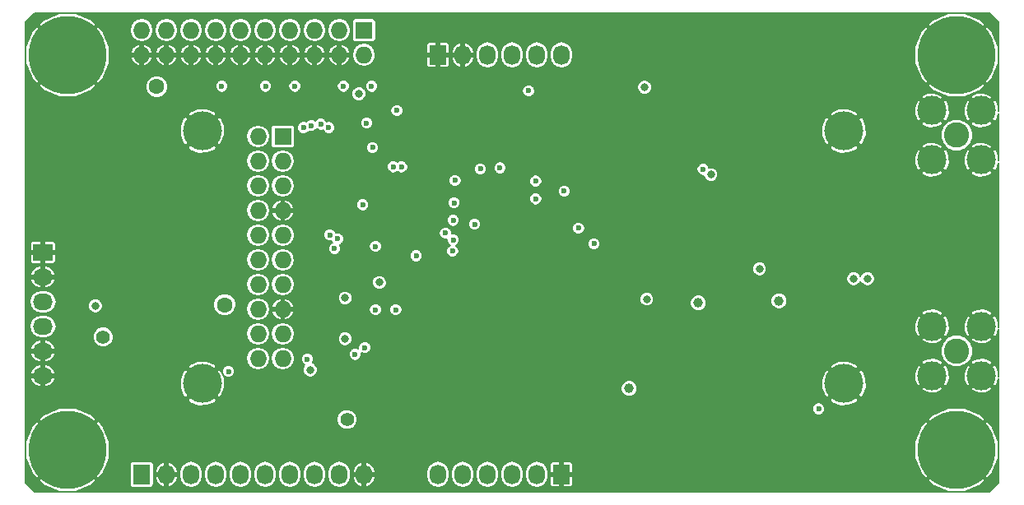
<source format=gbr>
G04 #@! TF.FileFunction,Copper,L3,Inr,Signal*
%FSLAX46Y46*%
G04 Gerber Fmt 4.6, Leading zero omitted, Abs format (unit mm)*
G04 Created by KiCad (PCBNEW 201611221049+7374~55~ubuntu16.04.1-product) date Sun Nov 27 19:54:39 2016*
%MOMM*%
%LPD*%
G01*
G04 APERTURE LIST*
%ADD10C,0.100000*%
%ADD11R,2.032000X1.727200*%
%ADD12O,2.032000X1.727200*%
%ADD13R,1.727200X2.032000*%
%ADD14O,1.727200X2.032000*%
%ADD15C,2.600000*%
%ADD16C,3.000000*%
%ADD17R,1.727200X1.727200*%
%ADD18O,1.727200X1.727200*%
%ADD19C,4.000000*%
%ADD20C,8.000000*%
%ADD21C,1.400000*%
%ADD22C,0.800000*%
%ADD23C,1.600000*%
%ADD24C,0.600000*%
%ADD25C,1.000000*%
%ADD26C,0.200000*%
G04 APERTURE END LIST*
D10*
D11*
X38100000Y-127000000D03*
D12*
X38100000Y-129540000D03*
X38100000Y-132080000D03*
X38100000Y-134620000D03*
X38100000Y-137160000D03*
X38100000Y-139700000D03*
D13*
X48260000Y-149860000D03*
D14*
X50800000Y-149860000D03*
X53340000Y-149860000D03*
X55880000Y-149860000D03*
X58420000Y-149860000D03*
X60960000Y-149860000D03*
X63500000Y-149860000D03*
X66040000Y-149860000D03*
X68580000Y-149860000D03*
X71120000Y-149860000D03*
D13*
X91440000Y-149860000D03*
D14*
X88900000Y-149860000D03*
X86360000Y-149860000D03*
X83820000Y-149860000D03*
X81280000Y-149860000D03*
X78740000Y-149860000D03*
D13*
X78740000Y-106680000D03*
D14*
X81280000Y-106680000D03*
X83820000Y-106680000D03*
X86360000Y-106680000D03*
X88900000Y-106680000D03*
X91440000Y-106680000D03*
D15*
X132080000Y-137160000D03*
D16*
X134620000Y-139700000D03*
X134620000Y-134620000D03*
X129540000Y-134620000D03*
X129540000Y-139700000D03*
D15*
X132080000Y-114935000D03*
D16*
X129540000Y-117475000D03*
X134620000Y-117475000D03*
X134620000Y-112395000D03*
X129540000Y-112395000D03*
D17*
X62770000Y-115070000D03*
D18*
X60230000Y-115070000D03*
X62770000Y-117610000D03*
X60230000Y-117610000D03*
X62770000Y-120150000D03*
X60230000Y-120150000D03*
X62770000Y-122690000D03*
X60230000Y-122690000D03*
X62770000Y-125230000D03*
X60230000Y-125230000D03*
X62770000Y-127770000D03*
X60230000Y-127770000D03*
X62770000Y-130310000D03*
X60230000Y-130310000D03*
X62770000Y-132850000D03*
X60230000Y-132850000D03*
X62770000Y-135390000D03*
X60230000Y-135390000D03*
X62770000Y-137930000D03*
X60230000Y-137930000D03*
D17*
X71120000Y-104140000D03*
D18*
X71120000Y-106680000D03*
X68580000Y-104140000D03*
X68580000Y-106680000D03*
X66040000Y-104140000D03*
X66040000Y-106680000D03*
X63500000Y-104140000D03*
X63500000Y-106680000D03*
X60960000Y-104140000D03*
X60960000Y-106680000D03*
X58420000Y-104140000D03*
X58420000Y-106680000D03*
X55880000Y-104140000D03*
X55880000Y-106680000D03*
X53340000Y-104140000D03*
X53340000Y-106680000D03*
X50800000Y-104140000D03*
X50800000Y-106680000D03*
X48260000Y-104140000D03*
X48260000Y-106680000D03*
D19*
X120500000Y-140500000D03*
X54500000Y-114500000D03*
X120500000Y-114500000D03*
X54500000Y-140500000D03*
D20*
X40640000Y-147320000D03*
X132080000Y-147320000D03*
X132080000Y-106680000D03*
X40640000Y-106680000D03*
D21*
X47300000Y-139400000D03*
X50250000Y-139350000D03*
X56800000Y-134450000D03*
D22*
X53350000Y-136175000D03*
X52100000Y-136175000D03*
X50825000Y-136175000D03*
X49550000Y-136175000D03*
X49550000Y-132150000D03*
D23*
X38650000Y-114350000D03*
X41000000Y-112950000D03*
D22*
X123500000Y-132950000D03*
D24*
X117550000Y-142050000D03*
D22*
X99500000Y-121400000D03*
X99500000Y-124600000D03*
X99500000Y-120100000D03*
X103700000Y-140400000D03*
X73500000Y-132400000D03*
X65600000Y-142400000D03*
X64900000Y-132600000D03*
D24*
X66000000Y-134300000D03*
X85300000Y-122600000D03*
X85300000Y-119600000D03*
X66200000Y-124100000D03*
X66200000Y-122100000D03*
X65000000Y-124400000D03*
X64900000Y-115400000D03*
X69200000Y-117100000D03*
X77500000Y-113300000D03*
X73500000Y-113300000D03*
X75000000Y-113300000D03*
X80600000Y-118700000D03*
X73000000Y-127600000D03*
X72500000Y-118100000D03*
X71000000Y-121100000D03*
D21*
X90300000Y-144300000D03*
X85300000Y-144300000D03*
X69500000Y-142300000D03*
X74700000Y-142300000D03*
D22*
X78100000Y-145900000D03*
X79400000Y-145900000D03*
X80600000Y-145900000D03*
X81900000Y-145900000D03*
X126700000Y-107000000D03*
X126700000Y-104600000D03*
X125100000Y-104600000D03*
X122000000Y-104600000D03*
X119100000Y-104600000D03*
X116000000Y-104600000D03*
X113100000Y-104600000D03*
X110000000Y-104600000D03*
X107100000Y-104600000D03*
X104000000Y-104600000D03*
X101100000Y-104600000D03*
X98000000Y-104600000D03*
X96400000Y-104600000D03*
X96400000Y-107000000D03*
X96400000Y-110100000D03*
X96400000Y-113000000D03*
X96400000Y-116100000D03*
X96400000Y-119000000D03*
X96400000Y-122100000D03*
X96400000Y-125000000D03*
X96400000Y-128100000D03*
X96400000Y-131000000D03*
X96400000Y-137000000D03*
X96400000Y-134100000D03*
X96400000Y-140100000D03*
X96400000Y-143000000D03*
X96300000Y-146100000D03*
X96300000Y-148500000D03*
X98000000Y-148500000D03*
X101100000Y-148400000D03*
X104000000Y-148400000D03*
X107100000Y-148400000D03*
X110000000Y-148400000D03*
X113100000Y-148400000D03*
X116000000Y-148400000D03*
X119100000Y-148400000D03*
X122000000Y-148400000D03*
X125100000Y-148500000D03*
X126700000Y-148500000D03*
X126700000Y-146100000D03*
X126700000Y-143000000D03*
X126700000Y-140100000D03*
X126700000Y-137000000D03*
X126700000Y-134100000D03*
X126700000Y-131000000D03*
X126700000Y-128100000D03*
X126700000Y-125000000D03*
X126700000Y-122100000D03*
X126700000Y-119000000D03*
X126700000Y-116100000D03*
X126700000Y-113000000D03*
X126700000Y-110100000D03*
X99500000Y-118500000D03*
X99500000Y-123000000D03*
X102800000Y-112500000D03*
X105000000Y-112500000D03*
X98700000Y-131800000D03*
X107700000Y-115700000D03*
X105500000Y-121900000D03*
X104700000Y-121100000D03*
X106300000Y-121100000D03*
X106300000Y-122700000D03*
X104700000Y-122700000D03*
X107600000Y-132900000D03*
X107400000Y-131300000D03*
X109200000Y-116600000D03*
X114200000Y-124100000D03*
X114200000Y-122600000D03*
X103500000Y-126000000D03*
X108700000Y-129800000D03*
X108700000Y-128300000D03*
X108700000Y-126800000D03*
X108700000Y-125300000D03*
X94100000Y-147000000D03*
X102900000Y-133600000D03*
X102900000Y-135100000D03*
X102900000Y-136600000D03*
X111300000Y-136400000D03*
X111300000Y-134900000D03*
X111300000Y-133400000D03*
X110200000Y-137300000D03*
X108782500Y-140137500D03*
X108782500Y-139262500D03*
X109657500Y-140137500D03*
X109657500Y-139262500D03*
X114700000Y-139600000D03*
X114700000Y-141100000D03*
X103700000Y-138800000D03*
X101500000Y-145200000D03*
X103000000Y-145200000D03*
X104500000Y-145200000D03*
X109000000Y-146800000D03*
X111200000Y-146800000D03*
X114200000Y-146800000D03*
X116300000Y-146800000D03*
X118400000Y-132900000D03*
X122500000Y-125900000D03*
X120200000Y-129500000D03*
X120300000Y-126700000D03*
X117900000Y-129500000D03*
X117900000Y-126700000D03*
X119100000Y-129500000D03*
X119100000Y-126700000D03*
X115000000Y-128100000D03*
X113600000Y-116500000D03*
X114700000Y-115300000D03*
X117500000Y-115300000D03*
X118600000Y-116500000D03*
X113600000Y-119500000D03*
X114700000Y-120700000D03*
X118600000Y-119200000D03*
X117700000Y-120800000D03*
X119300000Y-120900000D03*
X115100000Y-137500000D03*
X124900000Y-134400000D03*
X120600000Y-134400000D03*
D23*
X49800000Y-109950000D03*
D22*
X65600000Y-139100000D03*
D24*
X65300000Y-138000000D03*
D22*
X69200000Y-135900000D03*
X100000000Y-110000000D03*
X111800000Y-128700000D03*
X100200000Y-131800000D03*
X121500000Y-129700000D03*
X43500000Y-132500000D03*
X70600000Y-110700000D03*
D23*
X56800000Y-132400000D03*
D21*
X69400000Y-144200000D03*
X44300000Y-135700000D03*
D25*
X113800000Y-132000000D03*
X98400000Y-141000000D03*
X105500000Y-132200000D03*
D22*
X72700000Y-130100000D03*
D24*
X56500000Y-109900000D03*
X61000000Y-109900000D03*
X64000000Y-109900000D03*
X69000000Y-109900000D03*
X71900000Y-109900000D03*
X80500000Y-119600000D03*
X75000000Y-118200000D03*
X72000000Y-116200000D03*
X71000000Y-122100000D03*
D22*
X69200000Y-131700000D03*
D24*
X117900000Y-143100000D03*
X106000000Y-118450000D03*
D22*
X106800000Y-119000000D03*
X122900000Y-129700000D03*
D24*
X57200000Y-139250000D03*
X80300000Y-125700000D03*
X88050000Y-110350000D03*
X74500000Y-112400000D03*
X74150000Y-118200000D03*
X94800000Y-126100000D03*
X93200000Y-124500000D03*
X88800000Y-121500000D03*
X88800000Y-119650000D03*
X80400000Y-121900000D03*
X83100000Y-118400000D03*
X91700000Y-120700000D03*
X82500000Y-124100000D03*
X80300000Y-123700000D03*
X85100000Y-118300000D03*
X72300000Y-126400000D03*
X80250000Y-126850000D03*
X71400000Y-113700000D03*
X79500000Y-125000000D03*
X71200000Y-136800000D03*
X76500000Y-127350000D03*
X64900000Y-114150000D03*
X70200000Y-137500000D03*
X74400000Y-132900000D03*
X72300000Y-132900000D03*
X65700000Y-113950000D03*
X68100000Y-126600000D03*
X67500000Y-114150000D03*
X68400000Y-125600000D03*
X67600000Y-125200000D03*
X66700000Y-113800000D03*
D26*
G36*
X136425000Y-103276422D02*
X136425000Y-112474124D01*
X136403139Y-111960709D01*
X136187960Y-111441220D01*
X135966233Y-111260899D01*
X134832132Y-112395000D01*
X135966233Y-113529101D01*
X136187960Y-113348780D01*
X136425000Y-112699701D01*
X136425000Y-117554124D01*
X136403139Y-117040709D01*
X136187960Y-116521220D01*
X135966233Y-116340899D01*
X134832132Y-117475000D01*
X135966233Y-118609101D01*
X136187960Y-118428780D01*
X136425000Y-117779701D01*
X136425000Y-134699124D01*
X136403139Y-134185709D01*
X136187960Y-133666220D01*
X135966233Y-133485899D01*
X134832132Y-134620000D01*
X135966233Y-135754101D01*
X136187960Y-135573780D01*
X136425000Y-134924701D01*
X136425000Y-139779124D01*
X136403139Y-139265709D01*
X136187960Y-138746220D01*
X135966233Y-138565899D01*
X134832132Y-139700000D01*
X135966233Y-140834101D01*
X136187960Y-140653780D01*
X136425000Y-140004701D01*
X136425000Y-150723578D01*
X135483578Y-151665000D01*
X37236422Y-151665000D01*
X36295000Y-150723578D01*
X36295000Y-150471314D01*
X37700818Y-150471314D01*
X38185869Y-150953017D01*
X39762974Y-151615626D01*
X41473598Y-151624264D01*
X43057315Y-150977617D01*
X43094131Y-150953017D01*
X43579182Y-150471314D01*
X40640000Y-147532132D01*
X37700818Y-150471314D01*
X36295000Y-150471314D01*
X36295000Y-148153598D01*
X36335736Y-148153598D01*
X36982383Y-149737315D01*
X37006983Y-149774131D01*
X37488686Y-150259182D01*
X40427868Y-147320000D01*
X40852132Y-147320000D01*
X43791314Y-150259182D01*
X44273017Y-149774131D01*
X44663804Y-148844000D01*
X47039544Y-148844000D01*
X47039544Y-150876000D01*
X47066708Y-151012563D01*
X47144065Y-151128335D01*
X47259837Y-151205692D01*
X47396400Y-151232856D01*
X49123600Y-151232856D01*
X49260163Y-151205692D01*
X49375935Y-151128335D01*
X49453292Y-151012563D01*
X49480456Y-150876000D01*
X49480456Y-150192081D01*
X49650198Y-150192081D01*
X49806482Y-150618414D01*
X50114021Y-150952487D01*
X50471338Y-151128620D01*
X50650000Y-151090616D01*
X50650000Y-150010000D01*
X50950000Y-150010000D01*
X50950000Y-151090616D01*
X51128662Y-151128620D01*
X51485979Y-150952487D01*
X51793518Y-150618414D01*
X51949802Y-150192081D01*
X51888754Y-150010000D01*
X50950000Y-150010000D01*
X50650000Y-150010000D01*
X49711246Y-150010000D01*
X49650198Y-150192081D01*
X49480456Y-150192081D01*
X49480456Y-149527919D01*
X49650198Y-149527919D01*
X49711246Y-149710000D01*
X50650000Y-149710000D01*
X50650000Y-148629384D01*
X50950000Y-148629384D01*
X50950000Y-149710000D01*
X51888754Y-149710000D01*
X51898531Y-149680838D01*
X52126400Y-149680838D01*
X52126400Y-150039162D01*
X52218780Y-150503587D01*
X52481855Y-150897307D01*
X52875575Y-151160382D01*
X53340000Y-151252762D01*
X53804425Y-151160382D01*
X54198145Y-150897307D01*
X54461220Y-150503587D01*
X54553600Y-150039162D01*
X54553600Y-149680838D01*
X54666400Y-149680838D01*
X54666400Y-150039162D01*
X54758780Y-150503587D01*
X55021855Y-150897307D01*
X55415575Y-151160382D01*
X55880000Y-151252762D01*
X56344425Y-151160382D01*
X56738145Y-150897307D01*
X57001220Y-150503587D01*
X57093600Y-150039162D01*
X57093600Y-149680838D01*
X57206400Y-149680838D01*
X57206400Y-150039162D01*
X57298780Y-150503587D01*
X57561855Y-150897307D01*
X57955575Y-151160382D01*
X58420000Y-151252762D01*
X58884425Y-151160382D01*
X59278145Y-150897307D01*
X59541220Y-150503587D01*
X59633600Y-150039162D01*
X59633600Y-149680838D01*
X59746400Y-149680838D01*
X59746400Y-150039162D01*
X59838780Y-150503587D01*
X60101855Y-150897307D01*
X60495575Y-151160382D01*
X60960000Y-151252762D01*
X61424425Y-151160382D01*
X61818145Y-150897307D01*
X62081220Y-150503587D01*
X62173600Y-150039162D01*
X62173600Y-149680838D01*
X62286400Y-149680838D01*
X62286400Y-150039162D01*
X62378780Y-150503587D01*
X62641855Y-150897307D01*
X63035575Y-151160382D01*
X63500000Y-151252762D01*
X63964425Y-151160382D01*
X64358145Y-150897307D01*
X64621220Y-150503587D01*
X64713600Y-150039162D01*
X64713600Y-149680838D01*
X64826400Y-149680838D01*
X64826400Y-150039162D01*
X64918780Y-150503587D01*
X65181855Y-150897307D01*
X65575575Y-151160382D01*
X66040000Y-151252762D01*
X66504425Y-151160382D01*
X66898145Y-150897307D01*
X67161220Y-150503587D01*
X67253600Y-150039162D01*
X67253600Y-149680838D01*
X67366400Y-149680838D01*
X67366400Y-150039162D01*
X67458780Y-150503587D01*
X67721855Y-150897307D01*
X68115575Y-151160382D01*
X68580000Y-151252762D01*
X69044425Y-151160382D01*
X69438145Y-150897307D01*
X69701220Y-150503587D01*
X69763182Y-150192081D01*
X69970198Y-150192081D01*
X70126482Y-150618414D01*
X70434021Y-150952487D01*
X70791338Y-151128620D01*
X70970000Y-151090616D01*
X70970000Y-150010000D01*
X71270000Y-150010000D01*
X71270000Y-151090616D01*
X71448662Y-151128620D01*
X71805979Y-150952487D01*
X72113518Y-150618414D01*
X72269802Y-150192081D01*
X72208754Y-150010000D01*
X71270000Y-150010000D01*
X70970000Y-150010000D01*
X70031246Y-150010000D01*
X69970198Y-150192081D01*
X69763182Y-150192081D01*
X69793600Y-150039162D01*
X69793600Y-149680838D01*
X69763183Y-149527919D01*
X69970198Y-149527919D01*
X70031246Y-149710000D01*
X70970000Y-149710000D01*
X70970000Y-148629384D01*
X71270000Y-148629384D01*
X71270000Y-149710000D01*
X72208754Y-149710000D01*
X72218531Y-149680838D01*
X77526400Y-149680838D01*
X77526400Y-150039162D01*
X77618780Y-150503587D01*
X77881855Y-150897307D01*
X78275575Y-151160382D01*
X78740000Y-151252762D01*
X79204425Y-151160382D01*
X79598145Y-150897307D01*
X79861220Y-150503587D01*
X79953600Y-150039162D01*
X79953600Y-149680838D01*
X80066400Y-149680838D01*
X80066400Y-150039162D01*
X80158780Y-150503587D01*
X80421855Y-150897307D01*
X80815575Y-151160382D01*
X81280000Y-151252762D01*
X81744425Y-151160382D01*
X82138145Y-150897307D01*
X82401220Y-150503587D01*
X82493600Y-150039162D01*
X82493600Y-149680838D01*
X82606400Y-149680838D01*
X82606400Y-150039162D01*
X82698780Y-150503587D01*
X82961855Y-150897307D01*
X83355575Y-151160382D01*
X83820000Y-151252762D01*
X84284425Y-151160382D01*
X84678145Y-150897307D01*
X84941220Y-150503587D01*
X85033600Y-150039162D01*
X85033600Y-149680838D01*
X85146400Y-149680838D01*
X85146400Y-150039162D01*
X85238780Y-150503587D01*
X85501855Y-150897307D01*
X85895575Y-151160382D01*
X86360000Y-151252762D01*
X86824425Y-151160382D01*
X87218145Y-150897307D01*
X87481220Y-150503587D01*
X87573600Y-150039162D01*
X87573600Y-149680838D01*
X87686400Y-149680838D01*
X87686400Y-150039162D01*
X87778780Y-150503587D01*
X88041855Y-150897307D01*
X88435575Y-151160382D01*
X88900000Y-151252762D01*
X89364425Y-151160382D01*
X89758145Y-150897307D01*
X90021220Y-150503587D01*
X90104482Y-150085000D01*
X90276400Y-150085000D01*
X90276400Y-150935674D01*
X90322072Y-151045937D01*
X90406464Y-151130328D01*
X90516727Y-151176000D01*
X91215000Y-151176000D01*
X91290000Y-151101000D01*
X91290000Y-150010000D01*
X91590000Y-150010000D01*
X91590000Y-151101000D01*
X91665000Y-151176000D01*
X92363273Y-151176000D01*
X92473536Y-151130328D01*
X92557928Y-151045937D01*
X92603600Y-150935674D01*
X92603600Y-150471314D01*
X129140818Y-150471314D01*
X129625869Y-150953017D01*
X131202974Y-151615626D01*
X132913598Y-151624264D01*
X134497315Y-150977617D01*
X134534131Y-150953017D01*
X135019182Y-150471314D01*
X132080000Y-147532132D01*
X129140818Y-150471314D01*
X92603600Y-150471314D01*
X92603600Y-150085000D01*
X92528600Y-150010000D01*
X91590000Y-150010000D01*
X91290000Y-150010000D01*
X90351400Y-150010000D01*
X90276400Y-150085000D01*
X90104482Y-150085000D01*
X90113600Y-150039162D01*
X90113600Y-149680838D01*
X90021220Y-149216413D01*
X89758145Y-148822693D01*
X89700725Y-148784326D01*
X90276400Y-148784326D01*
X90276400Y-149635000D01*
X90351400Y-149710000D01*
X91290000Y-149710000D01*
X91290000Y-148619000D01*
X91590000Y-148619000D01*
X91590000Y-149710000D01*
X92528600Y-149710000D01*
X92603600Y-149635000D01*
X92603600Y-148784326D01*
X92557928Y-148674063D01*
X92473536Y-148589672D01*
X92363273Y-148544000D01*
X91665000Y-148544000D01*
X91590000Y-148619000D01*
X91290000Y-148619000D01*
X91215000Y-148544000D01*
X90516727Y-148544000D01*
X90406464Y-148589672D01*
X90322072Y-148674063D01*
X90276400Y-148784326D01*
X89700725Y-148784326D01*
X89364425Y-148559618D01*
X88900000Y-148467238D01*
X88435575Y-148559618D01*
X88041855Y-148822693D01*
X87778780Y-149216413D01*
X87686400Y-149680838D01*
X87573600Y-149680838D01*
X87481220Y-149216413D01*
X87218145Y-148822693D01*
X86824425Y-148559618D01*
X86360000Y-148467238D01*
X85895575Y-148559618D01*
X85501855Y-148822693D01*
X85238780Y-149216413D01*
X85146400Y-149680838D01*
X85033600Y-149680838D01*
X84941220Y-149216413D01*
X84678145Y-148822693D01*
X84284425Y-148559618D01*
X83820000Y-148467238D01*
X83355575Y-148559618D01*
X82961855Y-148822693D01*
X82698780Y-149216413D01*
X82606400Y-149680838D01*
X82493600Y-149680838D01*
X82401220Y-149216413D01*
X82138145Y-148822693D01*
X81744425Y-148559618D01*
X81280000Y-148467238D01*
X80815575Y-148559618D01*
X80421855Y-148822693D01*
X80158780Y-149216413D01*
X80066400Y-149680838D01*
X79953600Y-149680838D01*
X79861220Y-149216413D01*
X79598145Y-148822693D01*
X79204425Y-148559618D01*
X78740000Y-148467238D01*
X78275575Y-148559618D01*
X77881855Y-148822693D01*
X77618780Y-149216413D01*
X77526400Y-149680838D01*
X72218531Y-149680838D01*
X72269802Y-149527919D01*
X72113518Y-149101586D01*
X71805979Y-148767513D01*
X71448662Y-148591380D01*
X71270000Y-148629384D01*
X70970000Y-148629384D01*
X70791338Y-148591380D01*
X70434021Y-148767513D01*
X70126482Y-149101586D01*
X69970198Y-149527919D01*
X69763183Y-149527919D01*
X69701220Y-149216413D01*
X69438145Y-148822693D01*
X69044425Y-148559618D01*
X68580000Y-148467238D01*
X68115575Y-148559618D01*
X67721855Y-148822693D01*
X67458780Y-149216413D01*
X67366400Y-149680838D01*
X67253600Y-149680838D01*
X67161220Y-149216413D01*
X66898145Y-148822693D01*
X66504425Y-148559618D01*
X66040000Y-148467238D01*
X65575575Y-148559618D01*
X65181855Y-148822693D01*
X64918780Y-149216413D01*
X64826400Y-149680838D01*
X64713600Y-149680838D01*
X64621220Y-149216413D01*
X64358145Y-148822693D01*
X63964425Y-148559618D01*
X63500000Y-148467238D01*
X63035575Y-148559618D01*
X62641855Y-148822693D01*
X62378780Y-149216413D01*
X62286400Y-149680838D01*
X62173600Y-149680838D01*
X62081220Y-149216413D01*
X61818145Y-148822693D01*
X61424425Y-148559618D01*
X60960000Y-148467238D01*
X60495575Y-148559618D01*
X60101855Y-148822693D01*
X59838780Y-149216413D01*
X59746400Y-149680838D01*
X59633600Y-149680838D01*
X59541220Y-149216413D01*
X59278145Y-148822693D01*
X58884425Y-148559618D01*
X58420000Y-148467238D01*
X57955575Y-148559618D01*
X57561855Y-148822693D01*
X57298780Y-149216413D01*
X57206400Y-149680838D01*
X57093600Y-149680838D01*
X57001220Y-149216413D01*
X56738145Y-148822693D01*
X56344425Y-148559618D01*
X55880000Y-148467238D01*
X55415575Y-148559618D01*
X55021855Y-148822693D01*
X54758780Y-149216413D01*
X54666400Y-149680838D01*
X54553600Y-149680838D01*
X54461220Y-149216413D01*
X54198145Y-148822693D01*
X53804425Y-148559618D01*
X53340000Y-148467238D01*
X52875575Y-148559618D01*
X52481855Y-148822693D01*
X52218780Y-149216413D01*
X52126400Y-149680838D01*
X51898531Y-149680838D01*
X51949802Y-149527919D01*
X51793518Y-149101586D01*
X51485979Y-148767513D01*
X51128662Y-148591380D01*
X50950000Y-148629384D01*
X50650000Y-148629384D01*
X50471338Y-148591380D01*
X50114021Y-148767513D01*
X49806482Y-149101586D01*
X49650198Y-149527919D01*
X49480456Y-149527919D01*
X49480456Y-148844000D01*
X49453292Y-148707437D01*
X49375935Y-148591665D01*
X49260163Y-148514308D01*
X49123600Y-148487144D01*
X47396400Y-148487144D01*
X47259837Y-148514308D01*
X47144065Y-148591665D01*
X47066708Y-148707437D01*
X47039544Y-148844000D01*
X44663804Y-148844000D01*
X44935626Y-148197026D01*
X44935845Y-148153598D01*
X127775736Y-148153598D01*
X128422383Y-149737315D01*
X128446983Y-149774131D01*
X128928686Y-150259182D01*
X131867868Y-147320000D01*
X132292132Y-147320000D01*
X135231314Y-150259182D01*
X135713017Y-149774131D01*
X136375626Y-148197026D01*
X136384264Y-146486402D01*
X135737617Y-144902685D01*
X135713017Y-144865869D01*
X135231314Y-144380818D01*
X132292132Y-147320000D01*
X131867868Y-147320000D01*
X128928686Y-144380818D01*
X128446983Y-144865869D01*
X127784374Y-146442974D01*
X127775736Y-148153598D01*
X44935845Y-148153598D01*
X44944264Y-146486402D01*
X44297617Y-144902685D01*
X44273017Y-144865869D01*
X43818251Y-144407942D01*
X68349818Y-144407942D01*
X68509334Y-144794000D01*
X68804446Y-145089628D01*
X69190226Y-145249818D01*
X69607942Y-145250182D01*
X69994000Y-145090666D01*
X70289628Y-144795554D01*
X70449818Y-144409774D01*
X70450028Y-144168686D01*
X129140818Y-144168686D01*
X132080000Y-147107868D01*
X135019182Y-144168686D01*
X134534131Y-143686983D01*
X132957026Y-143024374D01*
X131246402Y-143015736D01*
X129662685Y-143662383D01*
X129625869Y-143686983D01*
X129140818Y-144168686D01*
X70450028Y-144168686D01*
X70450182Y-143992058D01*
X70290666Y-143606000D01*
X69995554Y-143310372D01*
X69798929Y-143228726D01*
X117249888Y-143228726D01*
X117348636Y-143467714D01*
X117531324Y-143650722D01*
X117770140Y-143749887D01*
X118028726Y-143750112D01*
X118267714Y-143651364D01*
X118450722Y-143468676D01*
X118549887Y-143229860D01*
X118550112Y-142971274D01*
X118451364Y-142732286D01*
X118268676Y-142549278D01*
X118029860Y-142450113D01*
X117771274Y-142449888D01*
X117532286Y-142548636D01*
X117349278Y-142731324D01*
X117250113Y-142970140D01*
X117249888Y-143228726D01*
X69798929Y-143228726D01*
X69609774Y-143150182D01*
X69192058Y-143149818D01*
X68806000Y-143309334D01*
X68510372Y-143604446D01*
X68350182Y-143990226D01*
X68349818Y-144407942D01*
X43818251Y-144407942D01*
X43791314Y-144380818D01*
X40852132Y-147320000D01*
X40427868Y-147320000D01*
X37488686Y-144380818D01*
X37006983Y-144865869D01*
X36344374Y-146442974D01*
X36335736Y-148153598D01*
X36295000Y-148153598D01*
X36295000Y-144168686D01*
X37700818Y-144168686D01*
X40640000Y-147107868D01*
X43579182Y-144168686D01*
X43094131Y-143686983D01*
X41517026Y-143024374D01*
X39806402Y-143015736D01*
X38222685Y-143662383D01*
X38185869Y-143686983D01*
X37700818Y-144168686D01*
X36295000Y-144168686D01*
X36295000Y-142207733D01*
X53004399Y-142207733D01*
X53245783Y-142481476D01*
X54099533Y-142810613D01*
X55014250Y-142787980D01*
X55754217Y-142481476D01*
X55995601Y-142207733D01*
X119004399Y-142207733D01*
X119245783Y-142481476D01*
X120099533Y-142810613D01*
X121014250Y-142787980D01*
X121754217Y-142481476D01*
X121995601Y-142207733D01*
X120500000Y-140712132D01*
X119004399Y-142207733D01*
X55995601Y-142207733D01*
X54500000Y-140712132D01*
X53004399Y-142207733D01*
X36295000Y-142207733D01*
X36295000Y-140028662D01*
X36831380Y-140028662D01*
X37007513Y-140385979D01*
X37341586Y-140693518D01*
X37767919Y-140849802D01*
X37950000Y-140788754D01*
X37950000Y-139850000D01*
X38250000Y-139850000D01*
X38250000Y-140788754D01*
X38432081Y-140849802D01*
X38858414Y-140693518D01*
X39192487Y-140385979D01*
X39333685Y-140099533D01*
X52189387Y-140099533D01*
X52212020Y-141014250D01*
X52518524Y-141754217D01*
X52792267Y-141995601D01*
X54287868Y-140500000D01*
X54712132Y-140500000D01*
X56207733Y-141995601D01*
X56481476Y-141754217D01*
X56707345Y-141168334D01*
X97549853Y-141168334D01*
X97678985Y-141480857D01*
X97917885Y-141720174D01*
X98230183Y-141849852D01*
X98568334Y-141850147D01*
X98880857Y-141721015D01*
X99120174Y-141482115D01*
X99249852Y-141169817D01*
X99250147Y-140831666D01*
X99121015Y-140519143D01*
X98882115Y-140279826D01*
X98569817Y-140150148D01*
X98231666Y-140149853D01*
X97919143Y-140278985D01*
X97679826Y-140517885D01*
X97550148Y-140830183D01*
X97549853Y-141168334D01*
X56707345Y-141168334D01*
X56810613Y-140900467D01*
X56790796Y-140099533D01*
X118189387Y-140099533D01*
X118212020Y-141014250D01*
X118518524Y-141754217D01*
X118792267Y-141995601D01*
X120287868Y-140500000D01*
X120712132Y-140500000D01*
X122207733Y-141995601D01*
X122481476Y-141754217D01*
X122754417Y-141046233D01*
X128405899Y-141046233D01*
X128586220Y-141267960D01*
X129258854Y-141513602D01*
X129974291Y-141483139D01*
X130493780Y-141267960D01*
X130674101Y-141046233D01*
X133485899Y-141046233D01*
X133666220Y-141267960D01*
X134338854Y-141513602D01*
X135054291Y-141483139D01*
X135573780Y-141267960D01*
X135754101Y-141046233D01*
X134620000Y-139912132D01*
X133485899Y-141046233D01*
X130674101Y-141046233D01*
X129540000Y-139912132D01*
X128405899Y-141046233D01*
X122754417Y-141046233D01*
X122810613Y-140900467D01*
X122787980Y-139985750D01*
X122553165Y-139418854D01*
X127726398Y-139418854D01*
X127756861Y-140134291D01*
X127972040Y-140653780D01*
X128193767Y-140834101D01*
X129327868Y-139700000D01*
X129752132Y-139700000D01*
X130886233Y-140834101D01*
X131107960Y-140653780D01*
X131353602Y-139981146D01*
X131329660Y-139418854D01*
X132806398Y-139418854D01*
X132836861Y-140134291D01*
X133052040Y-140653780D01*
X133273767Y-140834101D01*
X134407868Y-139700000D01*
X133273767Y-138565899D01*
X133052040Y-138746220D01*
X132806398Y-139418854D01*
X131329660Y-139418854D01*
X131323139Y-139265709D01*
X131107960Y-138746220D01*
X130886233Y-138565899D01*
X129752132Y-139700000D01*
X129327868Y-139700000D01*
X128193767Y-138565899D01*
X127972040Y-138746220D01*
X127726398Y-139418854D01*
X122553165Y-139418854D01*
X122481476Y-139245783D01*
X122207733Y-139004399D01*
X120712132Y-140500000D01*
X120287868Y-140500000D01*
X118792267Y-139004399D01*
X118518524Y-139245783D01*
X118189387Y-140099533D01*
X56790796Y-140099533D01*
X56787980Y-139985750D01*
X56536543Y-139378726D01*
X56549888Y-139378726D01*
X56648636Y-139617714D01*
X56831324Y-139800722D01*
X57070140Y-139899887D01*
X57328726Y-139900112D01*
X57567714Y-139801364D01*
X57750722Y-139618676D01*
X57849887Y-139379860D01*
X57850112Y-139121274D01*
X57751364Y-138882286D01*
X57568676Y-138699278D01*
X57329860Y-138600113D01*
X57071274Y-138599888D01*
X56832286Y-138698636D01*
X56649278Y-138881324D01*
X56550113Y-139120140D01*
X56549888Y-139378726D01*
X56536543Y-139378726D01*
X56481476Y-139245783D01*
X56207733Y-139004399D01*
X54712132Y-140500000D01*
X54287868Y-140500000D01*
X52792267Y-139004399D01*
X52518524Y-139245783D01*
X52189387Y-140099533D01*
X39333685Y-140099533D01*
X39368620Y-140028662D01*
X39330616Y-139850000D01*
X38250000Y-139850000D01*
X37950000Y-139850000D01*
X36869384Y-139850000D01*
X36831380Y-140028662D01*
X36295000Y-140028662D01*
X36295000Y-139371338D01*
X36831380Y-139371338D01*
X36869384Y-139550000D01*
X37950000Y-139550000D01*
X37950000Y-138611246D01*
X38250000Y-138611246D01*
X38250000Y-139550000D01*
X39330616Y-139550000D01*
X39368620Y-139371338D01*
X39192487Y-139014021D01*
X38951601Y-138792267D01*
X53004399Y-138792267D01*
X54500000Y-140287868D01*
X55995601Y-138792267D01*
X55754217Y-138518524D01*
X54900467Y-138189387D01*
X53985750Y-138212020D01*
X53245783Y-138518524D01*
X53004399Y-138792267D01*
X38951601Y-138792267D01*
X38858414Y-138706482D01*
X38432081Y-138550198D01*
X38250000Y-138611246D01*
X37950000Y-138611246D01*
X37767919Y-138550198D01*
X37341586Y-138706482D01*
X37007513Y-139014021D01*
X36831380Y-139371338D01*
X36295000Y-139371338D01*
X36295000Y-137488662D01*
X36831380Y-137488662D01*
X37007513Y-137845979D01*
X37341586Y-138153518D01*
X37767919Y-138309802D01*
X37950000Y-138248754D01*
X37950000Y-137310000D01*
X38250000Y-137310000D01*
X38250000Y-138248754D01*
X38432081Y-138309802D01*
X38858414Y-138153518D01*
X39101216Y-137930000D01*
X58992624Y-137930000D01*
X59085004Y-138394425D01*
X59348079Y-138788145D01*
X59741799Y-139051220D01*
X60206224Y-139143600D01*
X60253776Y-139143600D01*
X60718201Y-139051220D01*
X61111921Y-138788145D01*
X61374996Y-138394425D01*
X61467376Y-137930000D01*
X61532624Y-137930000D01*
X61625004Y-138394425D01*
X61888079Y-138788145D01*
X62281799Y-139051220D01*
X62746224Y-139143600D01*
X62793776Y-139143600D01*
X63258201Y-139051220D01*
X63651921Y-138788145D01*
X63914996Y-138394425D01*
X63967846Y-138128726D01*
X64649888Y-138128726D01*
X64748636Y-138367714D01*
X64931324Y-138550722D01*
X65042434Y-138596859D01*
X64964552Y-138674605D01*
X64850131Y-138950161D01*
X64849870Y-139248530D01*
X64963811Y-139524286D01*
X65174605Y-139735448D01*
X65450161Y-139849869D01*
X65748530Y-139850130D01*
X66024286Y-139736189D01*
X66235448Y-139525395D01*
X66349869Y-139249839D01*
X66350130Y-138951470D01*
X66284349Y-138792267D01*
X119004399Y-138792267D01*
X120500000Y-140287868D01*
X121995601Y-138792267D01*
X121754217Y-138518524D01*
X121326854Y-138353767D01*
X128405899Y-138353767D01*
X129540000Y-139487868D01*
X130674101Y-138353767D01*
X130493780Y-138132040D01*
X129821146Y-137886398D01*
X129105709Y-137916861D01*
X128586220Y-138132040D01*
X128405899Y-138353767D01*
X121326854Y-138353767D01*
X120900467Y-138189387D01*
X119985750Y-138212020D01*
X119245783Y-138518524D01*
X119004399Y-138792267D01*
X66284349Y-138792267D01*
X66236189Y-138675714D01*
X66025395Y-138464552D01*
X65834206Y-138385163D01*
X65850722Y-138368676D01*
X65949887Y-138129860D01*
X65950112Y-137871274D01*
X65851364Y-137632286D01*
X65847811Y-137628726D01*
X69549888Y-137628726D01*
X69648636Y-137867714D01*
X69831324Y-138050722D01*
X70070140Y-138149887D01*
X70328726Y-138150112D01*
X70567714Y-138051364D01*
X70750722Y-137868676D01*
X70849887Y-137629860D01*
X70850011Y-137486765D01*
X130429715Y-137486765D01*
X130680383Y-138093429D01*
X131144130Y-138557986D01*
X131750355Y-138809713D01*
X132406765Y-138810285D01*
X133013429Y-138559617D01*
X133219638Y-138353767D01*
X133485899Y-138353767D01*
X134620000Y-139487868D01*
X135754101Y-138353767D01*
X135573780Y-138132040D01*
X134901146Y-137886398D01*
X134185709Y-137916861D01*
X133666220Y-138132040D01*
X133485899Y-138353767D01*
X133219638Y-138353767D01*
X133477986Y-138095870D01*
X133729713Y-137489645D01*
X133730285Y-136833235D01*
X133479617Y-136226571D01*
X133219733Y-135966233D01*
X133485899Y-135966233D01*
X133666220Y-136187960D01*
X134338854Y-136433602D01*
X135054291Y-136403139D01*
X135573780Y-136187960D01*
X135754101Y-135966233D01*
X134620000Y-134832132D01*
X133485899Y-135966233D01*
X133219733Y-135966233D01*
X133015870Y-135762014D01*
X132409645Y-135510287D01*
X131753235Y-135509715D01*
X131146571Y-135760383D01*
X130682014Y-136224130D01*
X130430287Y-136830355D01*
X130429715Y-137486765D01*
X70850011Y-137486765D01*
X70850112Y-137371274D01*
X70843752Y-137355883D01*
X71070140Y-137449887D01*
X71328726Y-137450112D01*
X71567714Y-137351364D01*
X71750722Y-137168676D01*
X71849887Y-136929860D01*
X71850112Y-136671274D01*
X71751364Y-136432286D01*
X71568676Y-136249278D01*
X71329860Y-136150113D01*
X71071274Y-136149888D01*
X70832286Y-136248636D01*
X70649278Y-136431324D01*
X70550113Y-136670140D01*
X70549888Y-136928726D01*
X70556248Y-136944117D01*
X70329860Y-136850113D01*
X70071274Y-136849888D01*
X69832286Y-136948636D01*
X69649278Y-137131324D01*
X69550113Y-137370140D01*
X69549888Y-137628726D01*
X65847811Y-137628726D01*
X65668676Y-137449278D01*
X65429860Y-137350113D01*
X65171274Y-137349888D01*
X64932286Y-137448636D01*
X64749278Y-137631324D01*
X64650113Y-137870140D01*
X64649888Y-138128726D01*
X63967846Y-138128726D01*
X64007376Y-137930000D01*
X63914996Y-137465575D01*
X63651921Y-137071855D01*
X63258201Y-136808780D01*
X62793776Y-136716400D01*
X62746224Y-136716400D01*
X62281799Y-136808780D01*
X61888079Y-137071855D01*
X61625004Y-137465575D01*
X61532624Y-137930000D01*
X61467376Y-137930000D01*
X61374996Y-137465575D01*
X61111921Y-137071855D01*
X60718201Y-136808780D01*
X60253776Y-136716400D01*
X60206224Y-136716400D01*
X59741799Y-136808780D01*
X59348079Y-137071855D01*
X59085004Y-137465575D01*
X58992624Y-137930000D01*
X39101216Y-137930000D01*
X39192487Y-137845979D01*
X39368620Y-137488662D01*
X39330616Y-137310000D01*
X38250000Y-137310000D01*
X37950000Y-137310000D01*
X36869384Y-137310000D01*
X36831380Y-137488662D01*
X36295000Y-137488662D01*
X36295000Y-136831338D01*
X36831380Y-136831338D01*
X36869384Y-137010000D01*
X37950000Y-137010000D01*
X37950000Y-136071246D01*
X38250000Y-136071246D01*
X38250000Y-137010000D01*
X39330616Y-137010000D01*
X39368620Y-136831338D01*
X39192487Y-136474021D01*
X38858414Y-136166482D01*
X38432081Y-136010198D01*
X38250000Y-136071246D01*
X37950000Y-136071246D01*
X37767919Y-136010198D01*
X37341586Y-136166482D01*
X37007513Y-136474021D01*
X36831380Y-136831338D01*
X36295000Y-136831338D01*
X36295000Y-135907942D01*
X43249818Y-135907942D01*
X43409334Y-136294000D01*
X43704446Y-136589628D01*
X44090226Y-136749818D01*
X44507942Y-136750182D01*
X44894000Y-136590666D01*
X45189628Y-136295554D01*
X45349818Y-135909774D01*
X45350182Y-135492058D01*
X45308013Y-135390000D01*
X58992624Y-135390000D01*
X59085004Y-135854425D01*
X59348079Y-136248145D01*
X59741799Y-136511220D01*
X60206224Y-136603600D01*
X60253776Y-136603600D01*
X60718201Y-136511220D01*
X61111921Y-136248145D01*
X61374996Y-135854425D01*
X61467376Y-135390000D01*
X61532624Y-135390000D01*
X61625004Y-135854425D01*
X61888079Y-136248145D01*
X62281799Y-136511220D01*
X62746224Y-136603600D01*
X62793776Y-136603600D01*
X63258201Y-136511220D01*
X63651921Y-136248145D01*
X63785299Y-136048530D01*
X68449870Y-136048530D01*
X68563811Y-136324286D01*
X68774605Y-136535448D01*
X69050161Y-136649869D01*
X69348530Y-136650130D01*
X69624286Y-136536189D01*
X69835448Y-136325395D01*
X69949869Y-136049839D01*
X69949942Y-135966233D01*
X128405899Y-135966233D01*
X128586220Y-136187960D01*
X129258854Y-136433602D01*
X129974291Y-136403139D01*
X130493780Y-136187960D01*
X130674101Y-135966233D01*
X129540000Y-134832132D01*
X128405899Y-135966233D01*
X69949942Y-135966233D01*
X69950130Y-135751470D01*
X69836189Y-135475714D01*
X69625395Y-135264552D01*
X69349839Y-135150131D01*
X69051470Y-135149870D01*
X68775714Y-135263811D01*
X68564552Y-135474605D01*
X68450131Y-135750161D01*
X68449870Y-136048530D01*
X63785299Y-136048530D01*
X63914996Y-135854425D01*
X64007376Y-135390000D01*
X63914996Y-134925575D01*
X63651921Y-134531855D01*
X63363075Y-134338854D01*
X127726398Y-134338854D01*
X127756861Y-135054291D01*
X127972040Y-135573780D01*
X128193767Y-135754101D01*
X129327868Y-134620000D01*
X129752132Y-134620000D01*
X130886233Y-135754101D01*
X131107960Y-135573780D01*
X131353602Y-134901146D01*
X131329660Y-134338854D01*
X132806398Y-134338854D01*
X132836861Y-135054291D01*
X133052040Y-135573780D01*
X133273767Y-135754101D01*
X134407868Y-134620000D01*
X133273767Y-133485899D01*
X133052040Y-133666220D01*
X132806398Y-134338854D01*
X131329660Y-134338854D01*
X131323139Y-134185709D01*
X131107960Y-133666220D01*
X130886233Y-133485899D01*
X129752132Y-134620000D01*
X129327868Y-134620000D01*
X128193767Y-133485899D01*
X127972040Y-133666220D01*
X127726398Y-134338854D01*
X63363075Y-134338854D01*
X63258201Y-134268780D01*
X62793776Y-134176400D01*
X62746224Y-134176400D01*
X62281799Y-134268780D01*
X61888079Y-134531855D01*
X61625004Y-134925575D01*
X61532624Y-135390000D01*
X61467376Y-135390000D01*
X61374996Y-134925575D01*
X61111921Y-134531855D01*
X60718201Y-134268780D01*
X60253776Y-134176400D01*
X60206224Y-134176400D01*
X59741799Y-134268780D01*
X59348079Y-134531855D01*
X59085004Y-134925575D01*
X58992624Y-135390000D01*
X45308013Y-135390000D01*
X45190666Y-135106000D01*
X44895554Y-134810372D01*
X44509774Y-134650182D01*
X44092058Y-134649818D01*
X43706000Y-134809334D01*
X43410372Y-135104446D01*
X43250182Y-135490226D01*
X43249818Y-135907942D01*
X36295000Y-135907942D01*
X36295000Y-134620000D01*
X36707238Y-134620000D01*
X36799618Y-135084425D01*
X37062693Y-135478145D01*
X37456413Y-135741220D01*
X37920838Y-135833600D01*
X38279162Y-135833600D01*
X38743587Y-135741220D01*
X39137307Y-135478145D01*
X39400382Y-135084425D01*
X39492762Y-134620000D01*
X39400382Y-134155575D01*
X39137307Y-133761855D01*
X38743587Y-133498780D01*
X38279162Y-133406400D01*
X37920838Y-133406400D01*
X37456413Y-133498780D01*
X37062693Y-133761855D01*
X36799618Y-134155575D01*
X36707238Y-134620000D01*
X36295000Y-134620000D01*
X36295000Y-132080000D01*
X36707238Y-132080000D01*
X36799618Y-132544425D01*
X37062693Y-132938145D01*
X37456413Y-133201220D01*
X37920838Y-133293600D01*
X38279162Y-133293600D01*
X38743587Y-133201220D01*
X39137307Y-132938145D01*
X39330821Y-132648530D01*
X42749870Y-132648530D01*
X42863811Y-132924286D01*
X43074605Y-133135448D01*
X43350161Y-133249869D01*
X43648530Y-133250130D01*
X43924286Y-133136189D01*
X44135448Y-132925395D01*
X44249869Y-132649839D01*
X44249888Y-132627746D01*
X55649801Y-132627746D01*
X55824509Y-133050572D01*
X56147727Y-133374354D01*
X56570247Y-133549800D01*
X57027746Y-133550199D01*
X57450572Y-133375491D01*
X57774354Y-133052273D01*
X57858345Y-132850000D01*
X58992624Y-132850000D01*
X59085004Y-133314425D01*
X59348079Y-133708145D01*
X59741799Y-133971220D01*
X60206224Y-134063600D01*
X60253776Y-134063600D01*
X60718201Y-133971220D01*
X61111921Y-133708145D01*
X61374996Y-133314425D01*
X61402000Y-133178662D01*
X61653780Y-133178662D01*
X61748303Y-133406896D01*
X62039190Y-133755491D01*
X62441336Y-133966234D01*
X62620000Y-133928906D01*
X62620000Y-133000000D01*
X62920000Y-133000000D01*
X62920000Y-133928906D01*
X63098664Y-133966234D01*
X63500810Y-133755491D01*
X63791697Y-133406896D01*
X63886220Y-133178662D01*
X63854327Y-133028726D01*
X71649888Y-133028726D01*
X71748636Y-133267714D01*
X71931324Y-133450722D01*
X72170140Y-133549887D01*
X72428726Y-133550112D01*
X72667714Y-133451364D01*
X72850722Y-133268676D01*
X72949887Y-133029860D01*
X72949887Y-133028726D01*
X73749888Y-133028726D01*
X73848636Y-133267714D01*
X74031324Y-133450722D01*
X74270140Y-133549887D01*
X74528726Y-133550112D01*
X74767714Y-133451364D01*
X74945622Y-133273767D01*
X128405899Y-133273767D01*
X129540000Y-134407868D01*
X130674101Y-133273767D01*
X133485899Y-133273767D01*
X134620000Y-134407868D01*
X135754101Y-133273767D01*
X135573780Y-133052040D01*
X134901146Y-132806398D01*
X134185709Y-132836861D01*
X133666220Y-133052040D01*
X133485899Y-133273767D01*
X130674101Y-133273767D01*
X130493780Y-133052040D01*
X129821146Y-132806398D01*
X129105709Y-132836861D01*
X128586220Y-133052040D01*
X128405899Y-133273767D01*
X74945622Y-133273767D01*
X74950722Y-133268676D01*
X75049887Y-133029860D01*
X75050112Y-132771274D01*
X74951364Y-132532286D01*
X74768676Y-132349278D01*
X74529860Y-132250113D01*
X74271274Y-132249888D01*
X74032286Y-132348636D01*
X73849278Y-132531324D01*
X73750113Y-132770140D01*
X73749888Y-133028726D01*
X72949887Y-133028726D01*
X72950112Y-132771274D01*
X72851364Y-132532286D01*
X72668676Y-132349278D01*
X72429860Y-132250113D01*
X72171274Y-132249888D01*
X71932286Y-132348636D01*
X71749278Y-132531324D01*
X71650113Y-132770140D01*
X71649888Y-133028726D01*
X63854327Y-133028726D01*
X63848216Y-133000000D01*
X62920000Y-133000000D01*
X62620000Y-133000000D01*
X61691784Y-133000000D01*
X61653780Y-133178662D01*
X61402000Y-133178662D01*
X61467376Y-132850000D01*
X61402001Y-132521338D01*
X61653780Y-132521338D01*
X61691784Y-132700000D01*
X62620000Y-132700000D01*
X62620000Y-131771094D01*
X62920000Y-131771094D01*
X62920000Y-132700000D01*
X63848216Y-132700000D01*
X63886220Y-132521338D01*
X63791697Y-132293104D01*
X63500810Y-131944509D01*
X63317661Y-131848530D01*
X68449870Y-131848530D01*
X68563811Y-132124286D01*
X68774605Y-132335448D01*
X69050161Y-132449869D01*
X69348530Y-132450130D01*
X69624286Y-132336189D01*
X69835448Y-132125395D01*
X69908888Y-131948530D01*
X99449870Y-131948530D01*
X99563811Y-132224286D01*
X99774605Y-132435448D01*
X100050161Y-132549869D01*
X100348530Y-132550130D01*
X100624286Y-132436189D01*
X100692259Y-132368334D01*
X104649853Y-132368334D01*
X104778985Y-132680857D01*
X105017885Y-132920174D01*
X105330183Y-133049852D01*
X105668334Y-133050147D01*
X105980857Y-132921015D01*
X106220174Y-132682115D01*
X106349852Y-132369817D01*
X106350027Y-132168334D01*
X112949853Y-132168334D01*
X113078985Y-132480857D01*
X113317885Y-132720174D01*
X113630183Y-132849852D01*
X113968334Y-132850147D01*
X114280857Y-132721015D01*
X114520174Y-132482115D01*
X114649852Y-132169817D01*
X114650147Y-131831666D01*
X114521015Y-131519143D01*
X114282115Y-131279826D01*
X113969817Y-131150148D01*
X113631666Y-131149853D01*
X113319143Y-131278985D01*
X113079826Y-131517885D01*
X112950148Y-131830183D01*
X112949853Y-132168334D01*
X106350027Y-132168334D01*
X106350147Y-132031666D01*
X106221015Y-131719143D01*
X105982115Y-131479826D01*
X105669817Y-131350148D01*
X105331666Y-131349853D01*
X105019143Y-131478985D01*
X104779826Y-131717885D01*
X104650148Y-132030183D01*
X104649853Y-132368334D01*
X100692259Y-132368334D01*
X100835448Y-132225395D01*
X100949869Y-131949839D01*
X100950130Y-131651470D01*
X100836189Y-131375714D01*
X100625395Y-131164552D01*
X100349839Y-131050131D01*
X100051470Y-131049870D01*
X99775714Y-131163811D01*
X99564552Y-131374605D01*
X99450131Y-131650161D01*
X99449870Y-131948530D01*
X69908888Y-131948530D01*
X69949869Y-131849839D01*
X69950130Y-131551470D01*
X69836189Y-131275714D01*
X69625395Y-131064552D01*
X69349839Y-130950131D01*
X69051470Y-130949870D01*
X68775714Y-131063811D01*
X68564552Y-131274605D01*
X68450131Y-131550161D01*
X68449870Y-131848530D01*
X63317661Y-131848530D01*
X63098664Y-131733766D01*
X62920000Y-131771094D01*
X62620000Y-131771094D01*
X62441336Y-131733766D01*
X62039190Y-131944509D01*
X61748303Y-132293104D01*
X61653780Y-132521338D01*
X61402001Y-132521338D01*
X61374996Y-132385575D01*
X61111921Y-131991855D01*
X60718201Y-131728780D01*
X60253776Y-131636400D01*
X60206224Y-131636400D01*
X59741799Y-131728780D01*
X59348079Y-131991855D01*
X59085004Y-132385575D01*
X58992624Y-132850000D01*
X57858345Y-132850000D01*
X57949800Y-132629753D01*
X57950199Y-132172254D01*
X57775491Y-131749428D01*
X57452273Y-131425646D01*
X57029753Y-131250200D01*
X56572254Y-131249801D01*
X56149428Y-131424509D01*
X55825646Y-131747727D01*
X55650200Y-132170247D01*
X55649801Y-132627746D01*
X44249888Y-132627746D01*
X44250130Y-132351470D01*
X44136189Y-132075714D01*
X43925395Y-131864552D01*
X43649839Y-131750131D01*
X43351470Y-131749870D01*
X43075714Y-131863811D01*
X42864552Y-132074605D01*
X42750131Y-132350161D01*
X42749870Y-132648530D01*
X39330821Y-132648530D01*
X39400382Y-132544425D01*
X39492762Y-132080000D01*
X39400382Y-131615575D01*
X39137307Y-131221855D01*
X38743587Y-130958780D01*
X38279162Y-130866400D01*
X37920838Y-130866400D01*
X37456413Y-130958780D01*
X37062693Y-131221855D01*
X36799618Y-131615575D01*
X36707238Y-132080000D01*
X36295000Y-132080000D01*
X36295000Y-129868662D01*
X36831380Y-129868662D01*
X37007513Y-130225979D01*
X37341586Y-130533518D01*
X37767919Y-130689802D01*
X37950000Y-130628754D01*
X37950000Y-129690000D01*
X38250000Y-129690000D01*
X38250000Y-130628754D01*
X38432081Y-130689802D01*
X38858414Y-130533518D01*
X39101216Y-130310000D01*
X58992624Y-130310000D01*
X59085004Y-130774425D01*
X59348079Y-131168145D01*
X59741799Y-131431220D01*
X60206224Y-131523600D01*
X60253776Y-131523600D01*
X60718201Y-131431220D01*
X61111921Y-131168145D01*
X61374996Y-130774425D01*
X61467376Y-130310000D01*
X61532624Y-130310000D01*
X61625004Y-130774425D01*
X61888079Y-131168145D01*
X62281799Y-131431220D01*
X62746224Y-131523600D01*
X62793776Y-131523600D01*
X63258201Y-131431220D01*
X63651921Y-131168145D01*
X63914996Y-130774425D01*
X64007376Y-130310000D01*
X63995149Y-130248530D01*
X71949870Y-130248530D01*
X72063811Y-130524286D01*
X72274605Y-130735448D01*
X72550161Y-130849869D01*
X72848530Y-130850130D01*
X73124286Y-130736189D01*
X73335448Y-130525395D01*
X73449869Y-130249839D01*
X73450130Y-129951470D01*
X73407596Y-129848530D01*
X120749870Y-129848530D01*
X120863811Y-130124286D01*
X121074605Y-130335448D01*
X121350161Y-130449869D01*
X121648530Y-130450130D01*
X121924286Y-130336189D01*
X122135448Y-130125395D01*
X122200017Y-129969895D01*
X122263811Y-130124286D01*
X122474605Y-130335448D01*
X122750161Y-130449869D01*
X123048530Y-130450130D01*
X123324286Y-130336189D01*
X123535448Y-130125395D01*
X123649869Y-129849839D01*
X123650130Y-129551470D01*
X123536189Y-129275714D01*
X123325395Y-129064552D01*
X123049839Y-128950131D01*
X122751470Y-128949870D01*
X122475714Y-129063811D01*
X122264552Y-129274605D01*
X122199983Y-129430105D01*
X122136189Y-129275714D01*
X121925395Y-129064552D01*
X121649839Y-128950131D01*
X121351470Y-128949870D01*
X121075714Y-129063811D01*
X120864552Y-129274605D01*
X120750131Y-129550161D01*
X120749870Y-129848530D01*
X73407596Y-129848530D01*
X73336189Y-129675714D01*
X73125395Y-129464552D01*
X72849839Y-129350131D01*
X72551470Y-129349870D01*
X72275714Y-129463811D01*
X72064552Y-129674605D01*
X71950131Y-129950161D01*
X71949870Y-130248530D01*
X63995149Y-130248530D01*
X63914996Y-129845575D01*
X63651921Y-129451855D01*
X63258201Y-129188780D01*
X62793776Y-129096400D01*
X62746224Y-129096400D01*
X62281799Y-129188780D01*
X61888079Y-129451855D01*
X61625004Y-129845575D01*
X61532624Y-130310000D01*
X61467376Y-130310000D01*
X61374996Y-129845575D01*
X61111921Y-129451855D01*
X60718201Y-129188780D01*
X60253776Y-129096400D01*
X60206224Y-129096400D01*
X59741799Y-129188780D01*
X59348079Y-129451855D01*
X59085004Y-129845575D01*
X58992624Y-130310000D01*
X39101216Y-130310000D01*
X39192487Y-130225979D01*
X39368620Y-129868662D01*
X39330616Y-129690000D01*
X38250000Y-129690000D01*
X37950000Y-129690000D01*
X36869384Y-129690000D01*
X36831380Y-129868662D01*
X36295000Y-129868662D01*
X36295000Y-129211338D01*
X36831380Y-129211338D01*
X36869384Y-129390000D01*
X37950000Y-129390000D01*
X37950000Y-128451246D01*
X38250000Y-128451246D01*
X38250000Y-129390000D01*
X39330616Y-129390000D01*
X39368620Y-129211338D01*
X39192487Y-128854021D01*
X38858414Y-128546482D01*
X38432081Y-128390198D01*
X38250000Y-128451246D01*
X37950000Y-128451246D01*
X37767919Y-128390198D01*
X37341586Y-128546482D01*
X37007513Y-128854021D01*
X36831380Y-129211338D01*
X36295000Y-129211338D01*
X36295000Y-127225000D01*
X36784000Y-127225000D01*
X36784000Y-127923273D01*
X36829672Y-128033536D01*
X36914063Y-128117928D01*
X37024326Y-128163600D01*
X37875000Y-128163600D01*
X37950000Y-128088600D01*
X37950000Y-127150000D01*
X38250000Y-127150000D01*
X38250000Y-128088600D01*
X38325000Y-128163600D01*
X39175674Y-128163600D01*
X39285937Y-128117928D01*
X39370328Y-128033536D01*
X39416000Y-127923273D01*
X39416000Y-127770000D01*
X58992624Y-127770000D01*
X59085004Y-128234425D01*
X59348079Y-128628145D01*
X59741799Y-128891220D01*
X60206224Y-128983600D01*
X60253776Y-128983600D01*
X60718201Y-128891220D01*
X61111921Y-128628145D01*
X61374996Y-128234425D01*
X61467376Y-127770000D01*
X61532624Y-127770000D01*
X61625004Y-128234425D01*
X61888079Y-128628145D01*
X62281799Y-128891220D01*
X62746224Y-128983600D01*
X62793776Y-128983600D01*
X63258201Y-128891220D01*
X63322091Y-128848530D01*
X111049870Y-128848530D01*
X111163811Y-129124286D01*
X111374605Y-129335448D01*
X111650161Y-129449869D01*
X111948530Y-129450130D01*
X112224286Y-129336189D01*
X112435448Y-129125395D01*
X112549869Y-128849839D01*
X112550130Y-128551470D01*
X112436189Y-128275714D01*
X112225395Y-128064552D01*
X111949839Y-127950131D01*
X111651470Y-127949870D01*
X111375714Y-128063811D01*
X111164552Y-128274605D01*
X111050131Y-128550161D01*
X111049870Y-128848530D01*
X63322091Y-128848530D01*
X63651921Y-128628145D01*
X63914996Y-128234425D01*
X64007376Y-127770000D01*
X63949438Y-127478726D01*
X75849888Y-127478726D01*
X75948636Y-127717714D01*
X76131324Y-127900722D01*
X76370140Y-127999887D01*
X76628726Y-128000112D01*
X76867714Y-127901364D01*
X77050722Y-127718676D01*
X77149887Y-127479860D01*
X77150112Y-127221274D01*
X77051364Y-126982286D01*
X76868676Y-126799278D01*
X76629860Y-126700113D01*
X76371274Y-126699888D01*
X76132286Y-126798636D01*
X75949278Y-126981324D01*
X75850113Y-127220140D01*
X75849888Y-127478726D01*
X63949438Y-127478726D01*
X63914996Y-127305575D01*
X63651921Y-126911855D01*
X63258201Y-126648780D01*
X62793776Y-126556400D01*
X62746224Y-126556400D01*
X62281799Y-126648780D01*
X61888079Y-126911855D01*
X61625004Y-127305575D01*
X61532624Y-127770000D01*
X61467376Y-127770000D01*
X61374996Y-127305575D01*
X61111921Y-126911855D01*
X60718201Y-126648780D01*
X60253776Y-126556400D01*
X60206224Y-126556400D01*
X59741799Y-126648780D01*
X59348079Y-126911855D01*
X59085004Y-127305575D01*
X58992624Y-127770000D01*
X39416000Y-127770000D01*
X39416000Y-127225000D01*
X39341000Y-127150000D01*
X38250000Y-127150000D01*
X37950000Y-127150000D01*
X36859000Y-127150000D01*
X36784000Y-127225000D01*
X36295000Y-127225000D01*
X36295000Y-126076727D01*
X36784000Y-126076727D01*
X36784000Y-126775000D01*
X36859000Y-126850000D01*
X37950000Y-126850000D01*
X37950000Y-125911400D01*
X38250000Y-125911400D01*
X38250000Y-126850000D01*
X39341000Y-126850000D01*
X39416000Y-126775000D01*
X39416000Y-126076727D01*
X39370328Y-125966464D01*
X39285937Y-125882072D01*
X39175674Y-125836400D01*
X38325000Y-125836400D01*
X38250000Y-125911400D01*
X37950000Y-125911400D01*
X37875000Y-125836400D01*
X37024326Y-125836400D01*
X36914063Y-125882072D01*
X36829672Y-125966464D01*
X36784000Y-126076727D01*
X36295000Y-126076727D01*
X36295000Y-125230000D01*
X58992624Y-125230000D01*
X59085004Y-125694425D01*
X59348079Y-126088145D01*
X59741799Y-126351220D01*
X60206224Y-126443600D01*
X60253776Y-126443600D01*
X60718201Y-126351220D01*
X61111921Y-126088145D01*
X61374996Y-125694425D01*
X61467376Y-125230000D01*
X61532624Y-125230000D01*
X61625004Y-125694425D01*
X61888079Y-126088145D01*
X62281799Y-126351220D01*
X62746224Y-126443600D01*
X62793776Y-126443600D01*
X63258201Y-126351220D01*
X63651921Y-126088145D01*
X63914996Y-125694425D01*
X63987738Y-125328726D01*
X66949888Y-125328726D01*
X67048636Y-125567714D01*
X67231324Y-125750722D01*
X67470140Y-125849887D01*
X67728726Y-125850112D01*
X67789643Y-125824941D01*
X67848636Y-125967714D01*
X67871850Y-125990969D01*
X67732286Y-126048636D01*
X67549278Y-126231324D01*
X67450113Y-126470140D01*
X67449888Y-126728726D01*
X67548636Y-126967714D01*
X67731324Y-127150722D01*
X67970140Y-127249887D01*
X68228726Y-127250112D01*
X68467714Y-127151364D01*
X68650722Y-126968676D01*
X68749887Y-126729860D01*
X68750062Y-126528726D01*
X71649888Y-126528726D01*
X71748636Y-126767714D01*
X71931324Y-126950722D01*
X72170140Y-127049887D01*
X72428726Y-127050112D01*
X72667714Y-126951364D01*
X72850722Y-126768676D01*
X72949887Y-126529860D01*
X72950112Y-126271274D01*
X72851364Y-126032286D01*
X72668676Y-125849278D01*
X72429860Y-125750113D01*
X72171274Y-125749888D01*
X71932286Y-125848636D01*
X71749278Y-126031324D01*
X71650113Y-126270140D01*
X71649888Y-126528726D01*
X68750062Y-126528726D01*
X68750112Y-126471274D01*
X68651364Y-126232286D01*
X68628150Y-126209031D01*
X68767714Y-126151364D01*
X68950722Y-125968676D01*
X69049887Y-125729860D01*
X69050112Y-125471274D01*
X68951364Y-125232286D01*
X68847986Y-125128726D01*
X78849888Y-125128726D01*
X78948636Y-125367714D01*
X79131324Y-125550722D01*
X79370140Y-125649887D01*
X79628726Y-125650112D01*
X79650051Y-125641301D01*
X79649888Y-125828726D01*
X79748636Y-126067714D01*
X79931324Y-126250722D01*
X79964703Y-126264582D01*
X79882286Y-126298636D01*
X79699278Y-126481324D01*
X79600113Y-126720140D01*
X79599888Y-126978726D01*
X79698636Y-127217714D01*
X79881324Y-127400722D01*
X80120140Y-127499887D01*
X80378726Y-127500112D01*
X80617714Y-127401364D01*
X80800722Y-127218676D01*
X80899887Y-126979860D01*
X80900112Y-126721274D01*
X80801364Y-126482286D01*
X80618676Y-126299278D01*
X80585297Y-126285418D01*
X80667714Y-126251364D01*
X80690391Y-126228726D01*
X94149888Y-126228726D01*
X94248636Y-126467714D01*
X94431324Y-126650722D01*
X94670140Y-126749887D01*
X94928726Y-126750112D01*
X95167714Y-126651364D01*
X95350722Y-126468676D01*
X95449887Y-126229860D01*
X95450112Y-125971274D01*
X95351364Y-125732286D01*
X95168676Y-125549278D01*
X94929860Y-125450113D01*
X94671274Y-125449888D01*
X94432286Y-125548636D01*
X94249278Y-125731324D01*
X94150113Y-125970140D01*
X94149888Y-126228726D01*
X80690391Y-126228726D01*
X80850722Y-126068676D01*
X80949887Y-125829860D01*
X80950112Y-125571274D01*
X80851364Y-125332286D01*
X80668676Y-125149278D01*
X80429860Y-125050113D01*
X80171274Y-125049888D01*
X80149949Y-125058699D01*
X80150112Y-124871274D01*
X80051364Y-124632286D01*
X79868676Y-124449278D01*
X79629860Y-124350113D01*
X79371274Y-124349888D01*
X79132286Y-124448636D01*
X78949278Y-124631324D01*
X78850113Y-124870140D01*
X78849888Y-125128726D01*
X68847986Y-125128726D01*
X68768676Y-125049278D01*
X68529860Y-124950113D01*
X68271274Y-124949888D01*
X68210357Y-124975059D01*
X68151364Y-124832286D01*
X67968676Y-124649278D01*
X67729860Y-124550113D01*
X67471274Y-124549888D01*
X67232286Y-124648636D01*
X67049278Y-124831324D01*
X66950113Y-125070140D01*
X66949888Y-125328726D01*
X63987738Y-125328726D01*
X64007376Y-125230000D01*
X63914996Y-124765575D01*
X63651921Y-124371855D01*
X63258201Y-124108780D01*
X62793776Y-124016400D01*
X62746224Y-124016400D01*
X62281799Y-124108780D01*
X61888079Y-124371855D01*
X61625004Y-124765575D01*
X61532624Y-125230000D01*
X61467376Y-125230000D01*
X61374996Y-124765575D01*
X61111921Y-124371855D01*
X60718201Y-124108780D01*
X60253776Y-124016400D01*
X60206224Y-124016400D01*
X59741799Y-124108780D01*
X59348079Y-124371855D01*
X59085004Y-124765575D01*
X58992624Y-125230000D01*
X36295000Y-125230000D01*
X36295000Y-122690000D01*
X58992624Y-122690000D01*
X59085004Y-123154425D01*
X59348079Y-123548145D01*
X59741799Y-123811220D01*
X60206224Y-123903600D01*
X60253776Y-123903600D01*
X60630192Y-123828726D01*
X79649888Y-123828726D01*
X79748636Y-124067714D01*
X79931324Y-124250722D01*
X80170140Y-124349887D01*
X80428726Y-124350112D01*
X80667714Y-124251364D01*
X80690391Y-124228726D01*
X81849888Y-124228726D01*
X81948636Y-124467714D01*
X82131324Y-124650722D01*
X82370140Y-124749887D01*
X82628726Y-124750112D01*
X82867714Y-124651364D01*
X82890391Y-124628726D01*
X92549888Y-124628726D01*
X92648636Y-124867714D01*
X92831324Y-125050722D01*
X93070140Y-125149887D01*
X93328726Y-125150112D01*
X93567714Y-125051364D01*
X93750722Y-124868676D01*
X93849887Y-124629860D01*
X93850112Y-124371274D01*
X93751364Y-124132286D01*
X93568676Y-123949278D01*
X93329860Y-123850113D01*
X93071274Y-123849888D01*
X92832286Y-123948636D01*
X92649278Y-124131324D01*
X92550113Y-124370140D01*
X92549888Y-124628726D01*
X82890391Y-124628726D01*
X83050722Y-124468676D01*
X83149887Y-124229860D01*
X83150112Y-123971274D01*
X83051364Y-123732286D01*
X82868676Y-123549278D01*
X82629860Y-123450113D01*
X82371274Y-123449888D01*
X82132286Y-123548636D01*
X81949278Y-123731324D01*
X81850113Y-123970140D01*
X81849888Y-124228726D01*
X80690391Y-124228726D01*
X80850722Y-124068676D01*
X80949887Y-123829860D01*
X80950112Y-123571274D01*
X80851364Y-123332286D01*
X80668676Y-123149278D01*
X80429860Y-123050113D01*
X80171274Y-123049888D01*
X79932286Y-123148636D01*
X79749278Y-123331324D01*
X79650113Y-123570140D01*
X79649888Y-123828726D01*
X60630192Y-123828726D01*
X60718201Y-123811220D01*
X61111921Y-123548145D01*
X61374996Y-123154425D01*
X61402000Y-123018662D01*
X61653780Y-123018662D01*
X61748303Y-123246896D01*
X62039190Y-123595491D01*
X62441336Y-123806234D01*
X62620000Y-123768906D01*
X62620000Y-122840000D01*
X62920000Y-122840000D01*
X62920000Y-123768906D01*
X63098664Y-123806234D01*
X63500810Y-123595491D01*
X63791697Y-123246896D01*
X63886220Y-123018662D01*
X63848216Y-122840000D01*
X62920000Y-122840000D01*
X62620000Y-122840000D01*
X61691784Y-122840000D01*
X61653780Y-123018662D01*
X61402000Y-123018662D01*
X61467376Y-122690000D01*
X61402001Y-122361338D01*
X61653780Y-122361338D01*
X61691784Y-122540000D01*
X62620000Y-122540000D01*
X62620000Y-121611094D01*
X62920000Y-121611094D01*
X62920000Y-122540000D01*
X63848216Y-122540000D01*
X63886220Y-122361338D01*
X63831299Y-122228726D01*
X70349888Y-122228726D01*
X70448636Y-122467714D01*
X70631324Y-122650722D01*
X70870140Y-122749887D01*
X71128726Y-122750112D01*
X71367714Y-122651364D01*
X71550722Y-122468676D01*
X71649887Y-122229860D01*
X71650062Y-122028726D01*
X79749888Y-122028726D01*
X79848636Y-122267714D01*
X80031324Y-122450722D01*
X80270140Y-122549887D01*
X80528726Y-122550112D01*
X80767714Y-122451364D01*
X80950722Y-122268676D01*
X81049887Y-122029860D01*
X81050112Y-121771274D01*
X80991213Y-121628726D01*
X88149888Y-121628726D01*
X88248636Y-121867714D01*
X88431324Y-122050722D01*
X88670140Y-122149887D01*
X88928726Y-122150112D01*
X89167714Y-122051364D01*
X89350722Y-121868676D01*
X89449887Y-121629860D01*
X89450112Y-121371274D01*
X89351364Y-121132286D01*
X89168676Y-120949278D01*
X88929860Y-120850113D01*
X88671274Y-120849888D01*
X88432286Y-120948636D01*
X88249278Y-121131324D01*
X88150113Y-121370140D01*
X88149888Y-121628726D01*
X80991213Y-121628726D01*
X80951364Y-121532286D01*
X80768676Y-121349278D01*
X80529860Y-121250113D01*
X80271274Y-121249888D01*
X80032286Y-121348636D01*
X79849278Y-121531324D01*
X79750113Y-121770140D01*
X79749888Y-122028726D01*
X71650062Y-122028726D01*
X71650112Y-121971274D01*
X71551364Y-121732286D01*
X71368676Y-121549278D01*
X71129860Y-121450113D01*
X70871274Y-121449888D01*
X70632286Y-121548636D01*
X70449278Y-121731324D01*
X70350113Y-121970140D01*
X70349888Y-122228726D01*
X63831299Y-122228726D01*
X63791697Y-122133104D01*
X63500810Y-121784509D01*
X63098664Y-121573766D01*
X62920000Y-121611094D01*
X62620000Y-121611094D01*
X62441336Y-121573766D01*
X62039190Y-121784509D01*
X61748303Y-122133104D01*
X61653780Y-122361338D01*
X61402001Y-122361338D01*
X61374996Y-122225575D01*
X61111921Y-121831855D01*
X60718201Y-121568780D01*
X60253776Y-121476400D01*
X60206224Y-121476400D01*
X59741799Y-121568780D01*
X59348079Y-121831855D01*
X59085004Y-122225575D01*
X58992624Y-122690000D01*
X36295000Y-122690000D01*
X36295000Y-120150000D01*
X58992624Y-120150000D01*
X59085004Y-120614425D01*
X59348079Y-121008145D01*
X59741799Y-121271220D01*
X60206224Y-121363600D01*
X60253776Y-121363600D01*
X60718201Y-121271220D01*
X61111921Y-121008145D01*
X61374996Y-120614425D01*
X61467376Y-120150000D01*
X61532624Y-120150000D01*
X61625004Y-120614425D01*
X61888079Y-121008145D01*
X62281799Y-121271220D01*
X62746224Y-121363600D01*
X62793776Y-121363600D01*
X63258201Y-121271220D01*
X63651921Y-121008145D01*
X63771804Y-120828726D01*
X91049888Y-120828726D01*
X91148636Y-121067714D01*
X91331324Y-121250722D01*
X91570140Y-121349887D01*
X91828726Y-121350112D01*
X92067714Y-121251364D01*
X92250722Y-121068676D01*
X92349887Y-120829860D01*
X92350112Y-120571274D01*
X92251364Y-120332286D01*
X92068676Y-120149278D01*
X91829860Y-120050113D01*
X91571274Y-120049888D01*
X91332286Y-120148636D01*
X91149278Y-120331324D01*
X91050113Y-120570140D01*
X91049888Y-120828726D01*
X63771804Y-120828726D01*
X63914996Y-120614425D01*
X64007376Y-120150000D01*
X63923580Y-119728726D01*
X79849888Y-119728726D01*
X79948636Y-119967714D01*
X80131324Y-120150722D01*
X80370140Y-120249887D01*
X80628726Y-120250112D01*
X80867714Y-120151364D01*
X81050722Y-119968676D01*
X81129596Y-119778726D01*
X88149888Y-119778726D01*
X88248636Y-120017714D01*
X88431324Y-120200722D01*
X88670140Y-120299887D01*
X88928726Y-120300112D01*
X89167714Y-120201364D01*
X89350722Y-120018676D01*
X89449887Y-119779860D01*
X89450112Y-119521274D01*
X89351364Y-119282286D01*
X89168676Y-119099278D01*
X88929860Y-119000113D01*
X88671274Y-118999888D01*
X88432286Y-119098636D01*
X88249278Y-119281324D01*
X88150113Y-119520140D01*
X88149888Y-119778726D01*
X81129596Y-119778726D01*
X81149887Y-119729860D01*
X81150112Y-119471274D01*
X81051364Y-119232286D01*
X80868676Y-119049278D01*
X80629860Y-118950113D01*
X80371274Y-118949888D01*
X80132286Y-119048636D01*
X79949278Y-119231324D01*
X79850113Y-119470140D01*
X79849888Y-119728726D01*
X63923580Y-119728726D01*
X63914996Y-119685575D01*
X63651921Y-119291855D01*
X63258201Y-119028780D01*
X62793776Y-118936400D01*
X62746224Y-118936400D01*
X62281799Y-119028780D01*
X61888079Y-119291855D01*
X61625004Y-119685575D01*
X61532624Y-120150000D01*
X61467376Y-120150000D01*
X61374996Y-119685575D01*
X61111921Y-119291855D01*
X60718201Y-119028780D01*
X60253776Y-118936400D01*
X60206224Y-118936400D01*
X59741799Y-119028780D01*
X59348079Y-119291855D01*
X59085004Y-119685575D01*
X58992624Y-120150000D01*
X36295000Y-120150000D01*
X36295000Y-117610000D01*
X58992624Y-117610000D01*
X59085004Y-118074425D01*
X59348079Y-118468145D01*
X59741799Y-118731220D01*
X60206224Y-118823600D01*
X60253776Y-118823600D01*
X60718201Y-118731220D01*
X61111921Y-118468145D01*
X61374996Y-118074425D01*
X61467376Y-117610000D01*
X61532624Y-117610000D01*
X61625004Y-118074425D01*
X61888079Y-118468145D01*
X62281799Y-118731220D01*
X62746224Y-118823600D01*
X62793776Y-118823600D01*
X63258201Y-118731220D01*
X63651921Y-118468145D01*
X63745077Y-118328726D01*
X73499888Y-118328726D01*
X73598636Y-118567714D01*
X73781324Y-118750722D01*
X74020140Y-118849887D01*
X74278726Y-118850112D01*
X74517714Y-118751364D01*
X74574939Y-118694239D01*
X74631324Y-118750722D01*
X74870140Y-118849887D01*
X75128726Y-118850112D01*
X75367714Y-118751364D01*
X75550722Y-118568676D01*
X75567310Y-118528726D01*
X82449888Y-118528726D01*
X82548636Y-118767714D01*
X82731324Y-118950722D01*
X82970140Y-119049887D01*
X83228726Y-119050112D01*
X83467714Y-118951364D01*
X83650722Y-118768676D01*
X83749887Y-118529860D01*
X83749974Y-118428726D01*
X84449888Y-118428726D01*
X84548636Y-118667714D01*
X84731324Y-118850722D01*
X84970140Y-118949887D01*
X85228726Y-118950112D01*
X85467714Y-118851364D01*
X85650722Y-118668676D01*
X85688072Y-118578726D01*
X105349888Y-118578726D01*
X105448636Y-118817714D01*
X105631324Y-119000722D01*
X105870140Y-119099887D01*
X106049912Y-119100043D01*
X106049870Y-119148530D01*
X106163811Y-119424286D01*
X106374605Y-119635448D01*
X106650161Y-119749869D01*
X106948530Y-119750130D01*
X107224286Y-119636189D01*
X107435448Y-119425395D01*
X107549869Y-119149839D01*
X107550130Y-118851470D01*
X107537637Y-118821233D01*
X128405899Y-118821233D01*
X128586220Y-119042960D01*
X129258854Y-119288602D01*
X129974291Y-119258139D01*
X130493780Y-119042960D01*
X130674101Y-118821233D01*
X133485899Y-118821233D01*
X133666220Y-119042960D01*
X134338854Y-119288602D01*
X135054291Y-119258139D01*
X135573780Y-119042960D01*
X135754101Y-118821233D01*
X134620000Y-117687132D01*
X133485899Y-118821233D01*
X130674101Y-118821233D01*
X129540000Y-117687132D01*
X128405899Y-118821233D01*
X107537637Y-118821233D01*
X107436189Y-118575714D01*
X107225395Y-118364552D01*
X106949839Y-118250131D01*
X106651470Y-118249870D01*
X106625109Y-118260762D01*
X106551364Y-118082286D01*
X106368676Y-117899278D01*
X106129860Y-117800113D01*
X105871274Y-117799888D01*
X105632286Y-117898636D01*
X105449278Y-118081324D01*
X105350113Y-118320140D01*
X105349888Y-118578726D01*
X85688072Y-118578726D01*
X85749887Y-118429860D01*
X85750112Y-118171274D01*
X85651364Y-117932286D01*
X85468676Y-117749278D01*
X85229860Y-117650113D01*
X84971274Y-117649888D01*
X84732286Y-117748636D01*
X84549278Y-117931324D01*
X84450113Y-118170140D01*
X84449888Y-118428726D01*
X83749974Y-118428726D01*
X83750112Y-118271274D01*
X83651364Y-118032286D01*
X83468676Y-117849278D01*
X83229860Y-117750113D01*
X82971274Y-117749888D01*
X82732286Y-117848636D01*
X82549278Y-118031324D01*
X82450113Y-118270140D01*
X82449888Y-118528726D01*
X75567310Y-118528726D01*
X75649887Y-118329860D01*
X75650112Y-118071274D01*
X75551364Y-117832286D01*
X75368676Y-117649278D01*
X75129860Y-117550113D01*
X74871274Y-117549888D01*
X74632286Y-117648636D01*
X74575061Y-117705761D01*
X74518676Y-117649278D01*
X74279860Y-117550113D01*
X74021274Y-117549888D01*
X73782286Y-117648636D01*
X73599278Y-117831324D01*
X73500113Y-118070140D01*
X73499888Y-118328726D01*
X63745077Y-118328726D01*
X63914996Y-118074425D01*
X64007376Y-117610000D01*
X63924600Y-117193854D01*
X127726398Y-117193854D01*
X127756861Y-117909291D01*
X127972040Y-118428780D01*
X128193767Y-118609101D01*
X129327868Y-117475000D01*
X129752132Y-117475000D01*
X130886233Y-118609101D01*
X131107960Y-118428780D01*
X131353602Y-117756146D01*
X131329660Y-117193854D01*
X132806398Y-117193854D01*
X132836861Y-117909291D01*
X133052040Y-118428780D01*
X133273767Y-118609101D01*
X134407868Y-117475000D01*
X133273767Y-116340899D01*
X133052040Y-116521220D01*
X132806398Y-117193854D01*
X131329660Y-117193854D01*
X131323139Y-117040709D01*
X131107960Y-116521220D01*
X130886233Y-116340899D01*
X129752132Y-117475000D01*
X129327868Y-117475000D01*
X128193767Y-116340899D01*
X127972040Y-116521220D01*
X127726398Y-117193854D01*
X63924600Y-117193854D01*
X63914996Y-117145575D01*
X63651921Y-116751855D01*
X63258201Y-116488780D01*
X62793776Y-116396400D01*
X62746224Y-116396400D01*
X62281799Y-116488780D01*
X61888079Y-116751855D01*
X61625004Y-117145575D01*
X61532624Y-117610000D01*
X61467376Y-117610000D01*
X61374996Y-117145575D01*
X61111921Y-116751855D01*
X60718201Y-116488780D01*
X60253776Y-116396400D01*
X60206224Y-116396400D01*
X59741799Y-116488780D01*
X59348079Y-116751855D01*
X59085004Y-117145575D01*
X58992624Y-117610000D01*
X36295000Y-117610000D01*
X36295000Y-116207733D01*
X53004399Y-116207733D01*
X53245783Y-116481476D01*
X54099533Y-116810613D01*
X55014250Y-116787980D01*
X55754217Y-116481476D01*
X55888910Y-116328726D01*
X71349888Y-116328726D01*
X71448636Y-116567714D01*
X71631324Y-116750722D01*
X71870140Y-116849887D01*
X72128726Y-116850112D01*
X72367714Y-116751364D01*
X72550722Y-116568676D01*
X72649887Y-116329860D01*
X72649993Y-116207733D01*
X119004399Y-116207733D01*
X119245783Y-116481476D01*
X120099533Y-116810613D01*
X121014250Y-116787980D01*
X121754217Y-116481476D01*
X121995601Y-116207733D01*
X121916635Y-116128767D01*
X128405899Y-116128767D01*
X129540000Y-117262868D01*
X130674101Y-116128767D01*
X130493780Y-115907040D01*
X129821146Y-115661398D01*
X129105709Y-115691861D01*
X128586220Y-115907040D01*
X128405899Y-116128767D01*
X121916635Y-116128767D01*
X120500000Y-114712132D01*
X119004399Y-116207733D01*
X72649993Y-116207733D01*
X72650112Y-116071274D01*
X72551364Y-115832286D01*
X72368676Y-115649278D01*
X72129860Y-115550113D01*
X71871274Y-115549888D01*
X71632286Y-115648636D01*
X71449278Y-115831324D01*
X71350113Y-116070140D01*
X71349888Y-116328726D01*
X55888910Y-116328726D01*
X55995601Y-116207733D01*
X54500000Y-114712132D01*
X53004399Y-116207733D01*
X36295000Y-116207733D01*
X36295000Y-114099533D01*
X52189387Y-114099533D01*
X52212020Y-115014250D01*
X52518524Y-115754217D01*
X52792267Y-115995601D01*
X54287868Y-114500000D01*
X54712132Y-114500000D01*
X56207733Y-115995601D01*
X56481476Y-115754217D01*
X56745254Y-115070000D01*
X58992624Y-115070000D01*
X59085004Y-115534425D01*
X59348079Y-115928145D01*
X59741799Y-116191220D01*
X60206224Y-116283600D01*
X60253776Y-116283600D01*
X60718201Y-116191220D01*
X61111921Y-115928145D01*
X61374996Y-115534425D01*
X61467376Y-115070000D01*
X61374996Y-114605575D01*
X61111921Y-114211855D01*
X61103758Y-114206400D01*
X61549544Y-114206400D01*
X61549544Y-115933600D01*
X61576708Y-116070163D01*
X61654065Y-116185935D01*
X61769837Y-116263292D01*
X61906400Y-116290456D01*
X63633600Y-116290456D01*
X63770163Y-116263292D01*
X63885935Y-116185935D01*
X63963292Y-116070163D01*
X63990456Y-115933600D01*
X63990456Y-114278726D01*
X64249888Y-114278726D01*
X64348636Y-114517714D01*
X64531324Y-114700722D01*
X64770140Y-114799887D01*
X65028726Y-114800112D01*
X65267714Y-114701364D01*
X65428349Y-114541010D01*
X65570140Y-114599887D01*
X65828726Y-114600112D01*
X66067714Y-114501364D01*
X66250722Y-114318676D01*
X66265003Y-114284284D01*
X66331324Y-114350722D01*
X66570140Y-114449887D01*
X66828726Y-114450112D01*
X66907290Y-114417650D01*
X66948636Y-114517714D01*
X67131324Y-114700722D01*
X67370140Y-114799887D01*
X67628726Y-114800112D01*
X67867714Y-114701364D01*
X68050722Y-114518676D01*
X68149887Y-114279860D01*
X68150112Y-114021274D01*
X68070553Y-113828726D01*
X70749888Y-113828726D01*
X70848636Y-114067714D01*
X71031324Y-114250722D01*
X71270140Y-114349887D01*
X71528726Y-114350112D01*
X71767714Y-114251364D01*
X71919810Y-114099533D01*
X118189387Y-114099533D01*
X118212020Y-115014250D01*
X118518524Y-115754217D01*
X118792267Y-115995601D01*
X120287868Y-114500000D01*
X120712132Y-114500000D01*
X122207733Y-115995601D01*
X122481476Y-115754217D01*
X122671325Y-115261765D01*
X130429715Y-115261765D01*
X130680383Y-115868429D01*
X131144130Y-116332986D01*
X131750355Y-116584713D01*
X132406765Y-116585285D01*
X133013429Y-116334617D01*
X133219638Y-116128767D01*
X133485899Y-116128767D01*
X134620000Y-117262868D01*
X135754101Y-116128767D01*
X135573780Y-115907040D01*
X134901146Y-115661398D01*
X134185709Y-115691861D01*
X133666220Y-115907040D01*
X133485899Y-116128767D01*
X133219638Y-116128767D01*
X133477986Y-115870870D01*
X133729713Y-115264645D01*
X133730285Y-114608235D01*
X133479617Y-114001571D01*
X133219733Y-113741233D01*
X133485899Y-113741233D01*
X133666220Y-113962960D01*
X134338854Y-114208602D01*
X135054291Y-114178139D01*
X135573780Y-113962960D01*
X135754101Y-113741233D01*
X134620000Y-112607132D01*
X133485899Y-113741233D01*
X133219733Y-113741233D01*
X133015870Y-113537014D01*
X132409645Y-113285287D01*
X131753235Y-113284715D01*
X131146571Y-113535383D01*
X130682014Y-113999130D01*
X130430287Y-114605355D01*
X130429715Y-115261765D01*
X122671325Y-115261765D01*
X122810613Y-114900467D01*
X122787980Y-113985750D01*
X122686698Y-113741233D01*
X128405899Y-113741233D01*
X128586220Y-113962960D01*
X129258854Y-114208602D01*
X129974291Y-114178139D01*
X130493780Y-113962960D01*
X130674101Y-113741233D01*
X129540000Y-112607132D01*
X128405899Y-113741233D01*
X122686698Y-113741233D01*
X122481476Y-113245783D01*
X122207733Y-113004399D01*
X120712132Y-114500000D01*
X120287868Y-114500000D01*
X118792267Y-113004399D01*
X118518524Y-113245783D01*
X118189387Y-114099533D01*
X71919810Y-114099533D01*
X71950722Y-114068676D01*
X72049887Y-113829860D01*
X72050112Y-113571274D01*
X71951364Y-113332286D01*
X71768676Y-113149278D01*
X71529860Y-113050113D01*
X71271274Y-113049888D01*
X71032286Y-113148636D01*
X70849278Y-113331324D01*
X70750113Y-113570140D01*
X70749888Y-113828726D01*
X68070553Y-113828726D01*
X68051364Y-113782286D01*
X67868676Y-113599278D01*
X67629860Y-113500113D01*
X67371274Y-113499888D01*
X67292710Y-113532350D01*
X67251364Y-113432286D01*
X67068676Y-113249278D01*
X66829860Y-113150113D01*
X66571274Y-113149888D01*
X66332286Y-113248636D01*
X66149278Y-113431324D01*
X66134997Y-113465716D01*
X66068676Y-113399278D01*
X65829860Y-113300113D01*
X65571274Y-113299888D01*
X65332286Y-113398636D01*
X65171651Y-113558990D01*
X65029860Y-113500113D01*
X64771274Y-113499888D01*
X64532286Y-113598636D01*
X64349278Y-113781324D01*
X64250113Y-114020140D01*
X64249888Y-114278726D01*
X63990456Y-114278726D01*
X63990456Y-114206400D01*
X63963292Y-114069837D01*
X63885935Y-113954065D01*
X63770163Y-113876708D01*
X63633600Y-113849544D01*
X61906400Y-113849544D01*
X61769837Y-113876708D01*
X61654065Y-113954065D01*
X61576708Y-114069837D01*
X61549544Y-114206400D01*
X61103758Y-114206400D01*
X60718201Y-113948780D01*
X60253776Y-113856400D01*
X60206224Y-113856400D01*
X59741799Y-113948780D01*
X59348079Y-114211855D01*
X59085004Y-114605575D01*
X58992624Y-115070000D01*
X56745254Y-115070000D01*
X56810613Y-114900467D01*
X56787980Y-113985750D01*
X56481476Y-113245783D01*
X56207733Y-113004399D01*
X54712132Y-114500000D01*
X54287868Y-114500000D01*
X52792267Y-113004399D01*
X52518524Y-113245783D01*
X52189387Y-114099533D01*
X36295000Y-114099533D01*
X36295000Y-112792267D01*
X53004399Y-112792267D01*
X54500000Y-114287868D01*
X55995601Y-112792267D01*
X55763214Y-112528726D01*
X73849888Y-112528726D01*
X73948636Y-112767714D01*
X74131324Y-112950722D01*
X74370140Y-113049887D01*
X74628726Y-113050112D01*
X74867714Y-112951364D01*
X75027089Y-112792267D01*
X119004399Y-112792267D01*
X120500000Y-114287868D01*
X121995601Y-112792267D01*
X121754217Y-112518524D01*
X120900467Y-112189387D01*
X119985750Y-112212020D01*
X119245783Y-112518524D01*
X119004399Y-112792267D01*
X75027089Y-112792267D01*
X75050722Y-112768676D01*
X75149887Y-112529860D01*
X75150112Y-112271274D01*
X75085068Y-112113854D01*
X127726398Y-112113854D01*
X127756861Y-112829291D01*
X127972040Y-113348780D01*
X128193767Y-113529101D01*
X129327868Y-112395000D01*
X129752132Y-112395000D01*
X130886233Y-113529101D01*
X131107960Y-113348780D01*
X131353602Y-112676146D01*
X131329660Y-112113854D01*
X132806398Y-112113854D01*
X132836861Y-112829291D01*
X133052040Y-113348780D01*
X133273767Y-113529101D01*
X134407868Y-112395000D01*
X133273767Y-111260899D01*
X133052040Y-111441220D01*
X132806398Y-112113854D01*
X131329660Y-112113854D01*
X131323139Y-111960709D01*
X131107960Y-111441220D01*
X130886233Y-111260899D01*
X129752132Y-112395000D01*
X129327868Y-112395000D01*
X128193767Y-111260899D01*
X127972040Y-111441220D01*
X127726398Y-112113854D01*
X75085068Y-112113854D01*
X75051364Y-112032286D01*
X74868676Y-111849278D01*
X74629860Y-111750113D01*
X74371274Y-111749888D01*
X74132286Y-111848636D01*
X73949278Y-112031324D01*
X73850113Y-112270140D01*
X73849888Y-112528726D01*
X55763214Y-112528726D01*
X55754217Y-112518524D01*
X54900467Y-112189387D01*
X53985750Y-112212020D01*
X53245783Y-112518524D01*
X53004399Y-112792267D01*
X36295000Y-112792267D01*
X36295000Y-109831314D01*
X37700818Y-109831314D01*
X38185869Y-110313017D01*
X39762974Y-110975626D01*
X41473598Y-110984264D01*
X43057315Y-110337617D01*
X43094131Y-110313017D01*
X43230342Y-110177746D01*
X48649801Y-110177746D01*
X48824509Y-110600572D01*
X49147727Y-110924354D01*
X49570247Y-111099800D01*
X50027746Y-111100199D01*
X50450572Y-110925491D01*
X50527667Y-110848530D01*
X69849870Y-110848530D01*
X69963811Y-111124286D01*
X70174605Y-111335448D01*
X70450161Y-111449869D01*
X70748530Y-111450130D01*
X71024286Y-111336189D01*
X71235448Y-111125395D01*
X71267266Y-111048767D01*
X128405899Y-111048767D01*
X129540000Y-112182868D01*
X130674101Y-111048767D01*
X133485899Y-111048767D01*
X134620000Y-112182868D01*
X135754101Y-111048767D01*
X135573780Y-110827040D01*
X134901146Y-110581398D01*
X134185709Y-110611861D01*
X133666220Y-110827040D01*
X133485899Y-111048767D01*
X130674101Y-111048767D01*
X130493780Y-110827040D01*
X129821146Y-110581398D01*
X129105709Y-110611861D01*
X128586220Y-110827040D01*
X128405899Y-111048767D01*
X71267266Y-111048767D01*
X71349869Y-110849839D01*
X71350130Y-110551470D01*
X71236189Y-110275714D01*
X71025395Y-110064552D01*
X70939117Y-110028726D01*
X71249888Y-110028726D01*
X71348636Y-110267714D01*
X71531324Y-110450722D01*
X71770140Y-110549887D01*
X72028726Y-110550112D01*
X72201493Y-110478726D01*
X87399888Y-110478726D01*
X87498636Y-110717714D01*
X87681324Y-110900722D01*
X87920140Y-110999887D01*
X88178726Y-111000112D01*
X88417714Y-110901364D01*
X88600722Y-110718676D01*
X88699887Y-110479860D01*
X88700112Y-110221274D01*
X88670055Y-110148530D01*
X99249870Y-110148530D01*
X99363811Y-110424286D01*
X99574605Y-110635448D01*
X99850161Y-110749869D01*
X100148530Y-110750130D01*
X100424286Y-110636189D01*
X100635448Y-110425395D01*
X100749869Y-110149839D01*
X100750130Y-109851470D01*
X100741802Y-109831314D01*
X129140818Y-109831314D01*
X129625869Y-110313017D01*
X131202974Y-110975626D01*
X132913598Y-110984264D01*
X134497315Y-110337617D01*
X134534131Y-110313017D01*
X135019182Y-109831314D01*
X132080000Y-106892132D01*
X129140818Y-109831314D01*
X100741802Y-109831314D01*
X100636189Y-109575714D01*
X100425395Y-109364552D01*
X100149839Y-109250131D01*
X99851470Y-109249870D01*
X99575714Y-109363811D01*
X99364552Y-109574605D01*
X99250131Y-109850161D01*
X99249870Y-110148530D01*
X88670055Y-110148530D01*
X88601364Y-109982286D01*
X88418676Y-109799278D01*
X88179860Y-109700113D01*
X87921274Y-109699888D01*
X87682286Y-109798636D01*
X87499278Y-109981324D01*
X87400113Y-110220140D01*
X87399888Y-110478726D01*
X72201493Y-110478726D01*
X72267714Y-110451364D01*
X72450722Y-110268676D01*
X72549887Y-110029860D01*
X72550112Y-109771274D01*
X72451364Y-109532286D01*
X72268676Y-109349278D01*
X72029860Y-109250113D01*
X71771274Y-109249888D01*
X71532286Y-109348636D01*
X71349278Y-109531324D01*
X71250113Y-109770140D01*
X71249888Y-110028726D01*
X70939117Y-110028726D01*
X70749839Y-109950131D01*
X70451470Y-109949870D01*
X70175714Y-110063811D01*
X69964552Y-110274605D01*
X69850131Y-110550161D01*
X69849870Y-110848530D01*
X50527667Y-110848530D01*
X50774354Y-110602273D01*
X50949800Y-110179753D01*
X50949931Y-110028726D01*
X55849888Y-110028726D01*
X55948636Y-110267714D01*
X56131324Y-110450722D01*
X56370140Y-110549887D01*
X56628726Y-110550112D01*
X56867714Y-110451364D01*
X57050722Y-110268676D01*
X57149887Y-110029860D01*
X57149887Y-110028726D01*
X60349888Y-110028726D01*
X60448636Y-110267714D01*
X60631324Y-110450722D01*
X60870140Y-110549887D01*
X61128726Y-110550112D01*
X61367714Y-110451364D01*
X61550722Y-110268676D01*
X61649887Y-110029860D01*
X61649887Y-110028726D01*
X63349888Y-110028726D01*
X63448636Y-110267714D01*
X63631324Y-110450722D01*
X63870140Y-110549887D01*
X64128726Y-110550112D01*
X64367714Y-110451364D01*
X64550722Y-110268676D01*
X64649887Y-110029860D01*
X64649887Y-110028726D01*
X68349888Y-110028726D01*
X68448636Y-110267714D01*
X68631324Y-110450722D01*
X68870140Y-110549887D01*
X69128726Y-110550112D01*
X69367714Y-110451364D01*
X69550722Y-110268676D01*
X69649887Y-110029860D01*
X69650112Y-109771274D01*
X69551364Y-109532286D01*
X69368676Y-109349278D01*
X69129860Y-109250113D01*
X68871274Y-109249888D01*
X68632286Y-109348636D01*
X68449278Y-109531324D01*
X68350113Y-109770140D01*
X68349888Y-110028726D01*
X64649887Y-110028726D01*
X64650112Y-109771274D01*
X64551364Y-109532286D01*
X64368676Y-109349278D01*
X64129860Y-109250113D01*
X63871274Y-109249888D01*
X63632286Y-109348636D01*
X63449278Y-109531324D01*
X63350113Y-109770140D01*
X63349888Y-110028726D01*
X61649887Y-110028726D01*
X61650112Y-109771274D01*
X61551364Y-109532286D01*
X61368676Y-109349278D01*
X61129860Y-109250113D01*
X60871274Y-109249888D01*
X60632286Y-109348636D01*
X60449278Y-109531324D01*
X60350113Y-109770140D01*
X60349888Y-110028726D01*
X57149887Y-110028726D01*
X57150112Y-109771274D01*
X57051364Y-109532286D01*
X56868676Y-109349278D01*
X56629860Y-109250113D01*
X56371274Y-109249888D01*
X56132286Y-109348636D01*
X55949278Y-109531324D01*
X55850113Y-109770140D01*
X55849888Y-110028726D01*
X50949931Y-110028726D01*
X50950199Y-109722254D01*
X50775491Y-109299428D01*
X50452273Y-108975646D01*
X50029753Y-108800200D01*
X49572254Y-108799801D01*
X49149428Y-108974509D01*
X48825646Y-109297727D01*
X48650200Y-109720247D01*
X48649801Y-110177746D01*
X43230342Y-110177746D01*
X43579182Y-109831314D01*
X40640000Y-106892132D01*
X37700818Y-109831314D01*
X36295000Y-109831314D01*
X36295000Y-107513598D01*
X36335736Y-107513598D01*
X36982383Y-109097315D01*
X37006983Y-109134131D01*
X37488686Y-109619182D01*
X40427868Y-106680000D01*
X40852132Y-106680000D01*
X43791314Y-109619182D01*
X44273017Y-109134131D01*
X44935626Y-107557026D01*
X44938395Y-107008664D01*
X47143766Y-107008664D01*
X47354509Y-107410810D01*
X47703104Y-107701697D01*
X47931338Y-107796220D01*
X48110000Y-107758216D01*
X48110000Y-106830000D01*
X48410000Y-106830000D01*
X48410000Y-107758216D01*
X48588662Y-107796220D01*
X48816896Y-107701697D01*
X49165491Y-107410810D01*
X49376234Y-107008664D01*
X49683766Y-107008664D01*
X49894509Y-107410810D01*
X50243104Y-107701697D01*
X50471338Y-107796220D01*
X50650000Y-107758216D01*
X50650000Y-106830000D01*
X50950000Y-106830000D01*
X50950000Y-107758216D01*
X51128662Y-107796220D01*
X51356896Y-107701697D01*
X51705491Y-107410810D01*
X51916234Y-107008664D01*
X52223766Y-107008664D01*
X52434509Y-107410810D01*
X52783104Y-107701697D01*
X53011338Y-107796220D01*
X53190000Y-107758216D01*
X53190000Y-106830000D01*
X53490000Y-106830000D01*
X53490000Y-107758216D01*
X53668662Y-107796220D01*
X53896896Y-107701697D01*
X54245491Y-107410810D01*
X54456234Y-107008664D01*
X54763766Y-107008664D01*
X54974509Y-107410810D01*
X55323104Y-107701697D01*
X55551338Y-107796220D01*
X55730000Y-107758216D01*
X55730000Y-106830000D01*
X56030000Y-106830000D01*
X56030000Y-107758216D01*
X56208662Y-107796220D01*
X56436896Y-107701697D01*
X56785491Y-107410810D01*
X56996234Y-107008664D01*
X57303766Y-107008664D01*
X57514509Y-107410810D01*
X57863104Y-107701697D01*
X58091338Y-107796220D01*
X58270000Y-107758216D01*
X58270000Y-106830000D01*
X58570000Y-106830000D01*
X58570000Y-107758216D01*
X58748662Y-107796220D01*
X58976896Y-107701697D01*
X59325491Y-107410810D01*
X59536234Y-107008664D01*
X59843766Y-107008664D01*
X60054509Y-107410810D01*
X60403104Y-107701697D01*
X60631338Y-107796220D01*
X60810000Y-107758216D01*
X60810000Y-106830000D01*
X61110000Y-106830000D01*
X61110000Y-107758216D01*
X61288662Y-107796220D01*
X61516896Y-107701697D01*
X61865491Y-107410810D01*
X62076234Y-107008664D01*
X62383766Y-107008664D01*
X62594509Y-107410810D01*
X62943104Y-107701697D01*
X63171338Y-107796220D01*
X63350000Y-107758216D01*
X63350000Y-106830000D01*
X63650000Y-106830000D01*
X63650000Y-107758216D01*
X63828662Y-107796220D01*
X64056896Y-107701697D01*
X64405491Y-107410810D01*
X64616234Y-107008664D01*
X64923766Y-107008664D01*
X65134509Y-107410810D01*
X65483104Y-107701697D01*
X65711338Y-107796220D01*
X65890000Y-107758216D01*
X65890000Y-106830000D01*
X66190000Y-106830000D01*
X66190000Y-107758216D01*
X66368662Y-107796220D01*
X66596896Y-107701697D01*
X66945491Y-107410810D01*
X67156234Y-107008664D01*
X67463766Y-107008664D01*
X67674509Y-107410810D01*
X68023104Y-107701697D01*
X68251338Y-107796220D01*
X68430000Y-107758216D01*
X68430000Y-106830000D01*
X68730000Y-106830000D01*
X68730000Y-107758216D01*
X68908662Y-107796220D01*
X69136896Y-107701697D01*
X69485491Y-107410810D01*
X69696234Y-107008664D01*
X69658906Y-106830000D01*
X68730000Y-106830000D01*
X68430000Y-106830000D01*
X67501094Y-106830000D01*
X67463766Y-107008664D01*
X67156234Y-107008664D01*
X67118906Y-106830000D01*
X66190000Y-106830000D01*
X65890000Y-106830000D01*
X64961094Y-106830000D01*
X64923766Y-107008664D01*
X64616234Y-107008664D01*
X64578906Y-106830000D01*
X63650000Y-106830000D01*
X63350000Y-106830000D01*
X62421094Y-106830000D01*
X62383766Y-107008664D01*
X62076234Y-107008664D01*
X62038906Y-106830000D01*
X61110000Y-106830000D01*
X60810000Y-106830000D01*
X59881094Y-106830000D01*
X59843766Y-107008664D01*
X59536234Y-107008664D01*
X59498906Y-106830000D01*
X58570000Y-106830000D01*
X58270000Y-106830000D01*
X57341094Y-106830000D01*
X57303766Y-107008664D01*
X56996234Y-107008664D01*
X56958906Y-106830000D01*
X56030000Y-106830000D01*
X55730000Y-106830000D01*
X54801094Y-106830000D01*
X54763766Y-107008664D01*
X54456234Y-107008664D01*
X54418906Y-106830000D01*
X53490000Y-106830000D01*
X53190000Y-106830000D01*
X52261094Y-106830000D01*
X52223766Y-107008664D01*
X51916234Y-107008664D01*
X51878906Y-106830000D01*
X50950000Y-106830000D01*
X50650000Y-106830000D01*
X49721094Y-106830000D01*
X49683766Y-107008664D01*
X49376234Y-107008664D01*
X49338906Y-106830000D01*
X48410000Y-106830000D01*
X48110000Y-106830000D01*
X47181094Y-106830000D01*
X47143766Y-107008664D01*
X44938395Y-107008664D01*
X44940174Y-106656224D01*
X69906400Y-106656224D01*
X69906400Y-106703776D01*
X69998780Y-107168201D01*
X70261855Y-107561921D01*
X70655575Y-107824996D01*
X71120000Y-107917376D01*
X71584425Y-107824996D01*
X71978145Y-107561921D01*
X72241220Y-107168201D01*
X72293574Y-106905000D01*
X77576400Y-106905000D01*
X77576400Y-107755674D01*
X77622072Y-107865937D01*
X77706464Y-107950328D01*
X77816727Y-107996000D01*
X78515000Y-107996000D01*
X78590000Y-107921000D01*
X78590000Y-106830000D01*
X78890000Y-106830000D01*
X78890000Y-107921000D01*
X78965000Y-107996000D01*
X79663273Y-107996000D01*
X79773536Y-107950328D01*
X79857928Y-107865937D01*
X79903600Y-107755674D01*
X79903600Y-107012081D01*
X80130198Y-107012081D01*
X80286482Y-107438414D01*
X80594021Y-107772487D01*
X80951338Y-107948620D01*
X81130000Y-107910616D01*
X81130000Y-106830000D01*
X81430000Y-106830000D01*
X81430000Y-107910616D01*
X81608662Y-107948620D01*
X81965979Y-107772487D01*
X82273518Y-107438414D01*
X82429802Y-107012081D01*
X82368754Y-106830000D01*
X81430000Y-106830000D01*
X81130000Y-106830000D01*
X80191246Y-106830000D01*
X80130198Y-107012081D01*
X79903600Y-107012081D01*
X79903600Y-106905000D01*
X79828600Y-106830000D01*
X78890000Y-106830000D01*
X78590000Y-106830000D01*
X77651400Y-106830000D01*
X77576400Y-106905000D01*
X72293574Y-106905000D01*
X72333600Y-106703776D01*
X72333600Y-106656224D01*
X72241220Y-106191799D01*
X71978145Y-105798079D01*
X71688173Y-105604326D01*
X77576400Y-105604326D01*
X77576400Y-106455000D01*
X77651400Y-106530000D01*
X78590000Y-106530000D01*
X78590000Y-105439000D01*
X78890000Y-105439000D01*
X78890000Y-106530000D01*
X79828600Y-106530000D01*
X79903600Y-106455000D01*
X79903600Y-106347919D01*
X80130198Y-106347919D01*
X80191246Y-106530000D01*
X81130000Y-106530000D01*
X81130000Y-105449384D01*
X81430000Y-105449384D01*
X81430000Y-106530000D01*
X82368754Y-106530000D01*
X82378531Y-106500838D01*
X82606400Y-106500838D01*
X82606400Y-106859162D01*
X82698780Y-107323587D01*
X82961855Y-107717307D01*
X83355575Y-107980382D01*
X83820000Y-108072762D01*
X84284425Y-107980382D01*
X84678145Y-107717307D01*
X84941220Y-107323587D01*
X85033600Y-106859162D01*
X85033600Y-106500838D01*
X85146400Y-106500838D01*
X85146400Y-106859162D01*
X85238780Y-107323587D01*
X85501855Y-107717307D01*
X85895575Y-107980382D01*
X86360000Y-108072762D01*
X86824425Y-107980382D01*
X87218145Y-107717307D01*
X87481220Y-107323587D01*
X87573600Y-106859162D01*
X87573600Y-106500838D01*
X87686400Y-106500838D01*
X87686400Y-106859162D01*
X87778780Y-107323587D01*
X88041855Y-107717307D01*
X88435575Y-107980382D01*
X88900000Y-108072762D01*
X89364425Y-107980382D01*
X89758145Y-107717307D01*
X90021220Y-107323587D01*
X90113600Y-106859162D01*
X90113600Y-106500838D01*
X90226400Y-106500838D01*
X90226400Y-106859162D01*
X90318780Y-107323587D01*
X90581855Y-107717307D01*
X90975575Y-107980382D01*
X91440000Y-108072762D01*
X91904425Y-107980382D01*
X92298145Y-107717307D01*
X92434258Y-107513598D01*
X127775736Y-107513598D01*
X128422383Y-109097315D01*
X128446983Y-109134131D01*
X128928686Y-109619182D01*
X131867868Y-106680000D01*
X132292132Y-106680000D01*
X135231314Y-109619182D01*
X135713017Y-109134131D01*
X136375626Y-107557026D01*
X136384264Y-105846402D01*
X135737617Y-104262685D01*
X135713017Y-104225869D01*
X135231314Y-103740818D01*
X132292132Y-106680000D01*
X131867868Y-106680000D01*
X128928686Y-103740818D01*
X128446983Y-104225869D01*
X127784374Y-105802974D01*
X127775736Y-107513598D01*
X92434258Y-107513598D01*
X92561220Y-107323587D01*
X92653600Y-106859162D01*
X92653600Y-106500838D01*
X92561220Y-106036413D01*
X92298145Y-105642693D01*
X91904425Y-105379618D01*
X91440000Y-105287238D01*
X90975575Y-105379618D01*
X90581855Y-105642693D01*
X90318780Y-106036413D01*
X90226400Y-106500838D01*
X90113600Y-106500838D01*
X90021220Y-106036413D01*
X89758145Y-105642693D01*
X89364425Y-105379618D01*
X88900000Y-105287238D01*
X88435575Y-105379618D01*
X88041855Y-105642693D01*
X87778780Y-106036413D01*
X87686400Y-106500838D01*
X87573600Y-106500838D01*
X87481220Y-106036413D01*
X87218145Y-105642693D01*
X86824425Y-105379618D01*
X86360000Y-105287238D01*
X85895575Y-105379618D01*
X85501855Y-105642693D01*
X85238780Y-106036413D01*
X85146400Y-106500838D01*
X85033600Y-106500838D01*
X84941220Y-106036413D01*
X84678145Y-105642693D01*
X84284425Y-105379618D01*
X83820000Y-105287238D01*
X83355575Y-105379618D01*
X82961855Y-105642693D01*
X82698780Y-106036413D01*
X82606400Y-106500838D01*
X82378531Y-106500838D01*
X82429802Y-106347919D01*
X82273518Y-105921586D01*
X81965979Y-105587513D01*
X81608662Y-105411380D01*
X81430000Y-105449384D01*
X81130000Y-105449384D01*
X80951338Y-105411380D01*
X80594021Y-105587513D01*
X80286482Y-105921586D01*
X80130198Y-106347919D01*
X79903600Y-106347919D01*
X79903600Y-105604326D01*
X79857928Y-105494063D01*
X79773536Y-105409672D01*
X79663273Y-105364000D01*
X78965000Y-105364000D01*
X78890000Y-105439000D01*
X78590000Y-105439000D01*
X78515000Y-105364000D01*
X77816727Y-105364000D01*
X77706464Y-105409672D01*
X77622072Y-105494063D01*
X77576400Y-105604326D01*
X71688173Y-105604326D01*
X71584425Y-105535004D01*
X71120000Y-105442624D01*
X70655575Y-105535004D01*
X70261855Y-105798079D01*
X69998780Y-106191799D01*
X69906400Y-106656224D01*
X44940174Y-106656224D01*
X44941714Y-106351336D01*
X47143766Y-106351336D01*
X47181094Y-106530000D01*
X48110000Y-106530000D01*
X48110000Y-105601784D01*
X48410000Y-105601784D01*
X48410000Y-106530000D01*
X49338906Y-106530000D01*
X49376234Y-106351336D01*
X49683766Y-106351336D01*
X49721094Y-106530000D01*
X50650000Y-106530000D01*
X50650000Y-105601784D01*
X50950000Y-105601784D01*
X50950000Y-106530000D01*
X51878906Y-106530000D01*
X51916234Y-106351336D01*
X52223766Y-106351336D01*
X52261094Y-106530000D01*
X53190000Y-106530000D01*
X53190000Y-105601784D01*
X53490000Y-105601784D01*
X53490000Y-106530000D01*
X54418906Y-106530000D01*
X54456234Y-106351336D01*
X54763766Y-106351336D01*
X54801094Y-106530000D01*
X55730000Y-106530000D01*
X55730000Y-105601784D01*
X56030000Y-105601784D01*
X56030000Y-106530000D01*
X56958906Y-106530000D01*
X56996234Y-106351336D01*
X57303766Y-106351336D01*
X57341094Y-106530000D01*
X58270000Y-106530000D01*
X58270000Y-105601784D01*
X58570000Y-105601784D01*
X58570000Y-106530000D01*
X59498906Y-106530000D01*
X59536234Y-106351336D01*
X59843766Y-106351336D01*
X59881094Y-106530000D01*
X60810000Y-106530000D01*
X60810000Y-105601784D01*
X61110000Y-105601784D01*
X61110000Y-106530000D01*
X62038906Y-106530000D01*
X62076234Y-106351336D01*
X62383766Y-106351336D01*
X62421094Y-106530000D01*
X63350000Y-106530000D01*
X63350000Y-105601784D01*
X63650000Y-105601784D01*
X63650000Y-106530000D01*
X64578906Y-106530000D01*
X64616234Y-106351336D01*
X64923766Y-106351336D01*
X64961094Y-106530000D01*
X65890000Y-106530000D01*
X65890000Y-105601784D01*
X66190000Y-105601784D01*
X66190000Y-106530000D01*
X67118906Y-106530000D01*
X67156234Y-106351336D01*
X67463766Y-106351336D01*
X67501094Y-106530000D01*
X68430000Y-106530000D01*
X68430000Y-105601784D01*
X68730000Y-105601784D01*
X68730000Y-106530000D01*
X69658906Y-106530000D01*
X69696234Y-106351336D01*
X69485491Y-105949190D01*
X69136896Y-105658303D01*
X68908662Y-105563780D01*
X68730000Y-105601784D01*
X68430000Y-105601784D01*
X68251338Y-105563780D01*
X68023104Y-105658303D01*
X67674509Y-105949190D01*
X67463766Y-106351336D01*
X67156234Y-106351336D01*
X66945491Y-105949190D01*
X66596896Y-105658303D01*
X66368662Y-105563780D01*
X66190000Y-105601784D01*
X65890000Y-105601784D01*
X65711338Y-105563780D01*
X65483104Y-105658303D01*
X65134509Y-105949190D01*
X64923766Y-106351336D01*
X64616234Y-106351336D01*
X64405491Y-105949190D01*
X64056896Y-105658303D01*
X63828662Y-105563780D01*
X63650000Y-105601784D01*
X63350000Y-105601784D01*
X63171338Y-105563780D01*
X62943104Y-105658303D01*
X62594509Y-105949190D01*
X62383766Y-106351336D01*
X62076234Y-106351336D01*
X61865491Y-105949190D01*
X61516896Y-105658303D01*
X61288662Y-105563780D01*
X61110000Y-105601784D01*
X60810000Y-105601784D01*
X60631338Y-105563780D01*
X60403104Y-105658303D01*
X60054509Y-105949190D01*
X59843766Y-106351336D01*
X59536234Y-106351336D01*
X59325491Y-105949190D01*
X58976896Y-105658303D01*
X58748662Y-105563780D01*
X58570000Y-105601784D01*
X58270000Y-105601784D01*
X58091338Y-105563780D01*
X57863104Y-105658303D01*
X57514509Y-105949190D01*
X57303766Y-106351336D01*
X56996234Y-106351336D01*
X56785491Y-105949190D01*
X56436896Y-105658303D01*
X56208662Y-105563780D01*
X56030000Y-105601784D01*
X55730000Y-105601784D01*
X55551338Y-105563780D01*
X55323104Y-105658303D01*
X54974509Y-105949190D01*
X54763766Y-106351336D01*
X54456234Y-106351336D01*
X54245491Y-105949190D01*
X53896896Y-105658303D01*
X53668662Y-105563780D01*
X53490000Y-105601784D01*
X53190000Y-105601784D01*
X53011338Y-105563780D01*
X52783104Y-105658303D01*
X52434509Y-105949190D01*
X52223766Y-106351336D01*
X51916234Y-106351336D01*
X51705491Y-105949190D01*
X51356896Y-105658303D01*
X51128662Y-105563780D01*
X50950000Y-105601784D01*
X50650000Y-105601784D01*
X50471338Y-105563780D01*
X50243104Y-105658303D01*
X49894509Y-105949190D01*
X49683766Y-106351336D01*
X49376234Y-106351336D01*
X49165491Y-105949190D01*
X48816896Y-105658303D01*
X48588662Y-105563780D01*
X48410000Y-105601784D01*
X48110000Y-105601784D01*
X47931338Y-105563780D01*
X47703104Y-105658303D01*
X47354509Y-105949190D01*
X47143766Y-106351336D01*
X44941714Y-106351336D01*
X44944264Y-105846402D01*
X44297617Y-104262685D01*
X44273017Y-104225869D01*
X44164129Y-104116224D01*
X47046400Y-104116224D01*
X47046400Y-104163776D01*
X47138780Y-104628201D01*
X47401855Y-105021921D01*
X47795575Y-105284996D01*
X48260000Y-105377376D01*
X48724425Y-105284996D01*
X49118145Y-105021921D01*
X49381220Y-104628201D01*
X49473600Y-104163776D01*
X49473600Y-104116224D01*
X49586400Y-104116224D01*
X49586400Y-104163776D01*
X49678780Y-104628201D01*
X49941855Y-105021921D01*
X50335575Y-105284996D01*
X50800000Y-105377376D01*
X51264425Y-105284996D01*
X51658145Y-105021921D01*
X51921220Y-104628201D01*
X52013600Y-104163776D01*
X52013600Y-104116224D01*
X52126400Y-104116224D01*
X52126400Y-104163776D01*
X52218780Y-104628201D01*
X52481855Y-105021921D01*
X52875575Y-105284996D01*
X53340000Y-105377376D01*
X53804425Y-105284996D01*
X54198145Y-105021921D01*
X54461220Y-104628201D01*
X54553600Y-104163776D01*
X54553600Y-104116224D01*
X54666400Y-104116224D01*
X54666400Y-104163776D01*
X54758780Y-104628201D01*
X55021855Y-105021921D01*
X55415575Y-105284996D01*
X55880000Y-105377376D01*
X56344425Y-105284996D01*
X56738145Y-105021921D01*
X57001220Y-104628201D01*
X57093600Y-104163776D01*
X57093600Y-104116224D01*
X57206400Y-104116224D01*
X57206400Y-104163776D01*
X57298780Y-104628201D01*
X57561855Y-105021921D01*
X57955575Y-105284996D01*
X58420000Y-105377376D01*
X58884425Y-105284996D01*
X59278145Y-105021921D01*
X59541220Y-104628201D01*
X59633600Y-104163776D01*
X59633600Y-104116224D01*
X59746400Y-104116224D01*
X59746400Y-104163776D01*
X59838780Y-104628201D01*
X60101855Y-105021921D01*
X60495575Y-105284996D01*
X60960000Y-105377376D01*
X61424425Y-105284996D01*
X61818145Y-105021921D01*
X62081220Y-104628201D01*
X62173600Y-104163776D01*
X62173600Y-104116224D01*
X62286400Y-104116224D01*
X62286400Y-104163776D01*
X62378780Y-104628201D01*
X62641855Y-105021921D01*
X63035575Y-105284996D01*
X63500000Y-105377376D01*
X63964425Y-105284996D01*
X64358145Y-105021921D01*
X64621220Y-104628201D01*
X64713600Y-104163776D01*
X64713600Y-104116224D01*
X64826400Y-104116224D01*
X64826400Y-104163776D01*
X64918780Y-104628201D01*
X65181855Y-105021921D01*
X65575575Y-105284996D01*
X66040000Y-105377376D01*
X66504425Y-105284996D01*
X66898145Y-105021921D01*
X67161220Y-104628201D01*
X67253600Y-104163776D01*
X67253600Y-104116224D01*
X67366400Y-104116224D01*
X67366400Y-104163776D01*
X67458780Y-104628201D01*
X67721855Y-105021921D01*
X68115575Y-105284996D01*
X68580000Y-105377376D01*
X69044425Y-105284996D01*
X69438145Y-105021921D01*
X69701220Y-104628201D01*
X69793600Y-104163776D01*
X69793600Y-104116224D01*
X69701220Y-103651799D01*
X69450387Y-103276400D01*
X69899544Y-103276400D01*
X69899544Y-105003600D01*
X69926708Y-105140163D01*
X70004065Y-105255935D01*
X70119837Y-105333292D01*
X70256400Y-105360456D01*
X71983600Y-105360456D01*
X72120163Y-105333292D01*
X72235935Y-105255935D01*
X72313292Y-105140163D01*
X72340456Y-105003600D01*
X72340456Y-103528686D01*
X129140818Y-103528686D01*
X132080000Y-106467868D01*
X135019182Y-103528686D01*
X134534131Y-103046983D01*
X132957026Y-102384374D01*
X131246402Y-102375736D01*
X129662685Y-103022383D01*
X129625869Y-103046983D01*
X129140818Y-103528686D01*
X72340456Y-103528686D01*
X72340456Y-103276400D01*
X72313292Y-103139837D01*
X72235935Y-103024065D01*
X72120163Y-102946708D01*
X71983600Y-102919544D01*
X70256400Y-102919544D01*
X70119837Y-102946708D01*
X70004065Y-103024065D01*
X69926708Y-103139837D01*
X69899544Y-103276400D01*
X69450387Y-103276400D01*
X69438145Y-103258079D01*
X69044425Y-102995004D01*
X68580000Y-102902624D01*
X68115575Y-102995004D01*
X67721855Y-103258079D01*
X67458780Y-103651799D01*
X67366400Y-104116224D01*
X67253600Y-104116224D01*
X67161220Y-103651799D01*
X66898145Y-103258079D01*
X66504425Y-102995004D01*
X66040000Y-102902624D01*
X65575575Y-102995004D01*
X65181855Y-103258079D01*
X64918780Y-103651799D01*
X64826400Y-104116224D01*
X64713600Y-104116224D01*
X64621220Y-103651799D01*
X64358145Y-103258079D01*
X63964425Y-102995004D01*
X63500000Y-102902624D01*
X63035575Y-102995004D01*
X62641855Y-103258079D01*
X62378780Y-103651799D01*
X62286400Y-104116224D01*
X62173600Y-104116224D01*
X62081220Y-103651799D01*
X61818145Y-103258079D01*
X61424425Y-102995004D01*
X60960000Y-102902624D01*
X60495575Y-102995004D01*
X60101855Y-103258079D01*
X59838780Y-103651799D01*
X59746400Y-104116224D01*
X59633600Y-104116224D01*
X59541220Y-103651799D01*
X59278145Y-103258079D01*
X58884425Y-102995004D01*
X58420000Y-102902624D01*
X57955575Y-102995004D01*
X57561855Y-103258079D01*
X57298780Y-103651799D01*
X57206400Y-104116224D01*
X57093600Y-104116224D01*
X57001220Y-103651799D01*
X56738145Y-103258079D01*
X56344425Y-102995004D01*
X55880000Y-102902624D01*
X55415575Y-102995004D01*
X55021855Y-103258079D01*
X54758780Y-103651799D01*
X54666400Y-104116224D01*
X54553600Y-104116224D01*
X54461220Y-103651799D01*
X54198145Y-103258079D01*
X53804425Y-102995004D01*
X53340000Y-102902624D01*
X52875575Y-102995004D01*
X52481855Y-103258079D01*
X52218780Y-103651799D01*
X52126400Y-104116224D01*
X52013600Y-104116224D01*
X51921220Y-103651799D01*
X51658145Y-103258079D01*
X51264425Y-102995004D01*
X50800000Y-102902624D01*
X50335575Y-102995004D01*
X49941855Y-103258079D01*
X49678780Y-103651799D01*
X49586400Y-104116224D01*
X49473600Y-104116224D01*
X49381220Y-103651799D01*
X49118145Y-103258079D01*
X48724425Y-102995004D01*
X48260000Y-102902624D01*
X47795575Y-102995004D01*
X47401855Y-103258079D01*
X47138780Y-103651799D01*
X47046400Y-104116224D01*
X44164129Y-104116224D01*
X43791314Y-103740818D01*
X40852132Y-106680000D01*
X40427868Y-106680000D01*
X37488686Y-103740818D01*
X37006983Y-104225869D01*
X36344374Y-105802974D01*
X36335736Y-107513598D01*
X36295000Y-107513598D01*
X36295000Y-103528686D01*
X37700818Y-103528686D01*
X40640000Y-106467868D01*
X43579182Y-103528686D01*
X43094131Y-103046983D01*
X41517026Y-102384374D01*
X39806402Y-102375736D01*
X38222685Y-103022383D01*
X38185869Y-103046983D01*
X37700818Y-103528686D01*
X36295000Y-103528686D01*
X36295000Y-103276422D01*
X37236422Y-102335000D01*
X135483578Y-102335000D01*
X136425000Y-103276422D01*
X136425000Y-103276422D01*
G37*
X136425000Y-103276422D02*
X136425000Y-112474124D01*
X136403139Y-111960709D01*
X136187960Y-111441220D01*
X135966233Y-111260899D01*
X134832132Y-112395000D01*
X135966233Y-113529101D01*
X136187960Y-113348780D01*
X136425000Y-112699701D01*
X136425000Y-117554124D01*
X136403139Y-117040709D01*
X136187960Y-116521220D01*
X135966233Y-116340899D01*
X134832132Y-117475000D01*
X135966233Y-118609101D01*
X136187960Y-118428780D01*
X136425000Y-117779701D01*
X136425000Y-134699124D01*
X136403139Y-134185709D01*
X136187960Y-133666220D01*
X135966233Y-133485899D01*
X134832132Y-134620000D01*
X135966233Y-135754101D01*
X136187960Y-135573780D01*
X136425000Y-134924701D01*
X136425000Y-139779124D01*
X136403139Y-139265709D01*
X136187960Y-138746220D01*
X135966233Y-138565899D01*
X134832132Y-139700000D01*
X135966233Y-140834101D01*
X136187960Y-140653780D01*
X136425000Y-140004701D01*
X136425000Y-150723578D01*
X135483578Y-151665000D01*
X37236422Y-151665000D01*
X36295000Y-150723578D01*
X36295000Y-150471314D01*
X37700818Y-150471314D01*
X38185869Y-150953017D01*
X39762974Y-151615626D01*
X41473598Y-151624264D01*
X43057315Y-150977617D01*
X43094131Y-150953017D01*
X43579182Y-150471314D01*
X40640000Y-147532132D01*
X37700818Y-150471314D01*
X36295000Y-150471314D01*
X36295000Y-148153598D01*
X36335736Y-148153598D01*
X36982383Y-149737315D01*
X37006983Y-149774131D01*
X37488686Y-150259182D01*
X40427868Y-147320000D01*
X40852132Y-147320000D01*
X43791314Y-150259182D01*
X44273017Y-149774131D01*
X44663804Y-148844000D01*
X47039544Y-148844000D01*
X47039544Y-150876000D01*
X47066708Y-151012563D01*
X47144065Y-151128335D01*
X47259837Y-151205692D01*
X47396400Y-151232856D01*
X49123600Y-151232856D01*
X49260163Y-151205692D01*
X49375935Y-151128335D01*
X49453292Y-151012563D01*
X49480456Y-150876000D01*
X49480456Y-150192081D01*
X49650198Y-150192081D01*
X49806482Y-150618414D01*
X50114021Y-150952487D01*
X50471338Y-151128620D01*
X50650000Y-151090616D01*
X50650000Y-150010000D01*
X50950000Y-150010000D01*
X50950000Y-151090616D01*
X51128662Y-151128620D01*
X51485979Y-150952487D01*
X51793518Y-150618414D01*
X51949802Y-150192081D01*
X51888754Y-150010000D01*
X50950000Y-150010000D01*
X50650000Y-150010000D01*
X49711246Y-150010000D01*
X49650198Y-150192081D01*
X49480456Y-150192081D01*
X49480456Y-149527919D01*
X49650198Y-149527919D01*
X49711246Y-149710000D01*
X50650000Y-149710000D01*
X50650000Y-148629384D01*
X50950000Y-148629384D01*
X50950000Y-149710000D01*
X51888754Y-149710000D01*
X51898531Y-149680838D01*
X52126400Y-149680838D01*
X52126400Y-150039162D01*
X52218780Y-150503587D01*
X52481855Y-150897307D01*
X52875575Y-151160382D01*
X53340000Y-151252762D01*
X53804425Y-151160382D01*
X54198145Y-150897307D01*
X54461220Y-150503587D01*
X54553600Y-150039162D01*
X54553600Y-149680838D01*
X54666400Y-149680838D01*
X54666400Y-150039162D01*
X54758780Y-150503587D01*
X55021855Y-150897307D01*
X55415575Y-151160382D01*
X55880000Y-151252762D01*
X56344425Y-151160382D01*
X56738145Y-150897307D01*
X57001220Y-150503587D01*
X57093600Y-150039162D01*
X57093600Y-149680838D01*
X57206400Y-149680838D01*
X57206400Y-150039162D01*
X57298780Y-150503587D01*
X57561855Y-150897307D01*
X57955575Y-151160382D01*
X58420000Y-151252762D01*
X58884425Y-151160382D01*
X59278145Y-150897307D01*
X59541220Y-150503587D01*
X59633600Y-150039162D01*
X59633600Y-149680838D01*
X59746400Y-149680838D01*
X59746400Y-150039162D01*
X59838780Y-150503587D01*
X60101855Y-150897307D01*
X60495575Y-151160382D01*
X60960000Y-151252762D01*
X61424425Y-151160382D01*
X61818145Y-150897307D01*
X62081220Y-150503587D01*
X62173600Y-150039162D01*
X62173600Y-149680838D01*
X62286400Y-149680838D01*
X62286400Y-150039162D01*
X62378780Y-150503587D01*
X62641855Y-150897307D01*
X63035575Y-151160382D01*
X63500000Y-151252762D01*
X63964425Y-151160382D01*
X64358145Y-150897307D01*
X64621220Y-150503587D01*
X64713600Y-150039162D01*
X64713600Y-149680838D01*
X64826400Y-149680838D01*
X64826400Y-150039162D01*
X64918780Y-150503587D01*
X65181855Y-150897307D01*
X65575575Y-151160382D01*
X66040000Y-151252762D01*
X66504425Y-151160382D01*
X66898145Y-150897307D01*
X67161220Y-150503587D01*
X67253600Y-150039162D01*
X67253600Y-149680838D01*
X67366400Y-149680838D01*
X67366400Y-150039162D01*
X67458780Y-150503587D01*
X67721855Y-150897307D01*
X68115575Y-151160382D01*
X68580000Y-151252762D01*
X69044425Y-151160382D01*
X69438145Y-150897307D01*
X69701220Y-150503587D01*
X69763182Y-150192081D01*
X69970198Y-150192081D01*
X70126482Y-150618414D01*
X70434021Y-150952487D01*
X70791338Y-151128620D01*
X70970000Y-151090616D01*
X70970000Y-150010000D01*
X71270000Y-150010000D01*
X71270000Y-151090616D01*
X71448662Y-151128620D01*
X71805979Y-150952487D01*
X72113518Y-150618414D01*
X72269802Y-150192081D01*
X72208754Y-150010000D01*
X71270000Y-150010000D01*
X70970000Y-150010000D01*
X70031246Y-150010000D01*
X69970198Y-150192081D01*
X69763182Y-150192081D01*
X69793600Y-150039162D01*
X69793600Y-149680838D01*
X69763183Y-149527919D01*
X69970198Y-149527919D01*
X70031246Y-149710000D01*
X70970000Y-149710000D01*
X70970000Y-148629384D01*
X71270000Y-148629384D01*
X71270000Y-149710000D01*
X72208754Y-149710000D01*
X72218531Y-149680838D01*
X77526400Y-149680838D01*
X77526400Y-150039162D01*
X77618780Y-150503587D01*
X77881855Y-150897307D01*
X78275575Y-151160382D01*
X78740000Y-151252762D01*
X79204425Y-151160382D01*
X79598145Y-150897307D01*
X79861220Y-150503587D01*
X79953600Y-150039162D01*
X79953600Y-149680838D01*
X80066400Y-149680838D01*
X80066400Y-150039162D01*
X80158780Y-150503587D01*
X80421855Y-150897307D01*
X80815575Y-151160382D01*
X81280000Y-151252762D01*
X81744425Y-151160382D01*
X82138145Y-150897307D01*
X82401220Y-150503587D01*
X82493600Y-150039162D01*
X82493600Y-149680838D01*
X82606400Y-149680838D01*
X82606400Y-150039162D01*
X82698780Y-150503587D01*
X82961855Y-150897307D01*
X83355575Y-151160382D01*
X83820000Y-151252762D01*
X84284425Y-151160382D01*
X84678145Y-150897307D01*
X84941220Y-150503587D01*
X85033600Y-150039162D01*
X85033600Y-149680838D01*
X85146400Y-149680838D01*
X85146400Y-150039162D01*
X85238780Y-150503587D01*
X85501855Y-150897307D01*
X85895575Y-151160382D01*
X86360000Y-151252762D01*
X86824425Y-151160382D01*
X87218145Y-150897307D01*
X87481220Y-150503587D01*
X87573600Y-150039162D01*
X87573600Y-149680838D01*
X87686400Y-149680838D01*
X87686400Y-150039162D01*
X87778780Y-150503587D01*
X88041855Y-150897307D01*
X88435575Y-151160382D01*
X88900000Y-151252762D01*
X89364425Y-151160382D01*
X89758145Y-150897307D01*
X90021220Y-150503587D01*
X90104482Y-150085000D01*
X90276400Y-150085000D01*
X90276400Y-150935674D01*
X90322072Y-151045937D01*
X90406464Y-151130328D01*
X90516727Y-151176000D01*
X91215000Y-151176000D01*
X91290000Y-151101000D01*
X91290000Y-150010000D01*
X91590000Y-150010000D01*
X91590000Y-151101000D01*
X91665000Y-151176000D01*
X92363273Y-151176000D01*
X92473536Y-151130328D01*
X92557928Y-151045937D01*
X92603600Y-150935674D01*
X92603600Y-150471314D01*
X129140818Y-150471314D01*
X129625869Y-150953017D01*
X131202974Y-151615626D01*
X132913598Y-151624264D01*
X134497315Y-150977617D01*
X134534131Y-150953017D01*
X135019182Y-150471314D01*
X132080000Y-147532132D01*
X129140818Y-150471314D01*
X92603600Y-150471314D01*
X92603600Y-150085000D01*
X92528600Y-150010000D01*
X91590000Y-150010000D01*
X91290000Y-150010000D01*
X90351400Y-150010000D01*
X90276400Y-150085000D01*
X90104482Y-150085000D01*
X90113600Y-150039162D01*
X90113600Y-149680838D01*
X90021220Y-149216413D01*
X89758145Y-148822693D01*
X89700725Y-148784326D01*
X90276400Y-148784326D01*
X90276400Y-149635000D01*
X90351400Y-149710000D01*
X91290000Y-149710000D01*
X91290000Y-148619000D01*
X91590000Y-148619000D01*
X91590000Y-149710000D01*
X92528600Y-149710000D01*
X92603600Y-149635000D01*
X92603600Y-148784326D01*
X92557928Y-148674063D01*
X92473536Y-148589672D01*
X92363273Y-148544000D01*
X91665000Y-148544000D01*
X91590000Y-148619000D01*
X91290000Y-148619000D01*
X91215000Y-148544000D01*
X90516727Y-148544000D01*
X90406464Y-148589672D01*
X90322072Y-148674063D01*
X90276400Y-148784326D01*
X89700725Y-148784326D01*
X89364425Y-148559618D01*
X88900000Y-148467238D01*
X88435575Y-148559618D01*
X88041855Y-148822693D01*
X87778780Y-149216413D01*
X87686400Y-149680838D01*
X87573600Y-149680838D01*
X87481220Y-149216413D01*
X87218145Y-148822693D01*
X86824425Y-148559618D01*
X86360000Y-148467238D01*
X85895575Y-148559618D01*
X85501855Y-148822693D01*
X85238780Y-149216413D01*
X85146400Y-149680838D01*
X85033600Y-149680838D01*
X84941220Y-149216413D01*
X84678145Y-148822693D01*
X84284425Y-148559618D01*
X83820000Y-148467238D01*
X83355575Y-148559618D01*
X82961855Y-148822693D01*
X82698780Y-149216413D01*
X82606400Y-149680838D01*
X82493600Y-149680838D01*
X82401220Y-149216413D01*
X82138145Y-148822693D01*
X81744425Y-148559618D01*
X81280000Y-148467238D01*
X80815575Y-148559618D01*
X80421855Y-148822693D01*
X80158780Y-149216413D01*
X80066400Y-149680838D01*
X79953600Y-149680838D01*
X79861220Y-149216413D01*
X79598145Y-148822693D01*
X79204425Y-148559618D01*
X78740000Y-148467238D01*
X78275575Y-148559618D01*
X77881855Y-148822693D01*
X77618780Y-149216413D01*
X77526400Y-149680838D01*
X72218531Y-149680838D01*
X72269802Y-149527919D01*
X72113518Y-149101586D01*
X71805979Y-148767513D01*
X71448662Y-148591380D01*
X71270000Y-148629384D01*
X70970000Y-148629384D01*
X70791338Y-148591380D01*
X70434021Y-148767513D01*
X70126482Y-149101586D01*
X69970198Y-149527919D01*
X69763183Y-149527919D01*
X69701220Y-149216413D01*
X69438145Y-148822693D01*
X69044425Y-148559618D01*
X68580000Y-148467238D01*
X68115575Y-148559618D01*
X67721855Y-148822693D01*
X67458780Y-149216413D01*
X67366400Y-149680838D01*
X67253600Y-149680838D01*
X67161220Y-149216413D01*
X66898145Y-148822693D01*
X66504425Y-148559618D01*
X66040000Y-148467238D01*
X65575575Y-148559618D01*
X65181855Y-148822693D01*
X64918780Y-149216413D01*
X64826400Y-149680838D01*
X64713600Y-149680838D01*
X64621220Y-149216413D01*
X64358145Y-148822693D01*
X63964425Y-148559618D01*
X63500000Y-148467238D01*
X63035575Y-148559618D01*
X62641855Y-148822693D01*
X62378780Y-149216413D01*
X62286400Y-149680838D01*
X62173600Y-149680838D01*
X62081220Y-149216413D01*
X61818145Y-148822693D01*
X61424425Y-148559618D01*
X60960000Y-148467238D01*
X60495575Y-148559618D01*
X60101855Y-148822693D01*
X59838780Y-149216413D01*
X59746400Y-149680838D01*
X59633600Y-149680838D01*
X59541220Y-149216413D01*
X59278145Y-148822693D01*
X58884425Y-148559618D01*
X58420000Y-148467238D01*
X57955575Y-148559618D01*
X57561855Y-148822693D01*
X57298780Y-149216413D01*
X57206400Y-149680838D01*
X57093600Y-149680838D01*
X57001220Y-149216413D01*
X56738145Y-148822693D01*
X56344425Y-148559618D01*
X55880000Y-148467238D01*
X55415575Y-148559618D01*
X55021855Y-148822693D01*
X54758780Y-149216413D01*
X54666400Y-149680838D01*
X54553600Y-149680838D01*
X54461220Y-149216413D01*
X54198145Y-148822693D01*
X53804425Y-148559618D01*
X53340000Y-148467238D01*
X52875575Y-148559618D01*
X52481855Y-148822693D01*
X52218780Y-149216413D01*
X52126400Y-149680838D01*
X51898531Y-149680838D01*
X51949802Y-149527919D01*
X51793518Y-149101586D01*
X51485979Y-148767513D01*
X51128662Y-148591380D01*
X50950000Y-148629384D01*
X50650000Y-148629384D01*
X50471338Y-148591380D01*
X50114021Y-148767513D01*
X49806482Y-149101586D01*
X49650198Y-149527919D01*
X49480456Y-149527919D01*
X49480456Y-148844000D01*
X49453292Y-148707437D01*
X49375935Y-148591665D01*
X49260163Y-148514308D01*
X49123600Y-148487144D01*
X47396400Y-148487144D01*
X47259837Y-148514308D01*
X47144065Y-148591665D01*
X47066708Y-148707437D01*
X47039544Y-148844000D01*
X44663804Y-148844000D01*
X44935626Y-148197026D01*
X44935845Y-148153598D01*
X127775736Y-148153598D01*
X128422383Y-149737315D01*
X128446983Y-149774131D01*
X128928686Y-150259182D01*
X131867868Y-147320000D01*
X132292132Y-147320000D01*
X135231314Y-150259182D01*
X135713017Y-149774131D01*
X136375626Y-148197026D01*
X136384264Y-146486402D01*
X135737617Y-144902685D01*
X135713017Y-144865869D01*
X135231314Y-144380818D01*
X132292132Y-147320000D01*
X131867868Y-147320000D01*
X128928686Y-144380818D01*
X128446983Y-144865869D01*
X127784374Y-146442974D01*
X127775736Y-148153598D01*
X44935845Y-148153598D01*
X44944264Y-146486402D01*
X44297617Y-144902685D01*
X44273017Y-144865869D01*
X43818251Y-144407942D01*
X68349818Y-144407942D01*
X68509334Y-144794000D01*
X68804446Y-145089628D01*
X69190226Y-145249818D01*
X69607942Y-145250182D01*
X69994000Y-145090666D01*
X70289628Y-144795554D01*
X70449818Y-144409774D01*
X70450028Y-144168686D01*
X129140818Y-144168686D01*
X132080000Y-147107868D01*
X135019182Y-144168686D01*
X134534131Y-143686983D01*
X132957026Y-143024374D01*
X131246402Y-143015736D01*
X129662685Y-143662383D01*
X129625869Y-143686983D01*
X129140818Y-144168686D01*
X70450028Y-144168686D01*
X70450182Y-143992058D01*
X70290666Y-143606000D01*
X69995554Y-143310372D01*
X69798929Y-143228726D01*
X117249888Y-143228726D01*
X117348636Y-143467714D01*
X117531324Y-143650722D01*
X117770140Y-143749887D01*
X118028726Y-143750112D01*
X118267714Y-143651364D01*
X118450722Y-143468676D01*
X118549887Y-143229860D01*
X118550112Y-142971274D01*
X118451364Y-142732286D01*
X118268676Y-142549278D01*
X118029860Y-142450113D01*
X117771274Y-142449888D01*
X117532286Y-142548636D01*
X117349278Y-142731324D01*
X117250113Y-142970140D01*
X117249888Y-143228726D01*
X69798929Y-143228726D01*
X69609774Y-143150182D01*
X69192058Y-143149818D01*
X68806000Y-143309334D01*
X68510372Y-143604446D01*
X68350182Y-143990226D01*
X68349818Y-144407942D01*
X43818251Y-144407942D01*
X43791314Y-144380818D01*
X40852132Y-147320000D01*
X40427868Y-147320000D01*
X37488686Y-144380818D01*
X37006983Y-144865869D01*
X36344374Y-146442974D01*
X36335736Y-148153598D01*
X36295000Y-148153598D01*
X36295000Y-144168686D01*
X37700818Y-144168686D01*
X40640000Y-147107868D01*
X43579182Y-144168686D01*
X43094131Y-143686983D01*
X41517026Y-143024374D01*
X39806402Y-143015736D01*
X38222685Y-143662383D01*
X38185869Y-143686983D01*
X37700818Y-144168686D01*
X36295000Y-144168686D01*
X36295000Y-142207733D01*
X53004399Y-142207733D01*
X53245783Y-142481476D01*
X54099533Y-142810613D01*
X55014250Y-142787980D01*
X55754217Y-142481476D01*
X55995601Y-142207733D01*
X119004399Y-142207733D01*
X119245783Y-142481476D01*
X120099533Y-142810613D01*
X121014250Y-142787980D01*
X121754217Y-142481476D01*
X121995601Y-142207733D01*
X120500000Y-140712132D01*
X119004399Y-142207733D01*
X55995601Y-142207733D01*
X54500000Y-140712132D01*
X53004399Y-142207733D01*
X36295000Y-142207733D01*
X36295000Y-140028662D01*
X36831380Y-140028662D01*
X37007513Y-140385979D01*
X37341586Y-140693518D01*
X37767919Y-140849802D01*
X37950000Y-140788754D01*
X37950000Y-139850000D01*
X38250000Y-139850000D01*
X38250000Y-140788754D01*
X38432081Y-140849802D01*
X38858414Y-140693518D01*
X39192487Y-140385979D01*
X39333685Y-140099533D01*
X52189387Y-140099533D01*
X52212020Y-141014250D01*
X52518524Y-141754217D01*
X52792267Y-141995601D01*
X54287868Y-140500000D01*
X54712132Y-140500000D01*
X56207733Y-141995601D01*
X56481476Y-141754217D01*
X56707345Y-141168334D01*
X97549853Y-141168334D01*
X97678985Y-141480857D01*
X97917885Y-141720174D01*
X98230183Y-141849852D01*
X98568334Y-141850147D01*
X98880857Y-141721015D01*
X99120174Y-141482115D01*
X99249852Y-141169817D01*
X99250147Y-140831666D01*
X99121015Y-140519143D01*
X98882115Y-140279826D01*
X98569817Y-140150148D01*
X98231666Y-140149853D01*
X97919143Y-140278985D01*
X97679826Y-140517885D01*
X97550148Y-140830183D01*
X97549853Y-141168334D01*
X56707345Y-141168334D01*
X56810613Y-140900467D01*
X56790796Y-140099533D01*
X118189387Y-140099533D01*
X118212020Y-141014250D01*
X118518524Y-141754217D01*
X118792267Y-141995601D01*
X120287868Y-140500000D01*
X120712132Y-140500000D01*
X122207733Y-141995601D01*
X122481476Y-141754217D01*
X122754417Y-141046233D01*
X128405899Y-141046233D01*
X128586220Y-141267960D01*
X129258854Y-141513602D01*
X129974291Y-141483139D01*
X130493780Y-141267960D01*
X130674101Y-141046233D01*
X133485899Y-141046233D01*
X133666220Y-141267960D01*
X134338854Y-141513602D01*
X135054291Y-141483139D01*
X135573780Y-141267960D01*
X135754101Y-141046233D01*
X134620000Y-139912132D01*
X133485899Y-141046233D01*
X130674101Y-141046233D01*
X129540000Y-139912132D01*
X128405899Y-141046233D01*
X122754417Y-141046233D01*
X122810613Y-140900467D01*
X122787980Y-139985750D01*
X122553165Y-139418854D01*
X127726398Y-139418854D01*
X127756861Y-140134291D01*
X127972040Y-140653780D01*
X128193767Y-140834101D01*
X129327868Y-139700000D01*
X129752132Y-139700000D01*
X130886233Y-140834101D01*
X131107960Y-140653780D01*
X131353602Y-139981146D01*
X131329660Y-139418854D01*
X132806398Y-139418854D01*
X132836861Y-140134291D01*
X133052040Y-140653780D01*
X133273767Y-140834101D01*
X134407868Y-139700000D01*
X133273767Y-138565899D01*
X133052040Y-138746220D01*
X132806398Y-139418854D01*
X131329660Y-139418854D01*
X131323139Y-139265709D01*
X131107960Y-138746220D01*
X130886233Y-138565899D01*
X129752132Y-139700000D01*
X129327868Y-139700000D01*
X128193767Y-138565899D01*
X127972040Y-138746220D01*
X127726398Y-139418854D01*
X122553165Y-139418854D01*
X122481476Y-139245783D01*
X122207733Y-139004399D01*
X120712132Y-140500000D01*
X120287868Y-140500000D01*
X118792267Y-139004399D01*
X118518524Y-139245783D01*
X118189387Y-140099533D01*
X56790796Y-140099533D01*
X56787980Y-139985750D01*
X56536543Y-139378726D01*
X56549888Y-139378726D01*
X56648636Y-139617714D01*
X56831324Y-139800722D01*
X57070140Y-139899887D01*
X57328726Y-139900112D01*
X57567714Y-139801364D01*
X57750722Y-139618676D01*
X57849887Y-139379860D01*
X57850112Y-139121274D01*
X57751364Y-138882286D01*
X57568676Y-138699278D01*
X57329860Y-138600113D01*
X57071274Y-138599888D01*
X56832286Y-138698636D01*
X56649278Y-138881324D01*
X56550113Y-139120140D01*
X56549888Y-139378726D01*
X56536543Y-139378726D01*
X56481476Y-139245783D01*
X56207733Y-139004399D01*
X54712132Y-140500000D01*
X54287868Y-140500000D01*
X52792267Y-139004399D01*
X52518524Y-139245783D01*
X52189387Y-140099533D01*
X39333685Y-140099533D01*
X39368620Y-140028662D01*
X39330616Y-139850000D01*
X38250000Y-139850000D01*
X37950000Y-139850000D01*
X36869384Y-139850000D01*
X36831380Y-140028662D01*
X36295000Y-140028662D01*
X36295000Y-139371338D01*
X36831380Y-139371338D01*
X36869384Y-139550000D01*
X37950000Y-139550000D01*
X37950000Y-138611246D01*
X38250000Y-138611246D01*
X38250000Y-139550000D01*
X39330616Y-139550000D01*
X39368620Y-139371338D01*
X39192487Y-139014021D01*
X38951601Y-138792267D01*
X53004399Y-138792267D01*
X54500000Y-140287868D01*
X55995601Y-138792267D01*
X55754217Y-138518524D01*
X54900467Y-138189387D01*
X53985750Y-138212020D01*
X53245783Y-138518524D01*
X53004399Y-138792267D01*
X38951601Y-138792267D01*
X38858414Y-138706482D01*
X38432081Y-138550198D01*
X38250000Y-138611246D01*
X37950000Y-138611246D01*
X37767919Y-138550198D01*
X37341586Y-138706482D01*
X37007513Y-139014021D01*
X36831380Y-139371338D01*
X36295000Y-139371338D01*
X36295000Y-137488662D01*
X36831380Y-137488662D01*
X37007513Y-137845979D01*
X37341586Y-138153518D01*
X37767919Y-138309802D01*
X37950000Y-138248754D01*
X37950000Y-137310000D01*
X38250000Y-137310000D01*
X38250000Y-138248754D01*
X38432081Y-138309802D01*
X38858414Y-138153518D01*
X39101216Y-137930000D01*
X58992624Y-137930000D01*
X59085004Y-138394425D01*
X59348079Y-138788145D01*
X59741799Y-139051220D01*
X60206224Y-139143600D01*
X60253776Y-139143600D01*
X60718201Y-139051220D01*
X61111921Y-138788145D01*
X61374996Y-138394425D01*
X61467376Y-137930000D01*
X61532624Y-137930000D01*
X61625004Y-138394425D01*
X61888079Y-138788145D01*
X62281799Y-139051220D01*
X62746224Y-139143600D01*
X62793776Y-139143600D01*
X63258201Y-139051220D01*
X63651921Y-138788145D01*
X63914996Y-138394425D01*
X63967846Y-138128726D01*
X64649888Y-138128726D01*
X64748636Y-138367714D01*
X64931324Y-138550722D01*
X65042434Y-138596859D01*
X64964552Y-138674605D01*
X64850131Y-138950161D01*
X64849870Y-139248530D01*
X64963811Y-139524286D01*
X65174605Y-139735448D01*
X65450161Y-139849869D01*
X65748530Y-139850130D01*
X66024286Y-139736189D01*
X66235448Y-139525395D01*
X66349869Y-139249839D01*
X66350130Y-138951470D01*
X66284349Y-138792267D01*
X119004399Y-138792267D01*
X120500000Y-140287868D01*
X121995601Y-138792267D01*
X121754217Y-138518524D01*
X121326854Y-138353767D01*
X128405899Y-138353767D01*
X129540000Y-139487868D01*
X130674101Y-138353767D01*
X130493780Y-138132040D01*
X129821146Y-137886398D01*
X129105709Y-137916861D01*
X128586220Y-138132040D01*
X128405899Y-138353767D01*
X121326854Y-138353767D01*
X120900467Y-138189387D01*
X119985750Y-138212020D01*
X119245783Y-138518524D01*
X119004399Y-138792267D01*
X66284349Y-138792267D01*
X66236189Y-138675714D01*
X66025395Y-138464552D01*
X65834206Y-138385163D01*
X65850722Y-138368676D01*
X65949887Y-138129860D01*
X65950112Y-137871274D01*
X65851364Y-137632286D01*
X65847811Y-137628726D01*
X69549888Y-137628726D01*
X69648636Y-137867714D01*
X69831324Y-138050722D01*
X70070140Y-138149887D01*
X70328726Y-138150112D01*
X70567714Y-138051364D01*
X70750722Y-137868676D01*
X70849887Y-137629860D01*
X70850011Y-137486765D01*
X130429715Y-137486765D01*
X130680383Y-138093429D01*
X131144130Y-138557986D01*
X131750355Y-138809713D01*
X132406765Y-138810285D01*
X133013429Y-138559617D01*
X133219638Y-138353767D01*
X133485899Y-138353767D01*
X134620000Y-139487868D01*
X135754101Y-138353767D01*
X135573780Y-138132040D01*
X134901146Y-137886398D01*
X134185709Y-137916861D01*
X133666220Y-138132040D01*
X133485899Y-138353767D01*
X133219638Y-138353767D01*
X133477986Y-138095870D01*
X133729713Y-137489645D01*
X133730285Y-136833235D01*
X133479617Y-136226571D01*
X133219733Y-135966233D01*
X133485899Y-135966233D01*
X133666220Y-136187960D01*
X134338854Y-136433602D01*
X135054291Y-136403139D01*
X135573780Y-136187960D01*
X135754101Y-135966233D01*
X134620000Y-134832132D01*
X133485899Y-135966233D01*
X133219733Y-135966233D01*
X133015870Y-135762014D01*
X132409645Y-135510287D01*
X131753235Y-135509715D01*
X131146571Y-135760383D01*
X130682014Y-136224130D01*
X130430287Y-136830355D01*
X130429715Y-137486765D01*
X70850011Y-137486765D01*
X70850112Y-137371274D01*
X70843752Y-137355883D01*
X71070140Y-137449887D01*
X71328726Y-137450112D01*
X71567714Y-137351364D01*
X71750722Y-137168676D01*
X71849887Y-136929860D01*
X71850112Y-136671274D01*
X71751364Y-136432286D01*
X71568676Y-136249278D01*
X71329860Y-136150113D01*
X71071274Y-136149888D01*
X70832286Y-136248636D01*
X70649278Y-136431324D01*
X70550113Y-136670140D01*
X70549888Y-136928726D01*
X70556248Y-136944117D01*
X70329860Y-136850113D01*
X70071274Y-136849888D01*
X69832286Y-136948636D01*
X69649278Y-137131324D01*
X69550113Y-137370140D01*
X69549888Y-137628726D01*
X65847811Y-137628726D01*
X65668676Y-137449278D01*
X65429860Y-137350113D01*
X65171274Y-137349888D01*
X64932286Y-137448636D01*
X64749278Y-137631324D01*
X64650113Y-137870140D01*
X64649888Y-138128726D01*
X63967846Y-138128726D01*
X64007376Y-137930000D01*
X63914996Y-137465575D01*
X63651921Y-137071855D01*
X63258201Y-136808780D01*
X62793776Y-136716400D01*
X62746224Y-136716400D01*
X62281799Y-136808780D01*
X61888079Y-137071855D01*
X61625004Y-137465575D01*
X61532624Y-137930000D01*
X61467376Y-137930000D01*
X61374996Y-137465575D01*
X61111921Y-137071855D01*
X60718201Y-136808780D01*
X60253776Y-136716400D01*
X60206224Y-136716400D01*
X59741799Y-136808780D01*
X59348079Y-137071855D01*
X59085004Y-137465575D01*
X58992624Y-137930000D01*
X39101216Y-137930000D01*
X39192487Y-137845979D01*
X39368620Y-137488662D01*
X39330616Y-137310000D01*
X38250000Y-137310000D01*
X37950000Y-137310000D01*
X36869384Y-137310000D01*
X36831380Y-137488662D01*
X36295000Y-137488662D01*
X36295000Y-136831338D01*
X36831380Y-136831338D01*
X36869384Y-137010000D01*
X37950000Y-137010000D01*
X37950000Y-136071246D01*
X38250000Y-136071246D01*
X38250000Y-137010000D01*
X39330616Y-137010000D01*
X39368620Y-136831338D01*
X39192487Y-136474021D01*
X38858414Y-136166482D01*
X38432081Y-136010198D01*
X38250000Y-136071246D01*
X37950000Y-136071246D01*
X37767919Y-136010198D01*
X37341586Y-136166482D01*
X37007513Y-136474021D01*
X36831380Y-136831338D01*
X36295000Y-136831338D01*
X36295000Y-135907942D01*
X43249818Y-135907942D01*
X43409334Y-136294000D01*
X43704446Y-136589628D01*
X44090226Y-136749818D01*
X44507942Y-136750182D01*
X44894000Y-136590666D01*
X45189628Y-136295554D01*
X45349818Y-135909774D01*
X45350182Y-135492058D01*
X45308013Y-135390000D01*
X58992624Y-135390000D01*
X59085004Y-135854425D01*
X59348079Y-136248145D01*
X59741799Y-136511220D01*
X60206224Y-136603600D01*
X60253776Y-136603600D01*
X60718201Y-136511220D01*
X61111921Y-136248145D01*
X61374996Y-135854425D01*
X61467376Y-135390000D01*
X61532624Y-135390000D01*
X61625004Y-135854425D01*
X61888079Y-136248145D01*
X62281799Y-136511220D01*
X62746224Y-136603600D01*
X62793776Y-136603600D01*
X63258201Y-136511220D01*
X63651921Y-136248145D01*
X63785299Y-136048530D01*
X68449870Y-136048530D01*
X68563811Y-136324286D01*
X68774605Y-136535448D01*
X69050161Y-136649869D01*
X69348530Y-136650130D01*
X69624286Y-136536189D01*
X69835448Y-136325395D01*
X69949869Y-136049839D01*
X69949942Y-135966233D01*
X128405899Y-135966233D01*
X128586220Y-136187960D01*
X129258854Y-136433602D01*
X129974291Y-136403139D01*
X130493780Y-136187960D01*
X130674101Y-135966233D01*
X129540000Y-134832132D01*
X128405899Y-135966233D01*
X69949942Y-135966233D01*
X69950130Y-135751470D01*
X69836189Y-135475714D01*
X69625395Y-135264552D01*
X69349839Y-135150131D01*
X69051470Y-135149870D01*
X68775714Y-135263811D01*
X68564552Y-135474605D01*
X68450131Y-135750161D01*
X68449870Y-136048530D01*
X63785299Y-136048530D01*
X63914996Y-135854425D01*
X64007376Y-135390000D01*
X63914996Y-134925575D01*
X63651921Y-134531855D01*
X63363075Y-134338854D01*
X127726398Y-134338854D01*
X127756861Y-135054291D01*
X127972040Y-135573780D01*
X128193767Y-135754101D01*
X129327868Y-134620000D01*
X129752132Y-134620000D01*
X130886233Y-135754101D01*
X131107960Y-135573780D01*
X131353602Y-134901146D01*
X131329660Y-134338854D01*
X132806398Y-134338854D01*
X132836861Y-135054291D01*
X133052040Y-135573780D01*
X133273767Y-135754101D01*
X134407868Y-134620000D01*
X133273767Y-133485899D01*
X133052040Y-133666220D01*
X132806398Y-134338854D01*
X131329660Y-134338854D01*
X131323139Y-134185709D01*
X131107960Y-133666220D01*
X130886233Y-133485899D01*
X129752132Y-134620000D01*
X129327868Y-134620000D01*
X128193767Y-133485899D01*
X127972040Y-133666220D01*
X127726398Y-134338854D01*
X63363075Y-134338854D01*
X63258201Y-134268780D01*
X62793776Y-134176400D01*
X62746224Y-134176400D01*
X62281799Y-134268780D01*
X61888079Y-134531855D01*
X61625004Y-134925575D01*
X61532624Y-135390000D01*
X61467376Y-135390000D01*
X61374996Y-134925575D01*
X61111921Y-134531855D01*
X60718201Y-134268780D01*
X60253776Y-134176400D01*
X60206224Y-134176400D01*
X59741799Y-134268780D01*
X59348079Y-134531855D01*
X59085004Y-134925575D01*
X58992624Y-135390000D01*
X45308013Y-135390000D01*
X45190666Y-135106000D01*
X44895554Y-134810372D01*
X44509774Y-134650182D01*
X44092058Y-134649818D01*
X43706000Y-134809334D01*
X43410372Y-135104446D01*
X43250182Y-135490226D01*
X43249818Y-135907942D01*
X36295000Y-135907942D01*
X36295000Y-134620000D01*
X36707238Y-134620000D01*
X36799618Y-135084425D01*
X37062693Y-135478145D01*
X37456413Y-135741220D01*
X37920838Y-135833600D01*
X38279162Y-135833600D01*
X38743587Y-135741220D01*
X39137307Y-135478145D01*
X39400382Y-135084425D01*
X39492762Y-134620000D01*
X39400382Y-134155575D01*
X39137307Y-133761855D01*
X38743587Y-133498780D01*
X38279162Y-133406400D01*
X37920838Y-133406400D01*
X37456413Y-133498780D01*
X37062693Y-133761855D01*
X36799618Y-134155575D01*
X36707238Y-134620000D01*
X36295000Y-134620000D01*
X36295000Y-132080000D01*
X36707238Y-132080000D01*
X36799618Y-132544425D01*
X37062693Y-132938145D01*
X37456413Y-133201220D01*
X37920838Y-133293600D01*
X38279162Y-133293600D01*
X38743587Y-133201220D01*
X39137307Y-132938145D01*
X39330821Y-132648530D01*
X42749870Y-132648530D01*
X42863811Y-132924286D01*
X43074605Y-133135448D01*
X43350161Y-133249869D01*
X43648530Y-133250130D01*
X43924286Y-133136189D01*
X44135448Y-132925395D01*
X44249869Y-132649839D01*
X44249888Y-132627746D01*
X55649801Y-132627746D01*
X55824509Y-133050572D01*
X56147727Y-133374354D01*
X56570247Y-133549800D01*
X57027746Y-133550199D01*
X57450572Y-133375491D01*
X57774354Y-133052273D01*
X57858345Y-132850000D01*
X58992624Y-132850000D01*
X59085004Y-133314425D01*
X59348079Y-133708145D01*
X59741799Y-133971220D01*
X60206224Y-134063600D01*
X60253776Y-134063600D01*
X60718201Y-133971220D01*
X61111921Y-133708145D01*
X61374996Y-133314425D01*
X61402000Y-133178662D01*
X61653780Y-133178662D01*
X61748303Y-133406896D01*
X62039190Y-133755491D01*
X62441336Y-133966234D01*
X62620000Y-133928906D01*
X62620000Y-133000000D01*
X62920000Y-133000000D01*
X62920000Y-133928906D01*
X63098664Y-133966234D01*
X63500810Y-133755491D01*
X63791697Y-133406896D01*
X63886220Y-133178662D01*
X63854327Y-133028726D01*
X71649888Y-133028726D01*
X71748636Y-133267714D01*
X71931324Y-133450722D01*
X72170140Y-133549887D01*
X72428726Y-133550112D01*
X72667714Y-133451364D01*
X72850722Y-133268676D01*
X72949887Y-133029860D01*
X72949887Y-133028726D01*
X73749888Y-133028726D01*
X73848636Y-133267714D01*
X74031324Y-133450722D01*
X74270140Y-133549887D01*
X74528726Y-133550112D01*
X74767714Y-133451364D01*
X74945622Y-133273767D01*
X128405899Y-133273767D01*
X129540000Y-134407868D01*
X130674101Y-133273767D01*
X133485899Y-133273767D01*
X134620000Y-134407868D01*
X135754101Y-133273767D01*
X135573780Y-133052040D01*
X134901146Y-132806398D01*
X134185709Y-132836861D01*
X133666220Y-133052040D01*
X133485899Y-133273767D01*
X130674101Y-133273767D01*
X130493780Y-133052040D01*
X129821146Y-132806398D01*
X129105709Y-132836861D01*
X128586220Y-133052040D01*
X128405899Y-133273767D01*
X74945622Y-133273767D01*
X74950722Y-133268676D01*
X75049887Y-133029860D01*
X75050112Y-132771274D01*
X74951364Y-132532286D01*
X74768676Y-132349278D01*
X74529860Y-132250113D01*
X74271274Y-132249888D01*
X74032286Y-132348636D01*
X73849278Y-132531324D01*
X73750113Y-132770140D01*
X73749888Y-133028726D01*
X72949887Y-133028726D01*
X72950112Y-132771274D01*
X72851364Y-132532286D01*
X72668676Y-132349278D01*
X72429860Y-132250113D01*
X72171274Y-132249888D01*
X71932286Y-132348636D01*
X71749278Y-132531324D01*
X71650113Y-132770140D01*
X71649888Y-133028726D01*
X63854327Y-133028726D01*
X63848216Y-133000000D01*
X62920000Y-133000000D01*
X62620000Y-133000000D01*
X61691784Y-133000000D01*
X61653780Y-133178662D01*
X61402000Y-133178662D01*
X61467376Y-132850000D01*
X61402001Y-132521338D01*
X61653780Y-132521338D01*
X61691784Y-132700000D01*
X62620000Y-132700000D01*
X62620000Y-131771094D01*
X62920000Y-131771094D01*
X62920000Y-132700000D01*
X63848216Y-132700000D01*
X63886220Y-132521338D01*
X63791697Y-132293104D01*
X63500810Y-131944509D01*
X63317661Y-131848530D01*
X68449870Y-131848530D01*
X68563811Y-132124286D01*
X68774605Y-132335448D01*
X69050161Y-132449869D01*
X69348530Y-132450130D01*
X69624286Y-132336189D01*
X69835448Y-132125395D01*
X69908888Y-131948530D01*
X99449870Y-131948530D01*
X99563811Y-132224286D01*
X99774605Y-132435448D01*
X100050161Y-132549869D01*
X100348530Y-132550130D01*
X100624286Y-132436189D01*
X100692259Y-132368334D01*
X104649853Y-132368334D01*
X104778985Y-132680857D01*
X105017885Y-132920174D01*
X105330183Y-133049852D01*
X105668334Y-133050147D01*
X105980857Y-132921015D01*
X106220174Y-132682115D01*
X106349852Y-132369817D01*
X106350027Y-132168334D01*
X112949853Y-132168334D01*
X113078985Y-132480857D01*
X113317885Y-132720174D01*
X113630183Y-132849852D01*
X113968334Y-132850147D01*
X114280857Y-132721015D01*
X114520174Y-132482115D01*
X114649852Y-132169817D01*
X114650147Y-131831666D01*
X114521015Y-131519143D01*
X114282115Y-131279826D01*
X113969817Y-131150148D01*
X113631666Y-131149853D01*
X113319143Y-131278985D01*
X113079826Y-131517885D01*
X112950148Y-131830183D01*
X112949853Y-132168334D01*
X106350027Y-132168334D01*
X106350147Y-132031666D01*
X106221015Y-131719143D01*
X105982115Y-131479826D01*
X105669817Y-131350148D01*
X105331666Y-131349853D01*
X105019143Y-131478985D01*
X104779826Y-131717885D01*
X104650148Y-132030183D01*
X104649853Y-132368334D01*
X100692259Y-132368334D01*
X100835448Y-132225395D01*
X100949869Y-131949839D01*
X100950130Y-131651470D01*
X100836189Y-131375714D01*
X100625395Y-131164552D01*
X100349839Y-131050131D01*
X100051470Y-131049870D01*
X99775714Y-131163811D01*
X99564552Y-131374605D01*
X99450131Y-131650161D01*
X99449870Y-131948530D01*
X69908888Y-131948530D01*
X69949869Y-131849839D01*
X69950130Y-131551470D01*
X69836189Y-131275714D01*
X69625395Y-131064552D01*
X69349839Y-130950131D01*
X69051470Y-130949870D01*
X68775714Y-131063811D01*
X68564552Y-131274605D01*
X68450131Y-131550161D01*
X68449870Y-131848530D01*
X63317661Y-131848530D01*
X63098664Y-131733766D01*
X62920000Y-131771094D01*
X62620000Y-131771094D01*
X62441336Y-131733766D01*
X62039190Y-131944509D01*
X61748303Y-132293104D01*
X61653780Y-132521338D01*
X61402001Y-132521338D01*
X61374996Y-132385575D01*
X61111921Y-131991855D01*
X60718201Y-131728780D01*
X60253776Y-131636400D01*
X60206224Y-131636400D01*
X59741799Y-131728780D01*
X59348079Y-131991855D01*
X59085004Y-132385575D01*
X58992624Y-132850000D01*
X57858345Y-132850000D01*
X57949800Y-132629753D01*
X57950199Y-132172254D01*
X57775491Y-131749428D01*
X57452273Y-131425646D01*
X57029753Y-131250200D01*
X56572254Y-131249801D01*
X56149428Y-131424509D01*
X55825646Y-131747727D01*
X55650200Y-132170247D01*
X55649801Y-132627746D01*
X44249888Y-132627746D01*
X44250130Y-132351470D01*
X44136189Y-132075714D01*
X43925395Y-131864552D01*
X43649839Y-131750131D01*
X43351470Y-131749870D01*
X43075714Y-131863811D01*
X42864552Y-132074605D01*
X42750131Y-132350161D01*
X42749870Y-132648530D01*
X39330821Y-132648530D01*
X39400382Y-132544425D01*
X39492762Y-132080000D01*
X39400382Y-131615575D01*
X39137307Y-131221855D01*
X38743587Y-130958780D01*
X38279162Y-130866400D01*
X37920838Y-130866400D01*
X37456413Y-130958780D01*
X37062693Y-131221855D01*
X36799618Y-131615575D01*
X36707238Y-132080000D01*
X36295000Y-132080000D01*
X36295000Y-129868662D01*
X36831380Y-129868662D01*
X37007513Y-130225979D01*
X37341586Y-130533518D01*
X37767919Y-130689802D01*
X37950000Y-130628754D01*
X37950000Y-129690000D01*
X38250000Y-129690000D01*
X38250000Y-130628754D01*
X38432081Y-130689802D01*
X38858414Y-130533518D01*
X39101216Y-130310000D01*
X58992624Y-130310000D01*
X59085004Y-130774425D01*
X59348079Y-131168145D01*
X59741799Y-131431220D01*
X60206224Y-131523600D01*
X60253776Y-131523600D01*
X60718201Y-131431220D01*
X61111921Y-131168145D01*
X61374996Y-130774425D01*
X61467376Y-130310000D01*
X61532624Y-130310000D01*
X61625004Y-130774425D01*
X61888079Y-131168145D01*
X62281799Y-131431220D01*
X62746224Y-131523600D01*
X62793776Y-131523600D01*
X63258201Y-131431220D01*
X63651921Y-131168145D01*
X63914996Y-130774425D01*
X64007376Y-130310000D01*
X63995149Y-130248530D01*
X71949870Y-130248530D01*
X72063811Y-130524286D01*
X72274605Y-130735448D01*
X72550161Y-130849869D01*
X72848530Y-130850130D01*
X73124286Y-130736189D01*
X73335448Y-130525395D01*
X73449869Y-130249839D01*
X73450130Y-129951470D01*
X73407596Y-129848530D01*
X120749870Y-129848530D01*
X120863811Y-130124286D01*
X121074605Y-130335448D01*
X121350161Y-130449869D01*
X121648530Y-130450130D01*
X121924286Y-130336189D01*
X122135448Y-130125395D01*
X122200017Y-129969895D01*
X122263811Y-130124286D01*
X122474605Y-130335448D01*
X122750161Y-130449869D01*
X123048530Y-130450130D01*
X123324286Y-130336189D01*
X123535448Y-130125395D01*
X123649869Y-129849839D01*
X123650130Y-129551470D01*
X123536189Y-129275714D01*
X123325395Y-129064552D01*
X123049839Y-128950131D01*
X122751470Y-128949870D01*
X122475714Y-129063811D01*
X122264552Y-129274605D01*
X122199983Y-129430105D01*
X122136189Y-129275714D01*
X121925395Y-129064552D01*
X121649839Y-128950131D01*
X121351470Y-128949870D01*
X121075714Y-129063811D01*
X120864552Y-129274605D01*
X120750131Y-129550161D01*
X120749870Y-129848530D01*
X73407596Y-129848530D01*
X73336189Y-129675714D01*
X73125395Y-129464552D01*
X72849839Y-129350131D01*
X72551470Y-129349870D01*
X72275714Y-129463811D01*
X72064552Y-129674605D01*
X71950131Y-129950161D01*
X71949870Y-130248530D01*
X63995149Y-130248530D01*
X63914996Y-129845575D01*
X63651921Y-129451855D01*
X63258201Y-129188780D01*
X62793776Y-129096400D01*
X62746224Y-129096400D01*
X62281799Y-129188780D01*
X61888079Y-129451855D01*
X61625004Y-129845575D01*
X61532624Y-130310000D01*
X61467376Y-130310000D01*
X61374996Y-129845575D01*
X61111921Y-129451855D01*
X60718201Y-129188780D01*
X60253776Y-129096400D01*
X60206224Y-129096400D01*
X59741799Y-129188780D01*
X59348079Y-129451855D01*
X59085004Y-129845575D01*
X58992624Y-130310000D01*
X39101216Y-130310000D01*
X39192487Y-130225979D01*
X39368620Y-129868662D01*
X39330616Y-129690000D01*
X38250000Y-129690000D01*
X37950000Y-129690000D01*
X36869384Y-129690000D01*
X36831380Y-129868662D01*
X36295000Y-129868662D01*
X36295000Y-129211338D01*
X36831380Y-129211338D01*
X36869384Y-129390000D01*
X37950000Y-129390000D01*
X37950000Y-128451246D01*
X38250000Y-128451246D01*
X38250000Y-129390000D01*
X39330616Y-129390000D01*
X39368620Y-129211338D01*
X39192487Y-128854021D01*
X38858414Y-128546482D01*
X38432081Y-128390198D01*
X38250000Y-128451246D01*
X37950000Y-128451246D01*
X37767919Y-128390198D01*
X37341586Y-128546482D01*
X37007513Y-128854021D01*
X36831380Y-129211338D01*
X36295000Y-129211338D01*
X36295000Y-127225000D01*
X36784000Y-127225000D01*
X36784000Y-127923273D01*
X36829672Y-128033536D01*
X36914063Y-128117928D01*
X37024326Y-128163600D01*
X37875000Y-128163600D01*
X37950000Y-128088600D01*
X37950000Y-127150000D01*
X38250000Y-127150000D01*
X38250000Y-128088600D01*
X38325000Y-128163600D01*
X39175674Y-128163600D01*
X39285937Y-128117928D01*
X39370328Y-128033536D01*
X39416000Y-127923273D01*
X39416000Y-127770000D01*
X58992624Y-127770000D01*
X59085004Y-128234425D01*
X59348079Y-128628145D01*
X59741799Y-128891220D01*
X60206224Y-128983600D01*
X60253776Y-128983600D01*
X60718201Y-128891220D01*
X61111921Y-128628145D01*
X61374996Y-128234425D01*
X61467376Y-127770000D01*
X61532624Y-127770000D01*
X61625004Y-128234425D01*
X61888079Y-128628145D01*
X62281799Y-128891220D01*
X62746224Y-128983600D01*
X62793776Y-128983600D01*
X63258201Y-128891220D01*
X63322091Y-128848530D01*
X111049870Y-128848530D01*
X111163811Y-129124286D01*
X111374605Y-129335448D01*
X111650161Y-129449869D01*
X111948530Y-129450130D01*
X112224286Y-129336189D01*
X112435448Y-129125395D01*
X112549869Y-128849839D01*
X112550130Y-128551470D01*
X112436189Y-128275714D01*
X112225395Y-128064552D01*
X111949839Y-127950131D01*
X111651470Y-127949870D01*
X111375714Y-128063811D01*
X111164552Y-128274605D01*
X111050131Y-128550161D01*
X111049870Y-128848530D01*
X63322091Y-128848530D01*
X63651921Y-128628145D01*
X63914996Y-128234425D01*
X64007376Y-127770000D01*
X63949438Y-127478726D01*
X75849888Y-127478726D01*
X75948636Y-127717714D01*
X76131324Y-127900722D01*
X76370140Y-127999887D01*
X76628726Y-128000112D01*
X76867714Y-127901364D01*
X77050722Y-127718676D01*
X77149887Y-127479860D01*
X77150112Y-127221274D01*
X77051364Y-126982286D01*
X76868676Y-126799278D01*
X76629860Y-126700113D01*
X76371274Y-126699888D01*
X76132286Y-126798636D01*
X75949278Y-126981324D01*
X75850113Y-127220140D01*
X75849888Y-127478726D01*
X63949438Y-127478726D01*
X63914996Y-127305575D01*
X63651921Y-126911855D01*
X63258201Y-126648780D01*
X62793776Y-126556400D01*
X62746224Y-126556400D01*
X62281799Y-126648780D01*
X61888079Y-126911855D01*
X61625004Y-127305575D01*
X61532624Y-127770000D01*
X61467376Y-127770000D01*
X61374996Y-127305575D01*
X61111921Y-126911855D01*
X60718201Y-126648780D01*
X60253776Y-126556400D01*
X60206224Y-126556400D01*
X59741799Y-126648780D01*
X59348079Y-126911855D01*
X59085004Y-127305575D01*
X58992624Y-127770000D01*
X39416000Y-127770000D01*
X39416000Y-127225000D01*
X39341000Y-127150000D01*
X38250000Y-127150000D01*
X37950000Y-127150000D01*
X36859000Y-127150000D01*
X36784000Y-127225000D01*
X36295000Y-127225000D01*
X36295000Y-126076727D01*
X36784000Y-126076727D01*
X36784000Y-126775000D01*
X36859000Y-126850000D01*
X37950000Y-126850000D01*
X37950000Y-125911400D01*
X38250000Y-125911400D01*
X38250000Y-126850000D01*
X39341000Y-126850000D01*
X39416000Y-126775000D01*
X39416000Y-126076727D01*
X39370328Y-125966464D01*
X39285937Y-125882072D01*
X39175674Y-125836400D01*
X38325000Y-125836400D01*
X38250000Y-125911400D01*
X37950000Y-125911400D01*
X37875000Y-125836400D01*
X37024326Y-125836400D01*
X36914063Y-125882072D01*
X36829672Y-125966464D01*
X36784000Y-126076727D01*
X36295000Y-126076727D01*
X36295000Y-125230000D01*
X58992624Y-125230000D01*
X59085004Y-125694425D01*
X59348079Y-126088145D01*
X59741799Y-126351220D01*
X60206224Y-126443600D01*
X60253776Y-126443600D01*
X60718201Y-126351220D01*
X61111921Y-126088145D01*
X61374996Y-125694425D01*
X61467376Y-125230000D01*
X61532624Y-125230000D01*
X61625004Y-125694425D01*
X61888079Y-126088145D01*
X62281799Y-126351220D01*
X62746224Y-126443600D01*
X62793776Y-126443600D01*
X63258201Y-126351220D01*
X63651921Y-126088145D01*
X63914996Y-125694425D01*
X63987738Y-125328726D01*
X66949888Y-125328726D01*
X67048636Y-125567714D01*
X67231324Y-125750722D01*
X67470140Y-125849887D01*
X67728726Y-125850112D01*
X67789643Y-125824941D01*
X67848636Y-125967714D01*
X67871850Y-125990969D01*
X67732286Y-126048636D01*
X67549278Y-126231324D01*
X67450113Y-126470140D01*
X67449888Y-126728726D01*
X67548636Y-126967714D01*
X67731324Y-127150722D01*
X67970140Y-127249887D01*
X68228726Y-127250112D01*
X68467714Y-127151364D01*
X68650722Y-126968676D01*
X68749887Y-126729860D01*
X68750062Y-126528726D01*
X71649888Y-126528726D01*
X71748636Y-126767714D01*
X71931324Y-126950722D01*
X72170140Y-127049887D01*
X72428726Y-127050112D01*
X72667714Y-126951364D01*
X72850722Y-126768676D01*
X72949887Y-126529860D01*
X72950112Y-126271274D01*
X72851364Y-126032286D01*
X72668676Y-125849278D01*
X72429860Y-125750113D01*
X72171274Y-125749888D01*
X71932286Y-125848636D01*
X71749278Y-126031324D01*
X71650113Y-126270140D01*
X71649888Y-126528726D01*
X68750062Y-126528726D01*
X68750112Y-126471274D01*
X68651364Y-126232286D01*
X68628150Y-126209031D01*
X68767714Y-126151364D01*
X68950722Y-125968676D01*
X69049887Y-125729860D01*
X69050112Y-125471274D01*
X68951364Y-125232286D01*
X68847986Y-125128726D01*
X78849888Y-125128726D01*
X78948636Y-125367714D01*
X79131324Y-125550722D01*
X79370140Y-125649887D01*
X79628726Y-125650112D01*
X79650051Y-125641301D01*
X79649888Y-125828726D01*
X79748636Y-126067714D01*
X79931324Y-126250722D01*
X79964703Y-126264582D01*
X79882286Y-126298636D01*
X79699278Y-126481324D01*
X79600113Y-126720140D01*
X79599888Y-126978726D01*
X79698636Y-127217714D01*
X79881324Y-127400722D01*
X80120140Y-127499887D01*
X80378726Y-127500112D01*
X80617714Y-127401364D01*
X80800722Y-127218676D01*
X80899887Y-126979860D01*
X80900112Y-126721274D01*
X80801364Y-126482286D01*
X80618676Y-126299278D01*
X80585297Y-126285418D01*
X80667714Y-126251364D01*
X80690391Y-126228726D01*
X94149888Y-126228726D01*
X94248636Y-126467714D01*
X94431324Y-126650722D01*
X94670140Y-126749887D01*
X94928726Y-126750112D01*
X95167714Y-126651364D01*
X95350722Y-126468676D01*
X95449887Y-126229860D01*
X95450112Y-125971274D01*
X95351364Y-125732286D01*
X95168676Y-125549278D01*
X94929860Y-125450113D01*
X94671274Y-125449888D01*
X94432286Y-125548636D01*
X94249278Y-125731324D01*
X94150113Y-125970140D01*
X94149888Y-126228726D01*
X80690391Y-126228726D01*
X80850722Y-126068676D01*
X80949887Y-125829860D01*
X80950112Y-125571274D01*
X80851364Y-125332286D01*
X80668676Y-125149278D01*
X80429860Y-125050113D01*
X80171274Y-125049888D01*
X80149949Y-125058699D01*
X80150112Y-124871274D01*
X80051364Y-124632286D01*
X79868676Y-124449278D01*
X79629860Y-124350113D01*
X79371274Y-124349888D01*
X79132286Y-124448636D01*
X78949278Y-124631324D01*
X78850113Y-124870140D01*
X78849888Y-125128726D01*
X68847986Y-125128726D01*
X68768676Y-125049278D01*
X68529860Y-124950113D01*
X68271274Y-124949888D01*
X68210357Y-124975059D01*
X68151364Y-124832286D01*
X67968676Y-124649278D01*
X67729860Y-124550113D01*
X67471274Y-124549888D01*
X67232286Y-124648636D01*
X67049278Y-124831324D01*
X66950113Y-125070140D01*
X66949888Y-125328726D01*
X63987738Y-125328726D01*
X64007376Y-125230000D01*
X63914996Y-124765575D01*
X63651921Y-124371855D01*
X63258201Y-124108780D01*
X62793776Y-124016400D01*
X62746224Y-124016400D01*
X62281799Y-124108780D01*
X61888079Y-124371855D01*
X61625004Y-124765575D01*
X61532624Y-125230000D01*
X61467376Y-125230000D01*
X61374996Y-124765575D01*
X61111921Y-124371855D01*
X60718201Y-124108780D01*
X60253776Y-124016400D01*
X60206224Y-124016400D01*
X59741799Y-124108780D01*
X59348079Y-124371855D01*
X59085004Y-124765575D01*
X58992624Y-125230000D01*
X36295000Y-125230000D01*
X36295000Y-122690000D01*
X58992624Y-122690000D01*
X59085004Y-123154425D01*
X59348079Y-123548145D01*
X59741799Y-123811220D01*
X60206224Y-123903600D01*
X60253776Y-123903600D01*
X60630192Y-123828726D01*
X79649888Y-123828726D01*
X79748636Y-124067714D01*
X79931324Y-124250722D01*
X80170140Y-124349887D01*
X80428726Y-124350112D01*
X80667714Y-124251364D01*
X80690391Y-124228726D01*
X81849888Y-124228726D01*
X81948636Y-124467714D01*
X82131324Y-124650722D01*
X82370140Y-124749887D01*
X82628726Y-124750112D01*
X82867714Y-124651364D01*
X82890391Y-124628726D01*
X92549888Y-124628726D01*
X92648636Y-124867714D01*
X92831324Y-125050722D01*
X93070140Y-125149887D01*
X93328726Y-125150112D01*
X93567714Y-125051364D01*
X93750722Y-124868676D01*
X93849887Y-124629860D01*
X93850112Y-124371274D01*
X93751364Y-124132286D01*
X93568676Y-123949278D01*
X93329860Y-123850113D01*
X93071274Y-123849888D01*
X92832286Y-123948636D01*
X92649278Y-124131324D01*
X92550113Y-124370140D01*
X92549888Y-124628726D01*
X82890391Y-124628726D01*
X83050722Y-124468676D01*
X83149887Y-124229860D01*
X83150112Y-123971274D01*
X83051364Y-123732286D01*
X82868676Y-123549278D01*
X82629860Y-123450113D01*
X82371274Y-123449888D01*
X82132286Y-123548636D01*
X81949278Y-123731324D01*
X81850113Y-123970140D01*
X81849888Y-124228726D01*
X80690391Y-124228726D01*
X80850722Y-124068676D01*
X80949887Y-123829860D01*
X80950112Y-123571274D01*
X80851364Y-123332286D01*
X80668676Y-123149278D01*
X80429860Y-123050113D01*
X80171274Y-123049888D01*
X79932286Y-123148636D01*
X79749278Y-123331324D01*
X79650113Y-123570140D01*
X79649888Y-123828726D01*
X60630192Y-123828726D01*
X60718201Y-123811220D01*
X61111921Y-123548145D01*
X61374996Y-123154425D01*
X61402000Y-123018662D01*
X61653780Y-123018662D01*
X61748303Y-123246896D01*
X62039190Y-123595491D01*
X62441336Y-123806234D01*
X62620000Y-123768906D01*
X62620000Y-122840000D01*
X62920000Y-122840000D01*
X62920000Y-123768906D01*
X63098664Y-123806234D01*
X63500810Y-123595491D01*
X63791697Y-123246896D01*
X63886220Y-123018662D01*
X63848216Y-122840000D01*
X62920000Y-122840000D01*
X62620000Y-122840000D01*
X61691784Y-122840000D01*
X61653780Y-123018662D01*
X61402000Y-123018662D01*
X61467376Y-122690000D01*
X61402001Y-122361338D01*
X61653780Y-122361338D01*
X61691784Y-122540000D01*
X62620000Y-122540000D01*
X62620000Y-121611094D01*
X62920000Y-121611094D01*
X62920000Y-122540000D01*
X63848216Y-122540000D01*
X63886220Y-122361338D01*
X63831299Y-122228726D01*
X70349888Y-122228726D01*
X70448636Y-122467714D01*
X70631324Y-122650722D01*
X70870140Y-122749887D01*
X71128726Y-122750112D01*
X71367714Y-122651364D01*
X71550722Y-122468676D01*
X71649887Y-122229860D01*
X71650062Y-122028726D01*
X79749888Y-122028726D01*
X79848636Y-122267714D01*
X80031324Y-122450722D01*
X80270140Y-122549887D01*
X80528726Y-122550112D01*
X80767714Y-122451364D01*
X80950722Y-122268676D01*
X81049887Y-122029860D01*
X81050112Y-121771274D01*
X80991213Y-121628726D01*
X88149888Y-121628726D01*
X88248636Y-121867714D01*
X88431324Y-122050722D01*
X88670140Y-122149887D01*
X88928726Y-122150112D01*
X89167714Y-122051364D01*
X89350722Y-121868676D01*
X89449887Y-121629860D01*
X89450112Y-121371274D01*
X89351364Y-121132286D01*
X89168676Y-120949278D01*
X88929860Y-120850113D01*
X88671274Y-120849888D01*
X88432286Y-120948636D01*
X88249278Y-121131324D01*
X88150113Y-121370140D01*
X88149888Y-121628726D01*
X80991213Y-121628726D01*
X80951364Y-121532286D01*
X80768676Y-121349278D01*
X80529860Y-121250113D01*
X80271274Y-121249888D01*
X80032286Y-121348636D01*
X79849278Y-121531324D01*
X79750113Y-121770140D01*
X79749888Y-122028726D01*
X71650062Y-122028726D01*
X71650112Y-121971274D01*
X71551364Y-121732286D01*
X71368676Y-121549278D01*
X71129860Y-121450113D01*
X70871274Y-121449888D01*
X70632286Y-121548636D01*
X70449278Y-121731324D01*
X70350113Y-121970140D01*
X70349888Y-122228726D01*
X63831299Y-122228726D01*
X63791697Y-122133104D01*
X63500810Y-121784509D01*
X63098664Y-121573766D01*
X62920000Y-121611094D01*
X62620000Y-121611094D01*
X62441336Y-121573766D01*
X62039190Y-121784509D01*
X61748303Y-122133104D01*
X61653780Y-122361338D01*
X61402001Y-122361338D01*
X61374996Y-122225575D01*
X61111921Y-121831855D01*
X60718201Y-121568780D01*
X60253776Y-121476400D01*
X60206224Y-121476400D01*
X59741799Y-121568780D01*
X59348079Y-121831855D01*
X59085004Y-122225575D01*
X58992624Y-122690000D01*
X36295000Y-122690000D01*
X36295000Y-120150000D01*
X58992624Y-120150000D01*
X59085004Y-120614425D01*
X59348079Y-121008145D01*
X59741799Y-121271220D01*
X60206224Y-121363600D01*
X60253776Y-121363600D01*
X60718201Y-121271220D01*
X61111921Y-121008145D01*
X61374996Y-120614425D01*
X61467376Y-120150000D01*
X61532624Y-120150000D01*
X61625004Y-120614425D01*
X61888079Y-121008145D01*
X62281799Y-121271220D01*
X62746224Y-121363600D01*
X62793776Y-121363600D01*
X63258201Y-121271220D01*
X63651921Y-121008145D01*
X63771804Y-120828726D01*
X91049888Y-120828726D01*
X91148636Y-121067714D01*
X91331324Y-121250722D01*
X91570140Y-121349887D01*
X91828726Y-121350112D01*
X92067714Y-121251364D01*
X92250722Y-121068676D01*
X92349887Y-120829860D01*
X92350112Y-120571274D01*
X92251364Y-120332286D01*
X92068676Y-120149278D01*
X91829860Y-120050113D01*
X91571274Y-120049888D01*
X91332286Y-120148636D01*
X91149278Y-120331324D01*
X91050113Y-120570140D01*
X91049888Y-120828726D01*
X63771804Y-120828726D01*
X63914996Y-120614425D01*
X64007376Y-120150000D01*
X63923580Y-119728726D01*
X79849888Y-119728726D01*
X79948636Y-119967714D01*
X80131324Y-120150722D01*
X80370140Y-120249887D01*
X80628726Y-120250112D01*
X80867714Y-120151364D01*
X81050722Y-119968676D01*
X81129596Y-119778726D01*
X88149888Y-119778726D01*
X88248636Y-120017714D01*
X88431324Y-120200722D01*
X88670140Y-120299887D01*
X88928726Y-120300112D01*
X89167714Y-120201364D01*
X89350722Y-120018676D01*
X89449887Y-119779860D01*
X89450112Y-119521274D01*
X89351364Y-119282286D01*
X89168676Y-119099278D01*
X88929860Y-119000113D01*
X88671274Y-118999888D01*
X88432286Y-119098636D01*
X88249278Y-119281324D01*
X88150113Y-119520140D01*
X88149888Y-119778726D01*
X81129596Y-119778726D01*
X81149887Y-119729860D01*
X81150112Y-119471274D01*
X81051364Y-119232286D01*
X80868676Y-119049278D01*
X80629860Y-118950113D01*
X80371274Y-118949888D01*
X80132286Y-119048636D01*
X79949278Y-119231324D01*
X79850113Y-119470140D01*
X79849888Y-119728726D01*
X63923580Y-119728726D01*
X63914996Y-119685575D01*
X63651921Y-119291855D01*
X63258201Y-119028780D01*
X62793776Y-118936400D01*
X62746224Y-118936400D01*
X62281799Y-119028780D01*
X61888079Y-119291855D01*
X61625004Y-119685575D01*
X61532624Y-120150000D01*
X61467376Y-120150000D01*
X61374996Y-119685575D01*
X61111921Y-119291855D01*
X60718201Y-119028780D01*
X60253776Y-118936400D01*
X60206224Y-118936400D01*
X59741799Y-119028780D01*
X59348079Y-119291855D01*
X59085004Y-119685575D01*
X58992624Y-120150000D01*
X36295000Y-120150000D01*
X36295000Y-117610000D01*
X58992624Y-117610000D01*
X59085004Y-118074425D01*
X59348079Y-118468145D01*
X59741799Y-118731220D01*
X60206224Y-118823600D01*
X60253776Y-118823600D01*
X60718201Y-118731220D01*
X61111921Y-118468145D01*
X61374996Y-118074425D01*
X61467376Y-117610000D01*
X61532624Y-117610000D01*
X61625004Y-118074425D01*
X61888079Y-118468145D01*
X62281799Y-118731220D01*
X62746224Y-118823600D01*
X62793776Y-118823600D01*
X63258201Y-118731220D01*
X63651921Y-118468145D01*
X63745077Y-118328726D01*
X73499888Y-118328726D01*
X73598636Y-118567714D01*
X73781324Y-118750722D01*
X74020140Y-118849887D01*
X74278726Y-118850112D01*
X74517714Y-118751364D01*
X74574939Y-118694239D01*
X74631324Y-118750722D01*
X74870140Y-118849887D01*
X75128726Y-118850112D01*
X75367714Y-118751364D01*
X75550722Y-118568676D01*
X75567310Y-118528726D01*
X82449888Y-118528726D01*
X82548636Y-118767714D01*
X82731324Y-118950722D01*
X82970140Y-119049887D01*
X83228726Y-119050112D01*
X83467714Y-118951364D01*
X83650722Y-118768676D01*
X83749887Y-118529860D01*
X83749974Y-118428726D01*
X84449888Y-118428726D01*
X84548636Y-118667714D01*
X84731324Y-118850722D01*
X84970140Y-118949887D01*
X85228726Y-118950112D01*
X85467714Y-118851364D01*
X85650722Y-118668676D01*
X85688072Y-118578726D01*
X105349888Y-118578726D01*
X105448636Y-118817714D01*
X105631324Y-119000722D01*
X105870140Y-119099887D01*
X106049912Y-119100043D01*
X106049870Y-119148530D01*
X106163811Y-119424286D01*
X106374605Y-119635448D01*
X106650161Y-119749869D01*
X106948530Y-119750130D01*
X107224286Y-119636189D01*
X107435448Y-119425395D01*
X107549869Y-119149839D01*
X107550130Y-118851470D01*
X107537637Y-118821233D01*
X128405899Y-118821233D01*
X128586220Y-119042960D01*
X129258854Y-119288602D01*
X129974291Y-119258139D01*
X130493780Y-119042960D01*
X130674101Y-118821233D01*
X133485899Y-118821233D01*
X133666220Y-119042960D01*
X134338854Y-119288602D01*
X135054291Y-119258139D01*
X135573780Y-119042960D01*
X135754101Y-118821233D01*
X134620000Y-117687132D01*
X133485899Y-118821233D01*
X130674101Y-118821233D01*
X129540000Y-117687132D01*
X128405899Y-118821233D01*
X107537637Y-118821233D01*
X107436189Y-118575714D01*
X107225395Y-118364552D01*
X106949839Y-118250131D01*
X106651470Y-118249870D01*
X106625109Y-118260762D01*
X106551364Y-118082286D01*
X106368676Y-117899278D01*
X106129860Y-117800113D01*
X105871274Y-117799888D01*
X105632286Y-117898636D01*
X105449278Y-118081324D01*
X105350113Y-118320140D01*
X105349888Y-118578726D01*
X85688072Y-118578726D01*
X85749887Y-118429860D01*
X85750112Y-118171274D01*
X85651364Y-117932286D01*
X85468676Y-117749278D01*
X85229860Y-117650113D01*
X84971274Y-117649888D01*
X84732286Y-117748636D01*
X84549278Y-117931324D01*
X84450113Y-118170140D01*
X84449888Y-118428726D01*
X83749974Y-118428726D01*
X83750112Y-118271274D01*
X83651364Y-118032286D01*
X83468676Y-117849278D01*
X83229860Y-117750113D01*
X82971274Y-117749888D01*
X82732286Y-117848636D01*
X82549278Y-118031324D01*
X82450113Y-118270140D01*
X82449888Y-118528726D01*
X75567310Y-118528726D01*
X75649887Y-118329860D01*
X75650112Y-118071274D01*
X75551364Y-117832286D01*
X75368676Y-117649278D01*
X75129860Y-117550113D01*
X74871274Y-117549888D01*
X74632286Y-117648636D01*
X74575061Y-117705761D01*
X74518676Y-117649278D01*
X74279860Y-117550113D01*
X74021274Y-117549888D01*
X73782286Y-117648636D01*
X73599278Y-117831324D01*
X73500113Y-118070140D01*
X73499888Y-118328726D01*
X63745077Y-118328726D01*
X63914996Y-118074425D01*
X64007376Y-117610000D01*
X63924600Y-117193854D01*
X127726398Y-117193854D01*
X127756861Y-117909291D01*
X127972040Y-118428780D01*
X128193767Y-118609101D01*
X129327868Y-117475000D01*
X129752132Y-117475000D01*
X130886233Y-118609101D01*
X131107960Y-118428780D01*
X131353602Y-117756146D01*
X131329660Y-117193854D01*
X132806398Y-117193854D01*
X132836861Y-117909291D01*
X133052040Y-118428780D01*
X133273767Y-118609101D01*
X134407868Y-117475000D01*
X133273767Y-116340899D01*
X133052040Y-116521220D01*
X132806398Y-117193854D01*
X131329660Y-117193854D01*
X131323139Y-117040709D01*
X131107960Y-116521220D01*
X130886233Y-116340899D01*
X129752132Y-117475000D01*
X129327868Y-117475000D01*
X128193767Y-116340899D01*
X127972040Y-116521220D01*
X127726398Y-117193854D01*
X63924600Y-117193854D01*
X63914996Y-117145575D01*
X63651921Y-116751855D01*
X63258201Y-116488780D01*
X62793776Y-116396400D01*
X62746224Y-116396400D01*
X62281799Y-116488780D01*
X61888079Y-116751855D01*
X61625004Y-117145575D01*
X61532624Y-117610000D01*
X61467376Y-117610000D01*
X61374996Y-117145575D01*
X61111921Y-116751855D01*
X60718201Y-116488780D01*
X60253776Y-116396400D01*
X60206224Y-116396400D01*
X59741799Y-116488780D01*
X59348079Y-116751855D01*
X59085004Y-117145575D01*
X58992624Y-117610000D01*
X36295000Y-117610000D01*
X36295000Y-116207733D01*
X53004399Y-116207733D01*
X53245783Y-116481476D01*
X54099533Y-116810613D01*
X55014250Y-116787980D01*
X55754217Y-116481476D01*
X55888910Y-116328726D01*
X71349888Y-116328726D01*
X71448636Y-116567714D01*
X71631324Y-116750722D01*
X71870140Y-116849887D01*
X72128726Y-116850112D01*
X72367714Y-116751364D01*
X72550722Y-116568676D01*
X72649887Y-116329860D01*
X72649993Y-116207733D01*
X119004399Y-116207733D01*
X119245783Y-116481476D01*
X120099533Y-116810613D01*
X121014250Y-116787980D01*
X121754217Y-116481476D01*
X121995601Y-116207733D01*
X121916635Y-116128767D01*
X128405899Y-116128767D01*
X129540000Y-117262868D01*
X130674101Y-116128767D01*
X130493780Y-115907040D01*
X129821146Y-115661398D01*
X129105709Y-115691861D01*
X128586220Y-115907040D01*
X128405899Y-116128767D01*
X121916635Y-116128767D01*
X120500000Y-114712132D01*
X119004399Y-116207733D01*
X72649993Y-116207733D01*
X72650112Y-116071274D01*
X72551364Y-115832286D01*
X72368676Y-115649278D01*
X72129860Y-115550113D01*
X71871274Y-115549888D01*
X71632286Y-115648636D01*
X71449278Y-115831324D01*
X71350113Y-116070140D01*
X71349888Y-116328726D01*
X55888910Y-116328726D01*
X55995601Y-116207733D01*
X54500000Y-114712132D01*
X53004399Y-116207733D01*
X36295000Y-116207733D01*
X36295000Y-114099533D01*
X52189387Y-114099533D01*
X52212020Y-115014250D01*
X52518524Y-115754217D01*
X52792267Y-115995601D01*
X54287868Y-114500000D01*
X54712132Y-114500000D01*
X56207733Y-115995601D01*
X56481476Y-115754217D01*
X56745254Y-115070000D01*
X58992624Y-115070000D01*
X59085004Y-115534425D01*
X59348079Y-115928145D01*
X59741799Y-116191220D01*
X60206224Y-116283600D01*
X60253776Y-116283600D01*
X60718201Y-116191220D01*
X61111921Y-115928145D01*
X61374996Y-115534425D01*
X61467376Y-115070000D01*
X61374996Y-114605575D01*
X61111921Y-114211855D01*
X61103758Y-114206400D01*
X61549544Y-114206400D01*
X61549544Y-115933600D01*
X61576708Y-116070163D01*
X61654065Y-116185935D01*
X61769837Y-116263292D01*
X61906400Y-116290456D01*
X63633600Y-116290456D01*
X63770163Y-116263292D01*
X63885935Y-116185935D01*
X63963292Y-116070163D01*
X63990456Y-115933600D01*
X63990456Y-114278726D01*
X64249888Y-114278726D01*
X64348636Y-114517714D01*
X64531324Y-114700722D01*
X64770140Y-114799887D01*
X65028726Y-114800112D01*
X65267714Y-114701364D01*
X65428349Y-114541010D01*
X65570140Y-114599887D01*
X65828726Y-114600112D01*
X66067714Y-114501364D01*
X66250722Y-114318676D01*
X66265003Y-114284284D01*
X66331324Y-114350722D01*
X66570140Y-114449887D01*
X66828726Y-114450112D01*
X66907290Y-114417650D01*
X66948636Y-114517714D01*
X67131324Y-114700722D01*
X67370140Y-114799887D01*
X67628726Y-114800112D01*
X67867714Y-114701364D01*
X68050722Y-114518676D01*
X68149887Y-114279860D01*
X68150112Y-114021274D01*
X68070553Y-113828726D01*
X70749888Y-113828726D01*
X70848636Y-114067714D01*
X71031324Y-114250722D01*
X71270140Y-114349887D01*
X71528726Y-114350112D01*
X71767714Y-114251364D01*
X71919810Y-114099533D01*
X118189387Y-114099533D01*
X118212020Y-115014250D01*
X118518524Y-115754217D01*
X118792267Y-115995601D01*
X120287868Y-114500000D01*
X120712132Y-114500000D01*
X122207733Y-115995601D01*
X122481476Y-115754217D01*
X122671325Y-115261765D01*
X130429715Y-115261765D01*
X130680383Y-115868429D01*
X131144130Y-116332986D01*
X131750355Y-116584713D01*
X132406765Y-116585285D01*
X133013429Y-116334617D01*
X133219638Y-116128767D01*
X133485899Y-116128767D01*
X134620000Y-117262868D01*
X135754101Y-116128767D01*
X135573780Y-115907040D01*
X134901146Y-115661398D01*
X134185709Y-115691861D01*
X133666220Y-115907040D01*
X133485899Y-116128767D01*
X133219638Y-116128767D01*
X133477986Y-115870870D01*
X133729713Y-115264645D01*
X133730285Y-114608235D01*
X133479617Y-114001571D01*
X133219733Y-113741233D01*
X133485899Y-113741233D01*
X133666220Y-113962960D01*
X134338854Y-114208602D01*
X135054291Y-114178139D01*
X135573780Y-113962960D01*
X135754101Y-113741233D01*
X134620000Y-112607132D01*
X133485899Y-113741233D01*
X133219733Y-113741233D01*
X133015870Y-113537014D01*
X132409645Y-113285287D01*
X131753235Y-113284715D01*
X131146571Y-113535383D01*
X130682014Y-113999130D01*
X130430287Y-114605355D01*
X130429715Y-115261765D01*
X122671325Y-115261765D01*
X122810613Y-114900467D01*
X122787980Y-113985750D01*
X122686698Y-113741233D01*
X128405899Y-113741233D01*
X128586220Y-113962960D01*
X129258854Y-114208602D01*
X129974291Y-114178139D01*
X130493780Y-113962960D01*
X130674101Y-113741233D01*
X129540000Y-112607132D01*
X128405899Y-113741233D01*
X122686698Y-113741233D01*
X122481476Y-113245783D01*
X122207733Y-113004399D01*
X120712132Y-114500000D01*
X120287868Y-114500000D01*
X118792267Y-113004399D01*
X118518524Y-113245783D01*
X118189387Y-114099533D01*
X71919810Y-114099533D01*
X71950722Y-114068676D01*
X72049887Y-113829860D01*
X72050112Y-113571274D01*
X71951364Y-113332286D01*
X71768676Y-113149278D01*
X71529860Y-113050113D01*
X71271274Y-113049888D01*
X71032286Y-113148636D01*
X70849278Y-113331324D01*
X70750113Y-113570140D01*
X70749888Y-113828726D01*
X68070553Y-113828726D01*
X68051364Y-113782286D01*
X67868676Y-113599278D01*
X67629860Y-113500113D01*
X67371274Y-113499888D01*
X67292710Y-113532350D01*
X67251364Y-113432286D01*
X67068676Y-113249278D01*
X66829860Y-113150113D01*
X66571274Y-113149888D01*
X66332286Y-113248636D01*
X66149278Y-113431324D01*
X66134997Y-113465716D01*
X66068676Y-113399278D01*
X65829860Y-113300113D01*
X65571274Y-113299888D01*
X65332286Y-113398636D01*
X65171651Y-113558990D01*
X65029860Y-113500113D01*
X64771274Y-113499888D01*
X64532286Y-113598636D01*
X64349278Y-113781324D01*
X64250113Y-114020140D01*
X64249888Y-114278726D01*
X63990456Y-114278726D01*
X63990456Y-114206400D01*
X63963292Y-114069837D01*
X63885935Y-113954065D01*
X63770163Y-113876708D01*
X63633600Y-113849544D01*
X61906400Y-113849544D01*
X61769837Y-113876708D01*
X61654065Y-113954065D01*
X61576708Y-114069837D01*
X61549544Y-114206400D01*
X61103758Y-114206400D01*
X60718201Y-113948780D01*
X60253776Y-113856400D01*
X60206224Y-113856400D01*
X59741799Y-113948780D01*
X59348079Y-114211855D01*
X59085004Y-114605575D01*
X58992624Y-115070000D01*
X56745254Y-115070000D01*
X56810613Y-114900467D01*
X56787980Y-113985750D01*
X56481476Y-113245783D01*
X56207733Y-113004399D01*
X54712132Y-114500000D01*
X54287868Y-114500000D01*
X52792267Y-113004399D01*
X52518524Y-113245783D01*
X52189387Y-114099533D01*
X36295000Y-114099533D01*
X36295000Y-112792267D01*
X53004399Y-112792267D01*
X54500000Y-114287868D01*
X55995601Y-112792267D01*
X55763214Y-112528726D01*
X73849888Y-112528726D01*
X73948636Y-112767714D01*
X74131324Y-112950722D01*
X74370140Y-113049887D01*
X74628726Y-113050112D01*
X74867714Y-112951364D01*
X75027089Y-112792267D01*
X119004399Y-112792267D01*
X120500000Y-114287868D01*
X121995601Y-112792267D01*
X121754217Y-112518524D01*
X120900467Y-112189387D01*
X119985750Y-112212020D01*
X119245783Y-112518524D01*
X119004399Y-112792267D01*
X75027089Y-112792267D01*
X75050722Y-112768676D01*
X75149887Y-112529860D01*
X75150112Y-112271274D01*
X75085068Y-112113854D01*
X127726398Y-112113854D01*
X127756861Y-112829291D01*
X127972040Y-113348780D01*
X128193767Y-113529101D01*
X129327868Y-112395000D01*
X129752132Y-112395000D01*
X130886233Y-113529101D01*
X131107960Y-113348780D01*
X131353602Y-112676146D01*
X131329660Y-112113854D01*
X132806398Y-112113854D01*
X132836861Y-112829291D01*
X133052040Y-113348780D01*
X133273767Y-113529101D01*
X134407868Y-112395000D01*
X133273767Y-111260899D01*
X133052040Y-111441220D01*
X132806398Y-112113854D01*
X131329660Y-112113854D01*
X131323139Y-111960709D01*
X131107960Y-111441220D01*
X130886233Y-111260899D01*
X129752132Y-112395000D01*
X129327868Y-112395000D01*
X128193767Y-111260899D01*
X127972040Y-111441220D01*
X127726398Y-112113854D01*
X75085068Y-112113854D01*
X75051364Y-112032286D01*
X74868676Y-111849278D01*
X74629860Y-111750113D01*
X74371274Y-111749888D01*
X74132286Y-111848636D01*
X73949278Y-112031324D01*
X73850113Y-112270140D01*
X73849888Y-112528726D01*
X55763214Y-112528726D01*
X55754217Y-112518524D01*
X54900467Y-112189387D01*
X53985750Y-112212020D01*
X53245783Y-112518524D01*
X53004399Y-112792267D01*
X36295000Y-112792267D01*
X36295000Y-109831314D01*
X37700818Y-109831314D01*
X38185869Y-110313017D01*
X39762974Y-110975626D01*
X41473598Y-110984264D01*
X43057315Y-110337617D01*
X43094131Y-110313017D01*
X43230342Y-110177746D01*
X48649801Y-110177746D01*
X48824509Y-110600572D01*
X49147727Y-110924354D01*
X49570247Y-111099800D01*
X50027746Y-111100199D01*
X50450572Y-110925491D01*
X50527667Y-110848530D01*
X69849870Y-110848530D01*
X69963811Y-111124286D01*
X70174605Y-111335448D01*
X70450161Y-111449869D01*
X70748530Y-111450130D01*
X71024286Y-111336189D01*
X71235448Y-111125395D01*
X71267266Y-111048767D01*
X128405899Y-111048767D01*
X129540000Y-112182868D01*
X130674101Y-111048767D01*
X133485899Y-111048767D01*
X134620000Y-112182868D01*
X135754101Y-111048767D01*
X135573780Y-110827040D01*
X134901146Y-110581398D01*
X134185709Y-110611861D01*
X133666220Y-110827040D01*
X133485899Y-111048767D01*
X130674101Y-111048767D01*
X130493780Y-110827040D01*
X129821146Y-110581398D01*
X129105709Y-110611861D01*
X128586220Y-110827040D01*
X128405899Y-111048767D01*
X71267266Y-111048767D01*
X71349869Y-110849839D01*
X71350130Y-110551470D01*
X71236189Y-110275714D01*
X71025395Y-110064552D01*
X70939117Y-110028726D01*
X71249888Y-110028726D01*
X71348636Y-110267714D01*
X71531324Y-110450722D01*
X71770140Y-110549887D01*
X72028726Y-110550112D01*
X72201493Y-110478726D01*
X87399888Y-110478726D01*
X87498636Y-110717714D01*
X87681324Y-110900722D01*
X87920140Y-110999887D01*
X88178726Y-111000112D01*
X88417714Y-110901364D01*
X88600722Y-110718676D01*
X88699887Y-110479860D01*
X88700112Y-110221274D01*
X88670055Y-110148530D01*
X99249870Y-110148530D01*
X99363811Y-110424286D01*
X99574605Y-110635448D01*
X99850161Y-110749869D01*
X100148530Y-110750130D01*
X100424286Y-110636189D01*
X100635448Y-110425395D01*
X100749869Y-110149839D01*
X100750130Y-109851470D01*
X100741802Y-109831314D01*
X129140818Y-109831314D01*
X129625869Y-110313017D01*
X131202974Y-110975626D01*
X132913598Y-110984264D01*
X134497315Y-110337617D01*
X134534131Y-110313017D01*
X135019182Y-109831314D01*
X132080000Y-106892132D01*
X129140818Y-109831314D01*
X100741802Y-109831314D01*
X100636189Y-109575714D01*
X100425395Y-109364552D01*
X100149839Y-109250131D01*
X99851470Y-109249870D01*
X99575714Y-109363811D01*
X99364552Y-109574605D01*
X99250131Y-109850161D01*
X99249870Y-110148530D01*
X88670055Y-110148530D01*
X88601364Y-109982286D01*
X88418676Y-109799278D01*
X88179860Y-109700113D01*
X87921274Y-109699888D01*
X87682286Y-109798636D01*
X87499278Y-109981324D01*
X87400113Y-110220140D01*
X87399888Y-110478726D01*
X72201493Y-110478726D01*
X72267714Y-110451364D01*
X72450722Y-110268676D01*
X72549887Y-110029860D01*
X72550112Y-109771274D01*
X72451364Y-109532286D01*
X72268676Y-109349278D01*
X72029860Y-109250113D01*
X71771274Y-109249888D01*
X71532286Y-109348636D01*
X71349278Y-109531324D01*
X71250113Y-109770140D01*
X71249888Y-110028726D01*
X70939117Y-110028726D01*
X70749839Y-109950131D01*
X70451470Y-109949870D01*
X70175714Y-110063811D01*
X69964552Y-110274605D01*
X69850131Y-110550161D01*
X69849870Y-110848530D01*
X50527667Y-110848530D01*
X50774354Y-110602273D01*
X50949800Y-110179753D01*
X50949931Y-110028726D01*
X55849888Y-110028726D01*
X55948636Y-110267714D01*
X56131324Y-110450722D01*
X56370140Y-110549887D01*
X56628726Y-110550112D01*
X56867714Y-110451364D01*
X57050722Y-110268676D01*
X57149887Y-110029860D01*
X57149887Y-110028726D01*
X60349888Y-110028726D01*
X60448636Y-110267714D01*
X60631324Y-110450722D01*
X60870140Y-110549887D01*
X61128726Y-110550112D01*
X61367714Y-110451364D01*
X61550722Y-110268676D01*
X61649887Y-110029860D01*
X61649887Y-110028726D01*
X63349888Y-110028726D01*
X63448636Y-110267714D01*
X63631324Y-110450722D01*
X63870140Y-110549887D01*
X64128726Y-110550112D01*
X64367714Y-110451364D01*
X64550722Y-110268676D01*
X64649887Y-110029860D01*
X64649887Y-110028726D01*
X68349888Y-110028726D01*
X68448636Y-110267714D01*
X68631324Y-110450722D01*
X68870140Y-110549887D01*
X69128726Y-110550112D01*
X69367714Y-110451364D01*
X69550722Y-110268676D01*
X69649887Y-110029860D01*
X69650112Y-109771274D01*
X69551364Y-109532286D01*
X69368676Y-109349278D01*
X69129860Y-109250113D01*
X68871274Y-109249888D01*
X68632286Y-109348636D01*
X68449278Y-109531324D01*
X68350113Y-109770140D01*
X68349888Y-110028726D01*
X64649887Y-110028726D01*
X64650112Y-109771274D01*
X64551364Y-109532286D01*
X64368676Y-109349278D01*
X64129860Y-109250113D01*
X63871274Y-109249888D01*
X63632286Y-109348636D01*
X63449278Y-109531324D01*
X63350113Y-109770140D01*
X63349888Y-110028726D01*
X61649887Y-110028726D01*
X61650112Y-109771274D01*
X61551364Y-109532286D01*
X61368676Y-109349278D01*
X61129860Y-109250113D01*
X60871274Y-109249888D01*
X60632286Y-109348636D01*
X60449278Y-109531324D01*
X60350113Y-109770140D01*
X60349888Y-110028726D01*
X57149887Y-110028726D01*
X57150112Y-109771274D01*
X57051364Y-109532286D01*
X56868676Y-109349278D01*
X56629860Y-109250113D01*
X56371274Y-109249888D01*
X56132286Y-109348636D01*
X55949278Y-109531324D01*
X55850113Y-109770140D01*
X55849888Y-110028726D01*
X50949931Y-110028726D01*
X50950199Y-109722254D01*
X50775491Y-109299428D01*
X50452273Y-108975646D01*
X50029753Y-108800200D01*
X49572254Y-108799801D01*
X49149428Y-108974509D01*
X48825646Y-109297727D01*
X48650200Y-109720247D01*
X48649801Y-110177746D01*
X43230342Y-110177746D01*
X43579182Y-109831314D01*
X40640000Y-106892132D01*
X37700818Y-109831314D01*
X36295000Y-109831314D01*
X36295000Y-107513598D01*
X36335736Y-107513598D01*
X36982383Y-109097315D01*
X37006983Y-109134131D01*
X37488686Y-109619182D01*
X40427868Y-106680000D01*
X40852132Y-106680000D01*
X43791314Y-109619182D01*
X44273017Y-109134131D01*
X44935626Y-107557026D01*
X44938395Y-107008664D01*
X47143766Y-107008664D01*
X47354509Y-107410810D01*
X47703104Y-107701697D01*
X47931338Y-107796220D01*
X48110000Y-107758216D01*
X48110000Y-106830000D01*
X48410000Y-106830000D01*
X48410000Y-107758216D01*
X48588662Y-107796220D01*
X48816896Y-107701697D01*
X49165491Y-107410810D01*
X49376234Y-107008664D01*
X49683766Y-107008664D01*
X49894509Y-107410810D01*
X50243104Y-107701697D01*
X50471338Y-107796220D01*
X50650000Y-107758216D01*
X50650000Y-106830000D01*
X50950000Y-106830000D01*
X50950000Y-107758216D01*
X51128662Y-107796220D01*
X51356896Y-107701697D01*
X51705491Y-107410810D01*
X51916234Y-107008664D01*
X52223766Y-107008664D01*
X52434509Y-107410810D01*
X52783104Y-107701697D01*
X53011338Y-107796220D01*
X53190000Y-107758216D01*
X53190000Y-106830000D01*
X53490000Y-106830000D01*
X53490000Y-107758216D01*
X53668662Y-107796220D01*
X53896896Y-107701697D01*
X54245491Y-107410810D01*
X54456234Y-107008664D01*
X54763766Y-107008664D01*
X54974509Y-107410810D01*
X55323104Y-107701697D01*
X55551338Y-107796220D01*
X55730000Y-107758216D01*
X55730000Y-106830000D01*
X56030000Y-106830000D01*
X56030000Y-107758216D01*
X56208662Y-107796220D01*
X56436896Y-107701697D01*
X56785491Y-107410810D01*
X56996234Y-107008664D01*
X57303766Y-107008664D01*
X57514509Y-107410810D01*
X57863104Y-107701697D01*
X58091338Y-107796220D01*
X58270000Y-107758216D01*
X58270000Y-106830000D01*
X58570000Y-106830000D01*
X58570000Y-107758216D01*
X58748662Y-107796220D01*
X58976896Y-107701697D01*
X59325491Y-107410810D01*
X59536234Y-107008664D01*
X59843766Y-107008664D01*
X60054509Y-107410810D01*
X60403104Y-107701697D01*
X60631338Y-107796220D01*
X60810000Y-107758216D01*
X60810000Y-106830000D01*
X61110000Y-106830000D01*
X61110000Y-107758216D01*
X61288662Y-107796220D01*
X61516896Y-107701697D01*
X61865491Y-107410810D01*
X62076234Y-107008664D01*
X62383766Y-107008664D01*
X62594509Y-107410810D01*
X62943104Y-107701697D01*
X63171338Y-107796220D01*
X63350000Y-107758216D01*
X63350000Y-106830000D01*
X63650000Y-106830000D01*
X63650000Y-107758216D01*
X63828662Y-107796220D01*
X64056896Y-107701697D01*
X64405491Y-107410810D01*
X64616234Y-107008664D01*
X64923766Y-107008664D01*
X65134509Y-107410810D01*
X65483104Y-107701697D01*
X65711338Y-107796220D01*
X65890000Y-107758216D01*
X65890000Y-106830000D01*
X66190000Y-106830000D01*
X66190000Y-107758216D01*
X66368662Y-107796220D01*
X66596896Y-107701697D01*
X66945491Y-107410810D01*
X67156234Y-107008664D01*
X67463766Y-107008664D01*
X67674509Y-107410810D01*
X68023104Y-107701697D01*
X68251338Y-107796220D01*
X68430000Y-107758216D01*
X68430000Y-106830000D01*
X68730000Y-106830000D01*
X68730000Y-107758216D01*
X68908662Y-107796220D01*
X69136896Y-107701697D01*
X69485491Y-107410810D01*
X69696234Y-107008664D01*
X69658906Y-106830000D01*
X68730000Y-106830000D01*
X68430000Y-106830000D01*
X67501094Y-106830000D01*
X67463766Y-107008664D01*
X67156234Y-107008664D01*
X67118906Y-106830000D01*
X66190000Y-106830000D01*
X65890000Y-106830000D01*
X64961094Y-106830000D01*
X64923766Y-107008664D01*
X64616234Y-107008664D01*
X64578906Y-106830000D01*
X63650000Y-106830000D01*
X63350000Y-106830000D01*
X62421094Y-106830000D01*
X62383766Y-107008664D01*
X62076234Y-107008664D01*
X62038906Y-106830000D01*
X61110000Y-106830000D01*
X60810000Y-106830000D01*
X59881094Y-106830000D01*
X59843766Y-107008664D01*
X59536234Y-107008664D01*
X59498906Y-106830000D01*
X58570000Y-106830000D01*
X58270000Y-106830000D01*
X57341094Y-106830000D01*
X57303766Y-107008664D01*
X56996234Y-107008664D01*
X56958906Y-106830000D01*
X56030000Y-106830000D01*
X55730000Y-106830000D01*
X54801094Y-106830000D01*
X54763766Y-107008664D01*
X54456234Y-107008664D01*
X54418906Y-106830000D01*
X53490000Y-106830000D01*
X53190000Y-106830000D01*
X52261094Y-106830000D01*
X52223766Y-107008664D01*
X51916234Y-107008664D01*
X51878906Y-106830000D01*
X50950000Y-106830000D01*
X50650000Y-106830000D01*
X49721094Y-106830000D01*
X49683766Y-107008664D01*
X49376234Y-107008664D01*
X49338906Y-106830000D01*
X48410000Y-106830000D01*
X48110000Y-106830000D01*
X47181094Y-106830000D01*
X47143766Y-107008664D01*
X44938395Y-107008664D01*
X44940174Y-106656224D01*
X69906400Y-106656224D01*
X69906400Y-106703776D01*
X69998780Y-107168201D01*
X70261855Y-107561921D01*
X70655575Y-107824996D01*
X71120000Y-107917376D01*
X71584425Y-107824996D01*
X71978145Y-107561921D01*
X72241220Y-107168201D01*
X72293574Y-106905000D01*
X77576400Y-106905000D01*
X77576400Y-107755674D01*
X77622072Y-107865937D01*
X77706464Y-107950328D01*
X77816727Y-107996000D01*
X78515000Y-107996000D01*
X78590000Y-107921000D01*
X78590000Y-106830000D01*
X78890000Y-106830000D01*
X78890000Y-107921000D01*
X78965000Y-107996000D01*
X79663273Y-107996000D01*
X79773536Y-107950328D01*
X79857928Y-107865937D01*
X79903600Y-107755674D01*
X79903600Y-107012081D01*
X80130198Y-107012081D01*
X80286482Y-107438414D01*
X80594021Y-107772487D01*
X80951338Y-107948620D01*
X81130000Y-107910616D01*
X81130000Y-106830000D01*
X81430000Y-106830000D01*
X81430000Y-107910616D01*
X81608662Y-107948620D01*
X81965979Y-107772487D01*
X82273518Y-107438414D01*
X82429802Y-107012081D01*
X82368754Y-106830000D01*
X81430000Y-106830000D01*
X81130000Y-106830000D01*
X80191246Y-106830000D01*
X80130198Y-107012081D01*
X79903600Y-107012081D01*
X79903600Y-106905000D01*
X79828600Y-106830000D01*
X78890000Y-106830000D01*
X78590000Y-106830000D01*
X77651400Y-106830000D01*
X77576400Y-106905000D01*
X72293574Y-106905000D01*
X72333600Y-106703776D01*
X72333600Y-106656224D01*
X72241220Y-106191799D01*
X71978145Y-105798079D01*
X71688173Y-105604326D01*
X77576400Y-105604326D01*
X77576400Y-106455000D01*
X77651400Y-106530000D01*
X78590000Y-106530000D01*
X78590000Y-105439000D01*
X78890000Y-105439000D01*
X78890000Y-106530000D01*
X79828600Y-106530000D01*
X79903600Y-106455000D01*
X79903600Y-106347919D01*
X80130198Y-106347919D01*
X80191246Y-106530000D01*
X81130000Y-106530000D01*
X81130000Y-105449384D01*
X81430000Y-105449384D01*
X81430000Y-106530000D01*
X82368754Y-106530000D01*
X82378531Y-106500838D01*
X82606400Y-106500838D01*
X82606400Y-106859162D01*
X82698780Y-107323587D01*
X82961855Y-107717307D01*
X83355575Y-107980382D01*
X83820000Y-108072762D01*
X84284425Y-107980382D01*
X84678145Y-107717307D01*
X84941220Y-107323587D01*
X85033600Y-106859162D01*
X85033600Y-106500838D01*
X85146400Y-106500838D01*
X85146400Y-106859162D01*
X85238780Y-107323587D01*
X85501855Y-107717307D01*
X85895575Y-107980382D01*
X86360000Y-108072762D01*
X86824425Y-107980382D01*
X87218145Y-107717307D01*
X87481220Y-107323587D01*
X87573600Y-106859162D01*
X87573600Y-106500838D01*
X87686400Y-106500838D01*
X87686400Y-106859162D01*
X87778780Y-107323587D01*
X88041855Y-107717307D01*
X88435575Y-107980382D01*
X88900000Y-108072762D01*
X89364425Y-107980382D01*
X89758145Y-107717307D01*
X90021220Y-107323587D01*
X90113600Y-106859162D01*
X90113600Y-106500838D01*
X90226400Y-106500838D01*
X90226400Y-106859162D01*
X90318780Y-107323587D01*
X90581855Y-107717307D01*
X90975575Y-107980382D01*
X91440000Y-108072762D01*
X91904425Y-107980382D01*
X92298145Y-107717307D01*
X92434258Y-107513598D01*
X127775736Y-107513598D01*
X128422383Y-109097315D01*
X128446983Y-109134131D01*
X128928686Y-109619182D01*
X131867868Y-106680000D01*
X132292132Y-106680000D01*
X135231314Y-109619182D01*
X135713017Y-109134131D01*
X136375626Y-107557026D01*
X136384264Y-105846402D01*
X135737617Y-104262685D01*
X135713017Y-104225869D01*
X135231314Y-103740818D01*
X132292132Y-106680000D01*
X131867868Y-106680000D01*
X128928686Y-103740818D01*
X128446983Y-104225869D01*
X127784374Y-105802974D01*
X127775736Y-107513598D01*
X92434258Y-107513598D01*
X92561220Y-107323587D01*
X92653600Y-106859162D01*
X92653600Y-106500838D01*
X92561220Y-106036413D01*
X92298145Y-105642693D01*
X91904425Y-105379618D01*
X91440000Y-105287238D01*
X90975575Y-105379618D01*
X90581855Y-105642693D01*
X90318780Y-106036413D01*
X90226400Y-106500838D01*
X90113600Y-106500838D01*
X90021220Y-106036413D01*
X89758145Y-105642693D01*
X89364425Y-105379618D01*
X88900000Y-105287238D01*
X88435575Y-105379618D01*
X88041855Y-105642693D01*
X87778780Y-106036413D01*
X87686400Y-106500838D01*
X87573600Y-106500838D01*
X87481220Y-106036413D01*
X87218145Y-105642693D01*
X86824425Y-105379618D01*
X86360000Y-105287238D01*
X85895575Y-105379618D01*
X85501855Y-105642693D01*
X85238780Y-106036413D01*
X85146400Y-106500838D01*
X85033600Y-106500838D01*
X84941220Y-106036413D01*
X84678145Y-105642693D01*
X84284425Y-105379618D01*
X83820000Y-105287238D01*
X83355575Y-105379618D01*
X82961855Y-105642693D01*
X82698780Y-106036413D01*
X82606400Y-106500838D01*
X82378531Y-106500838D01*
X82429802Y-106347919D01*
X82273518Y-105921586D01*
X81965979Y-105587513D01*
X81608662Y-105411380D01*
X81430000Y-105449384D01*
X81130000Y-105449384D01*
X80951338Y-105411380D01*
X80594021Y-105587513D01*
X80286482Y-105921586D01*
X80130198Y-106347919D01*
X79903600Y-106347919D01*
X79903600Y-105604326D01*
X79857928Y-105494063D01*
X79773536Y-105409672D01*
X79663273Y-105364000D01*
X78965000Y-105364000D01*
X78890000Y-105439000D01*
X78590000Y-105439000D01*
X78515000Y-105364000D01*
X77816727Y-105364000D01*
X77706464Y-105409672D01*
X77622072Y-105494063D01*
X77576400Y-105604326D01*
X71688173Y-105604326D01*
X71584425Y-105535004D01*
X71120000Y-105442624D01*
X70655575Y-105535004D01*
X70261855Y-105798079D01*
X69998780Y-106191799D01*
X69906400Y-106656224D01*
X44940174Y-106656224D01*
X44941714Y-106351336D01*
X47143766Y-106351336D01*
X47181094Y-106530000D01*
X48110000Y-106530000D01*
X48110000Y-105601784D01*
X48410000Y-105601784D01*
X48410000Y-106530000D01*
X49338906Y-106530000D01*
X49376234Y-106351336D01*
X49683766Y-106351336D01*
X49721094Y-106530000D01*
X50650000Y-106530000D01*
X50650000Y-105601784D01*
X50950000Y-105601784D01*
X50950000Y-106530000D01*
X51878906Y-106530000D01*
X51916234Y-106351336D01*
X52223766Y-106351336D01*
X52261094Y-106530000D01*
X53190000Y-106530000D01*
X53190000Y-105601784D01*
X53490000Y-105601784D01*
X53490000Y-106530000D01*
X54418906Y-106530000D01*
X54456234Y-106351336D01*
X54763766Y-106351336D01*
X54801094Y-106530000D01*
X55730000Y-106530000D01*
X55730000Y-105601784D01*
X56030000Y-105601784D01*
X56030000Y-106530000D01*
X56958906Y-106530000D01*
X56996234Y-106351336D01*
X57303766Y-106351336D01*
X57341094Y-106530000D01*
X58270000Y-106530000D01*
X58270000Y-105601784D01*
X58570000Y-105601784D01*
X58570000Y-106530000D01*
X59498906Y-106530000D01*
X59536234Y-106351336D01*
X59843766Y-106351336D01*
X59881094Y-106530000D01*
X60810000Y-106530000D01*
X60810000Y-105601784D01*
X61110000Y-105601784D01*
X61110000Y-106530000D01*
X62038906Y-106530000D01*
X62076234Y-106351336D01*
X62383766Y-106351336D01*
X62421094Y-106530000D01*
X63350000Y-106530000D01*
X63350000Y-105601784D01*
X63650000Y-105601784D01*
X63650000Y-106530000D01*
X64578906Y-106530000D01*
X64616234Y-106351336D01*
X64923766Y-106351336D01*
X64961094Y-106530000D01*
X65890000Y-106530000D01*
X65890000Y-105601784D01*
X66190000Y-105601784D01*
X66190000Y-106530000D01*
X67118906Y-106530000D01*
X67156234Y-106351336D01*
X67463766Y-106351336D01*
X67501094Y-106530000D01*
X68430000Y-106530000D01*
X68430000Y-105601784D01*
X68730000Y-105601784D01*
X68730000Y-106530000D01*
X69658906Y-106530000D01*
X69696234Y-106351336D01*
X69485491Y-105949190D01*
X69136896Y-105658303D01*
X68908662Y-105563780D01*
X68730000Y-105601784D01*
X68430000Y-105601784D01*
X68251338Y-105563780D01*
X68023104Y-105658303D01*
X67674509Y-105949190D01*
X67463766Y-106351336D01*
X67156234Y-106351336D01*
X66945491Y-105949190D01*
X66596896Y-105658303D01*
X66368662Y-105563780D01*
X66190000Y-105601784D01*
X65890000Y-105601784D01*
X65711338Y-105563780D01*
X65483104Y-105658303D01*
X65134509Y-105949190D01*
X64923766Y-106351336D01*
X64616234Y-106351336D01*
X64405491Y-105949190D01*
X64056896Y-105658303D01*
X63828662Y-105563780D01*
X63650000Y-105601784D01*
X63350000Y-105601784D01*
X63171338Y-105563780D01*
X62943104Y-105658303D01*
X62594509Y-105949190D01*
X62383766Y-106351336D01*
X62076234Y-106351336D01*
X61865491Y-105949190D01*
X61516896Y-105658303D01*
X61288662Y-105563780D01*
X61110000Y-105601784D01*
X60810000Y-105601784D01*
X60631338Y-105563780D01*
X60403104Y-105658303D01*
X60054509Y-105949190D01*
X59843766Y-106351336D01*
X59536234Y-106351336D01*
X59325491Y-105949190D01*
X58976896Y-105658303D01*
X58748662Y-105563780D01*
X58570000Y-105601784D01*
X58270000Y-105601784D01*
X58091338Y-105563780D01*
X57863104Y-105658303D01*
X57514509Y-105949190D01*
X57303766Y-106351336D01*
X56996234Y-106351336D01*
X56785491Y-105949190D01*
X56436896Y-105658303D01*
X56208662Y-105563780D01*
X56030000Y-105601784D01*
X55730000Y-105601784D01*
X55551338Y-105563780D01*
X55323104Y-105658303D01*
X54974509Y-105949190D01*
X54763766Y-106351336D01*
X54456234Y-106351336D01*
X54245491Y-105949190D01*
X53896896Y-105658303D01*
X53668662Y-105563780D01*
X53490000Y-105601784D01*
X53190000Y-105601784D01*
X53011338Y-105563780D01*
X52783104Y-105658303D01*
X52434509Y-105949190D01*
X52223766Y-106351336D01*
X51916234Y-106351336D01*
X51705491Y-105949190D01*
X51356896Y-105658303D01*
X51128662Y-105563780D01*
X50950000Y-105601784D01*
X50650000Y-105601784D01*
X50471338Y-105563780D01*
X50243104Y-105658303D01*
X49894509Y-105949190D01*
X49683766Y-106351336D01*
X49376234Y-106351336D01*
X49165491Y-105949190D01*
X48816896Y-105658303D01*
X48588662Y-105563780D01*
X48410000Y-105601784D01*
X48110000Y-105601784D01*
X47931338Y-105563780D01*
X47703104Y-105658303D01*
X47354509Y-105949190D01*
X47143766Y-106351336D01*
X44941714Y-106351336D01*
X44944264Y-105846402D01*
X44297617Y-104262685D01*
X44273017Y-104225869D01*
X44164129Y-104116224D01*
X47046400Y-104116224D01*
X47046400Y-104163776D01*
X47138780Y-104628201D01*
X47401855Y-105021921D01*
X47795575Y-105284996D01*
X48260000Y-105377376D01*
X48724425Y-105284996D01*
X49118145Y-105021921D01*
X49381220Y-104628201D01*
X49473600Y-104163776D01*
X49473600Y-104116224D01*
X49586400Y-104116224D01*
X49586400Y-104163776D01*
X49678780Y-104628201D01*
X49941855Y-105021921D01*
X50335575Y-105284996D01*
X50800000Y-105377376D01*
X51264425Y-105284996D01*
X51658145Y-105021921D01*
X51921220Y-104628201D01*
X52013600Y-104163776D01*
X52013600Y-104116224D01*
X52126400Y-104116224D01*
X52126400Y-104163776D01*
X52218780Y-104628201D01*
X52481855Y-105021921D01*
X52875575Y-105284996D01*
X53340000Y-105377376D01*
X53804425Y-105284996D01*
X54198145Y-105021921D01*
X54461220Y-104628201D01*
X54553600Y-104163776D01*
X54553600Y-104116224D01*
X54666400Y-104116224D01*
X54666400Y-104163776D01*
X54758780Y-104628201D01*
X55021855Y-105021921D01*
X55415575Y-105284996D01*
X55880000Y-105377376D01*
X56344425Y-105284996D01*
X56738145Y-105021921D01*
X57001220Y-104628201D01*
X57093600Y-104163776D01*
X57093600Y-104116224D01*
X57206400Y-104116224D01*
X57206400Y-104163776D01*
X57298780Y-104628201D01*
X57561855Y-105021921D01*
X57955575Y-105284996D01*
X58420000Y-105377376D01*
X58884425Y-105284996D01*
X59278145Y-105021921D01*
X59541220Y-104628201D01*
X59633600Y-104163776D01*
X59633600Y-104116224D01*
X59746400Y-104116224D01*
X59746400Y-104163776D01*
X59838780Y-104628201D01*
X60101855Y-105021921D01*
X60495575Y-105284996D01*
X60960000Y-105377376D01*
X61424425Y-105284996D01*
X61818145Y-105021921D01*
X62081220Y-104628201D01*
X62173600Y-104163776D01*
X62173600Y-104116224D01*
X62286400Y-104116224D01*
X62286400Y-104163776D01*
X62378780Y-104628201D01*
X62641855Y-105021921D01*
X63035575Y-105284996D01*
X63500000Y-105377376D01*
X63964425Y-105284996D01*
X64358145Y-105021921D01*
X64621220Y-104628201D01*
X64713600Y-104163776D01*
X64713600Y-104116224D01*
X64826400Y-104116224D01*
X64826400Y-104163776D01*
X64918780Y-104628201D01*
X65181855Y-105021921D01*
X65575575Y-105284996D01*
X66040000Y-105377376D01*
X66504425Y-105284996D01*
X66898145Y-105021921D01*
X67161220Y-104628201D01*
X67253600Y-104163776D01*
X67253600Y-104116224D01*
X67366400Y-104116224D01*
X67366400Y-104163776D01*
X67458780Y-104628201D01*
X67721855Y-105021921D01*
X68115575Y-105284996D01*
X68580000Y-105377376D01*
X69044425Y-105284996D01*
X69438145Y-105021921D01*
X69701220Y-104628201D01*
X69793600Y-104163776D01*
X69793600Y-104116224D01*
X69701220Y-103651799D01*
X69450387Y-103276400D01*
X69899544Y-103276400D01*
X69899544Y-105003600D01*
X69926708Y-105140163D01*
X70004065Y-105255935D01*
X70119837Y-105333292D01*
X70256400Y-105360456D01*
X71983600Y-105360456D01*
X72120163Y-105333292D01*
X72235935Y-105255935D01*
X72313292Y-105140163D01*
X72340456Y-105003600D01*
X72340456Y-103528686D01*
X129140818Y-103528686D01*
X132080000Y-106467868D01*
X135019182Y-103528686D01*
X134534131Y-103046983D01*
X132957026Y-102384374D01*
X131246402Y-102375736D01*
X129662685Y-103022383D01*
X129625869Y-103046983D01*
X129140818Y-103528686D01*
X72340456Y-103528686D01*
X72340456Y-103276400D01*
X72313292Y-103139837D01*
X72235935Y-103024065D01*
X72120163Y-102946708D01*
X71983600Y-102919544D01*
X70256400Y-102919544D01*
X70119837Y-102946708D01*
X70004065Y-103024065D01*
X69926708Y-103139837D01*
X69899544Y-103276400D01*
X69450387Y-103276400D01*
X69438145Y-103258079D01*
X69044425Y-102995004D01*
X68580000Y-102902624D01*
X68115575Y-102995004D01*
X67721855Y-103258079D01*
X67458780Y-103651799D01*
X67366400Y-104116224D01*
X67253600Y-104116224D01*
X67161220Y-103651799D01*
X66898145Y-103258079D01*
X66504425Y-102995004D01*
X66040000Y-102902624D01*
X65575575Y-102995004D01*
X65181855Y-103258079D01*
X64918780Y-103651799D01*
X64826400Y-104116224D01*
X64713600Y-104116224D01*
X64621220Y-103651799D01*
X64358145Y-103258079D01*
X63964425Y-102995004D01*
X63500000Y-102902624D01*
X63035575Y-102995004D01*
X62641855Y-103258079D01*
X62378780Y-103651799D01*
X62286400Y-104116224D01*
X62173600Y-104116224D01*
X62081220Y-103651799D01*
X61818145Y-103258079D01*
X61424425Y-102995004D01*
X60960000Y-102902624D01*
X60495575Y-102995004D01*
X60101855Y-103258079D01*
X59838780Y-103651799D01*
X59746400Y-104116224D01*
X59633600Y-104116224D01*
X59541220Y-103651799D01*
X59278145Y-103258079D01*
X58884425Y-102995004D01*
X58420000Y-102902624D01*
X57955575Y-102995004D01*
X57561855Y-103258079D01*
X57298780Y-103651799D01*
X57206400Y-104116224D01*
X57093600Y-104116224D01*
X57001220Y-103651799D01*
X56738145Y-103258079D01*
X56344425Y-102995004D01*
X55880000Y-102902624D01*
X55415575Y-102995004D01*
X55021855Y-103258079D01*
X54758780Y-103651799D01*
X54666400Y-104116224D01*
X54553600Y-104116224D01*
X54461220Y-103651799D01*
X54198145Y-103258079D01*
X53804425Y-102995004D01*
X53340000Y-102902624D01*
X52875575Y-102995004D01*
X52481855Y-103258079D01*
X52218780Y-103651799D01*
X52126400Y-104116224D01*
X52013600Y-104116224D01*
X51921220Y-103651799D01*
X51658145Y-103258079D01*
X51264425Y-102995004D01*
X50800000Y-102902624D01*
X50335575Y-102995004D01*
X49941855Y-103258079D01*
X49678780Y-103651799D01*
X49586400Y-104116224D01*
X49473600Y-104116224D01*
X49381220Y-103651799D01*
X49118145Y-103258079D01*
X48724425Y-102995004D01*
X48260000Y-102902624D01*
X47795575Y-102995004D01*
X47401855Y-103258079D01*
X47138780Y-103651799D01*
X47046400Y-104116224D01*
X44164129Y-104116224D01*
X43791314Y-103740818D01*
X40852132Y-106680000D01*
X40427868Y-106680000D01*
X37488686Y-103740818D01*
X37006983Y-104225869D01*
X36344374Y-105802974D01*
X36335736Y-107513598D01*
X36295000Y-107513598D01*
X36295000Y-103528686D01*
X37700818Y-103528686D01*
X40640000Y-106467868D01*
X43579182Y-103528686D01*
X43094131Y-103046983D01*
X41517026Y-102384374D01*
X39806402Y-102375736D01*
X38222685Y-103022383D01*
X38185869Y-103046983D01*
X37700818Y-103528686D01*
X36295000Y-103528686D01*
X36295000Y-103276422D01*
X37236422Y-102335000D01*
X135483578Y-102335000D01*
X136425000Y-103276422D01*
M02*

</source>
